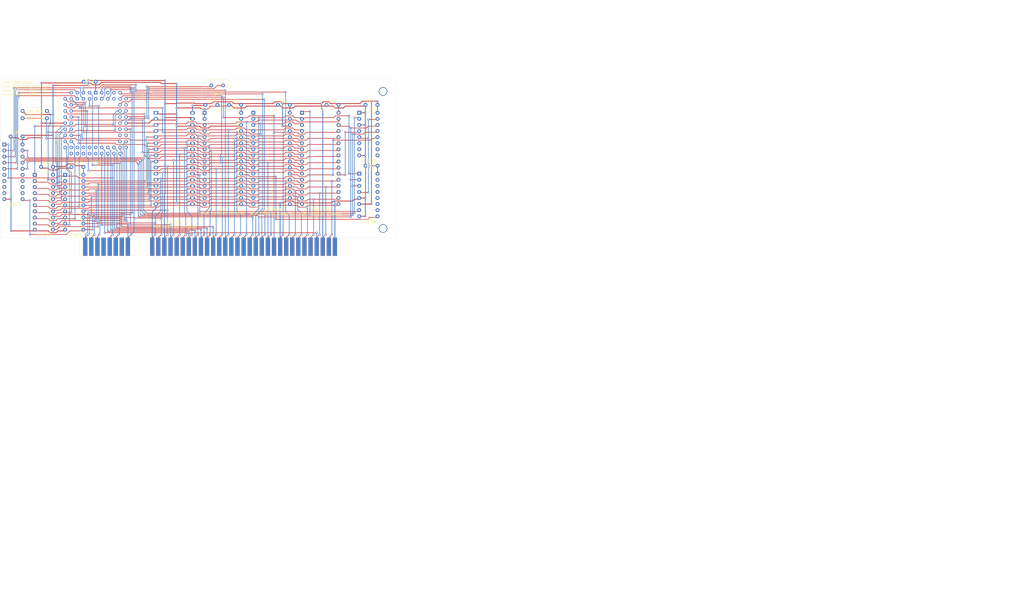
<source format=kicad_pcb>
(kicad_pcb (version 20171130) (host pcbnew "(5.1.8)-1")
  (layers (0 F.Cu signal) (31 B.Cu signal) (34 B.Paste user) (35 F.Paste user) (36 B.SilkS user) (37 F.SilkS user) (38 B.Mask user) (39 F.Mask user) (44 Edge.Cuts user))
  (net 0 "")
  (net 1 /GND)
  (net 2 /IRQ2)
  (net 3 /5-)
  (net 4 /DRQ2)
  (net 5 /12-)
  (net 6 /12+)
  (net 7 /DACK3)
  (net 8 /DRQ3)
  (net 9 /DACK1)
  (net 10 /DRQ1)
  (net 11 /IRQ7)
  (net 12 /IRQ6)
  (net 13 /IRQ5)
  (net 14 /IRQ4)
  (net 15 /IRQ3)
  (net 16 /DACK2)
  (net 17 /TC)
  (net 18 /ALE)
  (net 19 /CH_CK)
  (net 20 /D7)
  (net 21 /D6)
  (net 22 /D5)
  (net 23 /D4)
  (net 24 /D3)
  (net 25 /D2)
  (net 26 /D1)
  (net 27 /D0)
  (net 28 /RDY1)
  (net 29 /AEN)
  (net 30 /A19)
  (net 31 /A18)
  (net 32 /A17)
  (net 33 /A16)
  (net 34 /A15)
  (net 35 /A14)
  (net 36 /A13)
  (net 37 /A12)
  (net 38 /A11)
  (net 39 /A10)
  (net 40 /A9)
  (net 41 /A8)
  (net 42 /A7)
  (net 43 /A6)
  (net 44 /A5)
  (net 45 /A4)
  (net 46 /A3)
  (net 47 /A2)
  (net 48 /A1)
  (net 49 /A0)
  (net 50 /RESOUT)
  (net 51 /MWR)
  (net 52 /MRD)
  (net 53 /IOWR)
  (net 54 /IORD)
  (net 55 /REFRQ)
  (net 56 /NC)
  (net 57 /OSC88)
  (net 58 /CLK88)
  (net 59 "Net-(U5-Pad11)")
  (net 60 "Net-(U5-Pad10)")
  (net 61 /512K_CS)
  (net 62 /UPPER_512K)
  (net 63 /128K_CS)
  (net 64 "Net-(U3-Pad1)")
  (net 65 "Net-(U5-Pad7)")
  (net 66 "Net-(U5-Pad6)")
  (net 67 "Net-(U5-Pad9)")
  (net 68 "Net-(U6-Pad15)")
  (net 69 "Net-(U6-Pad14)")
  (net 70 "Net-(U6-Pad13)")
  (net 71 "Net-(U6-Pad12)")
  (net 72 "Net-(U6-Pad11)")
  (net 73 "Net-(U6-Pad10)")
  (net 74 VCC)
  (net 75 GND)
  (net 76 /64K_ROM_CS)
  (net 77 /E0000_CS)
  (net 78 /SPK_OUT)
  (net 79 /SPK_GO)
  (net 80 /HF_PCLK)
  (net 81 /DRQ0)
  (net 82 /HOLDA)
  (net 83 /HOLD)
  (net 84 /READY)
  (net 85 /RESET)
  (net 86 /NMI)
  (net 87 "Net-(J1-Pad7)")
  (net 88 "Net-(J1-Pad6)")
  (net 89 "Net-(J1-Pad5)")
  (net 90 "Net-(J1-Pad4)")
  (net 91 "Net-(J1-Pad3)")
  (net 92 "Net-(J1-Pad2)")
  (net 93 /IRQ1)
  (net 94 /POLL)
  (net 95 /DEN)
  (net 96 "Net-(U7-Pad58)")
  (net 97 /X1)
  (net 98 "Net-(U7-Pad48)")
  (net 99 /DTR)
  (net 100 "Net-(U7-Pad55)")
  (net 101 /X2)
  (net 102 "Net-(U7-Pad51)")
  (net 103 "Net-(U7-Pad49)")
  (net 104 "Net-(U7-Pad35)")
  (net 105 "Net-(U7-Pad33)")
  (net 106 "Net-(U7-Pad31)")
  (net 107 "Net-(U7-Pad29)")
  (net 108 "Net-(U7-Pad27)")
  (net 109 "Net-(U7-Pad36)")
  (net 110 "Net-(U7-Pad34)")
  (net 111 "Net-(U7-Pad32)")
  (net 112 "Net-(U7-Pad30)")
  (net 113 "Net-(U7-Pad28)")
  (net 114 /AD0)
  (net 115 /AD2)
  (net 116 /AD4)
  (net 117 /AD6)
  (net 118 /AD1)
  (net 119 /AD3)
  (net 120 /AD5)
  (net 121 /AD7)
  (net 122 "Net-(U7-Pad63)")
  (net 123 "Net-(U7-Pad65)")
  (net 124 /A16_)
  (net 125 /A18_)
  (net 126 "Net-(U7-Pad64)")
  (net 127 /A17_)
  (net 128 /A19_)
  (net 129 "Net-(U7-Pad2)")
  (net 130 "Net-(U8-Pad9)")
  (net 131 "Net-(U8-Pad8)")
  (net 132 "Net-(U8-Pad7)")
  (net 133 "Net-(U8-Pad6)")
  (net 134 "Net-(U8-Pad15)")
  (net 135 "Net-(U8-Pad14)")
  (net 136 "Net-(U8-Pad13)")
  (net 137 "Net-(U8-Pad12)")
  (module Socket:DIP_Socket-32_W11.9_W12.7_W15.24_W17.78_W18.5_3M_232-1285-00-0602J (layer F.Cu) (at 86.86038 73.8886)
    (fp_text reference U1 hide)
    (fp_text value "64K ROM" (at 7.62 45.94) (layer F.SilkS))
    (pad 17 thru_hole oval (at 15.24 38.1) (size 2 1.44) (drill 1) (layers *.Cu *.Mask) (net 24 /D3))
    (pad 16 thru_hole oval (at 0 38.1) (size 2 1.44) (drill 1) (layers *.Cu *.Mask) (net 75 GND))
    (pad 18 thru_hole oval (at 15.24 35.56) (size 2 1.44) (drill 1) (layers *.Cu *.Mask) (net 23 /D4))
    (pad 15 thru_hole oval (at 0 35.56) (size 2 1.44) (drill 1) (layers *.Cu *.Mask) (net 25 /D2))
    (pad 19 thru_hole oval (at 15.24 33.02) (size 2 1.44) (drill 1) (layers *.Cu *.Mask) (net 22 /D5))
    (pad 14 thru_hole oval (at 0 33.02) (size 2 1.44) (drill 1) (layers *.Cu *.Mask) (net 26 /D1))
    (pad 20 thru_hole oval (at 15.24 30.48) (size 2 1.44) (drill 1) (layers *.Cu *.Mask) (net 21 /D6))
    (pad 13 thru_hole oval (at 0 30.48) (size 2 1.44) (drill 1) (layers *.Cu *.Mask) (net 27 /D0))
    (pad 21 thru_hole oval (at 15.24 27.94) (size 2 1.44) (drill 1) (layers *.Cu *.Mask) (net 20 /D7))
    (pad 12 thru_hole oval (at 0 27.94) (size 2 1.44) (drill 1) (layers *.Cu *.Mask) (net 49 /A0))
    (pad 22 thru_hole oval (at 15.24 25.4) (size 2 1.44) (drill 1) (layers *.Cu *.Mask) (net 76 /64K_ROM_CS))
    (pad 11 thru_hole oval (at 0 25.4) (size 2 1.44) (drill 1) (layers *.Cu *.Mask) (net 48 /A1))
    (pad 23 thru_hole oval (at 15.24 22.86) (size 2 1.44) (drill 1) (layers *.Cu *.Mask) (net 39 /A10))
    (pad 10 thru_hole oval (at 0 22.86) (size 2 1.44) (drill 1) (layers *.Cu *.Mask) (net 47 /A2))
    (pad 24 thru_hole oval (at 15.24 20.32) (size 2 1.44) (drill 1) (layers *.Cu *.Mask) (net 52 /MRD))
    (pad 9 thru_hole oval (at 0 20.32) (size 2 1.44) (drill 1) (layers *.Cu *.Mask) (net 46 /A3))
    (pad 25 thru_hole oval (at 15.24 17.78) (size 2 1.44) (drill 1) (layers *.Cu *.Mask) (net 38 /A11))
    (pad 8 thru_hole oval (at 0 17.78) (size 2 1.44) (drill 1) (layers *.Cu *.Mask) (net 45 /A4))
    (pad 26 thru_hole oval (at 15.24 15.24) (size 2 1.44) (drill 1) (layers *.Cu *.Mask) (net 40 /A9))
    (pad 7 thru_hole oval (at 0 15.24) (size 2 1.44) (drill 1) (layers *.Cu *.Mask) (net 44 /A5))
    (pad 27 thru_hole oval (at 15.24 12.7) (size 2 1.44) (drill 1) (layers *.Cu *.Mask) (net 41 /A8))
    (pad 6 thru_hole oval (at 0 12.7) (size 2 1.44) (drill 1) (layers *.Cu *.Mask) (net 43 /A6))
    (pad 28 thru_hole oval (at 15.24 10.16) (size 2 1.44) (drill 1) (layers *.Cu *.Mask) (net 36 /A13))
    (pad 5 thru_hole oval (at 0 10.16) (size 2 1.44) (drill 1) (layers *.Cu *.Mask) (net 42 /A7))
    (pad 29 thru_hole oval (at 15.24 7.62) (size 2 1.44) (drill 1) (layers *.Cu *.Mask) (net 35 /A14))
    (pad 4 thru_hole oval (at 0 7.62) (size 2 1.44) (drill 1) (layers *.Cu *.Mask) (net 37 /A12))
    (pad 30 thru_hole oval (at 15.24 5.08) (size 2 1.44) (drill 1) (layers *.Cu *.Mask) (net 75 GND))
    (pad 3 thru_hole oval (at 0 5.08) (size 2 1.44) (drill 1) (layers *.Cu *.Mask) (net 34 /A15))
    (pad 31 thru_hole oval (at 15.24 2.54) (size 2 1.44) (drill 1) (layers *.Cu *.Mask) (net 74 VCC))
    (pad 2 thru_hole oval (at 0 2.54) (size 2 1.44) (drill 1) (layers *.Cu *.Mask) (net 75 GND))
    (pad 32 thru_hole oval (at 15.24 0) (size 2 1.44) (drill 1) (layers *.Cu *.Mask) (net 74 VCC))
    (pad 1 thru_hole rect (at 0 0) (size 2 1.44) (drill 1) (layers *.Cu *.Mask) (net 75 GND))
  )
  (module Resistor_THT:R_Axial_DIN0207_L6.3mm_D2.5mm_P10.16mm_Horizontal (layer F.Cu) (at 31.23438 73.1266)
    (fp_text reference R2 hide)
    (fp_text value "10K ohm" (at 5.08 0.014) (layer F.SilkS))
    (pad 2 thru_hole oval (at 10.16 0) (size 1.6 1.6) (drill 0.8) (layers *.Cu *.Mask) (net 95 /DEN))
    (pad 1 thru_hole circle (at 0 0) (size 1.6 1.6) (drill 0.8) (layers *.Cu *.Mask) (net 74 VCC))
  )
  (module Resistor_THT:R_Axial_DIN0207_L6.3mm_D2.5mm_P10.16mm_Horizontal (layer F.Cu) (at 41.39438 76.1746 180)
    (fp_text reference R1 hide)
    (fp_text value "10K ohm" (at 5.08 0) (layer F.SilkS))
    (pad 2 thru_hole oval (at 10.16 0 180) (size 1.6 1.6) (drill 0.8) (layers *.Cu *.Mask) (net 75 GND))
    (pad 1 thru_hole circle (at 0 0 180) (size 1.6 1.6) (drill 0.8) (layers *.Cu *.Mask) (net 94 /POLL))
  )
  (module Crystal:Crystal_HC18-U_Vertical (layer F.Cu) (at 109.97438 62.4586)
    (fp_text reference Y1 hide)
    (fp_text value Crystal (at 2.45 3.525) (layer F.SilkS))
    (pad 2 thru_hole circle (at 4.9 0) (size 1.5 1.5) (drill 0.8) (layers *.Cu *.Mask) (net 101 /X2))
    (pad 1 thru_hole circle (at 0 0) (size 1.5 1.5) (drill 0.8) (layers *.Cu *.Mask) (net 97 /X1))
  )
  (module Package_DIP:DIP-20_W7.62mm (layer F.Cu) (at 49.01438 99.7966)
    (fp_text reference U10 hide)
    (fp_text value 74LS573 (at 3.81 25.19) (layer F.SilkS))
    (pad 20 thru_hole oval (at 7.62 0) (size 1.6 1.6) (drill 0.8) (layers *.Cu *.Mask) (net 74 VCC))
    (pad 10 thru_hole oval (at 0 22.86) (size 1.6 1.6) (drill 0.8) (layers *.Cu *.Mask) (net 75 GND))
    (pad 19 thru_hole oval (at 7.62 2.54) (size 1.6 1.6) (drill 0.8) (layers *.Cu *.Mask) (net 42 /A7))
    (pad 9 thru_hole oval (at 0 20.32) (size 1.6 1.6) (drill 0.8) (layers *.Cu *.Mask) (net 114 /AD0))
    (pad 18 thru_hole oval (at 7.62 5.08) (size 1.6 1.6) (drill 0.8) (layers *.Cu *.Mask) (net 43 /A6))
    (pad 8 thru_hole oval (at 0 17.78) (size 1.6 1.6) (drill 0.8) (layers *.Cu *.Mask) (net 118 /AD1))
    (pad 17 thru_hole oval (at 7.62 7.62) (size 1.6 1.6) (drill 0.8) (layers *.Cu *.Mask) (net 44 /A5))
    (pad 7 thru_hole oval (at 0 15.24) (size 1.6 1.6) (drill 0.8) (layers *.Cu *.Mask) (net 115 /AD2))
    (pad 16 thru_hole oval (at 7.62 10.16) (size 1.6 1.6) (drill 0.8) (layers *.Cu *.Mask) (net 45 /A4))
    (pad 6 thru_hole oval (at 0 12.7) (size 1.6 1.6) (drill 0.8) (layers *.Cu *.Mask) (net 119 /AD3))
    (pad 15 thru_hole oval (at 7.62 12.7) (size 1.6 1.6) (drill 0.8) (layers *.Cu *.Mask) (net 46 /A3))
    (pad 5 thru_hole oval (at 0 10.16) (size 1.6 1.6) (drill 0.8) (layers *.Cu *.Mask) (net 116 /AD4))
    (pad 14 thru_hole oval (at 7.62 15.24) (size 1.6 1.6) (drill 0.8) (layers *.Cu *.Mask) (net 47 /A2))
    (pad 4 thru_hole oval (at 0 7.62) (size 1.6 1.6) (drill 0.8) (layers *.Cu *.Mask) (net 120 /AD5))
    (pad 13 thru_hole oval (at 7.62 17.78) (size 1.6 1.6) (drill 0.8) (layers *.Cu *.Mask) (net 48 /A1))
    (pad 3 thru_hole oval (at 0 5.08) (size 1.6 1.6) (drill 0.8) (layers *.Cu *.Mask) (net 117 /AD6))
    (pad 12 thru_hole oval (at 7.62 20.32) (size 1.6 1.6) (drill 0.8) (layers *.Cu *.Mask) (net 49 /A0))
    (pad 2 thru_hole oval (at 0 2.54) (size 1.6 1.6) (drill 0.8) (layers *.Cu *.Mask) (net 121 /AD7))
    (pad 11 thru_hole oval (at 7.62 22.86) (size 1.6 1.6) (drill 0.8) (layers *.Cu *.Mask) (net 18 /ALE))
    (pad 1 thru_hole rect (at 0 0) (size 1.6 1.6) (drill 0.8) (layers *.Cu *.Mask) (net 82 /HOLDA))
  )
  (module Package_DIP:DIP-20_W7.62mm (layer F.Cu) (at 36.31438 99.7966)
    (fp_text reference U9 hide)
    (fp_text value 74LS245 (at 3.81 25.19) (layer F.SilkS))
    (pad 20 thru_hole oval (at 7.62 0) (size 1.6 1.6) (drill 0.8) (layers *.Cu *.Mask) (net 74 VCC))
    (pad 10 thru_hole oval (at 0 22.86) (size 1.6 1.6) (drill 0.8) (layers *.Cu *.Mask) (net 75 GND))
    (pad 19 thru_hole oval (at 7.62 2.54) (size 1.6 1.6) (drill 0.8) (layers *.Cu *.Mask) (net 95 /DEN))
    (pad 9 thru_hole oval (at 0 20.32) (size 1.6 1.6) (drill 0.8) (layers *.Cu *.Mask) (net 114 /AD0))
    (pad 18 thru_hole oval (at 7.62 5.08) (size 1.6 1.6) (drill 0.8) (layers *.Cu *.Mask) (net 20 /D7))
    (pad 8 thru_hole oval (at 0 17.78) (size 1.6 1.6) (drill 0.8) (layers *.Cu *.Mask) (net 118 /AD1))
    (pad 17 thru_hole oval (at 7.62 7.62) (size 1.6 1.6) (drill 0.8) (layers *.Cu *.Mask) (net 21 /D6))
    (pad 7 thru_hole oval (at 0 15.24) (size 1.6 1.6) (drill 0.8) (layers *.Cu *.Mask) (net 115 /AD2))
    (pad 16 thru_hole oval (at 7.62 10.16) (size 1.6 1.6) (drill 0.8) (layers *.Cu *.Mask) (net 22 /D5))
    (pad 6 thru_hole oval (at 0 12.7) (size 1.6 1.6) (drill 0.8) (layers *.Cu *.Mask) (net 119 /AD3))
    (pad 15 thru_hole oval (at 7.62 12.7) (size 1.6 1.6) (drill 0.8) (layers *.Cu *.Mask) (net 23 /D4))
    (pad 5 thru_hole oval (at 0 10.16) (size 1.6 1.6) (drill 0.8) (layers *.Cu *.Mask) (net 116 /AD4))
    (pad 14 thru_hole oval (at 7.62 15.24) (size 1.6 1.6) (drill 0.8) (layers *.Cu *.Mask) (net 24 /D3))
    (pad 4 thru_hole oval (at 0 7.62) (size 1.6 1.6) (drill 0.8) (layers *.Cu *.Mask) (net 120 /AD5))
    (pad 13 thru_hole oval (at 7.62 17.78) (size 1.6 1.6) (drill 0.8) (layers *.Cu *.Mask) (net 25 /D2))
    (pad 3 thru_hole oval (at 0 5.08) (size 1.6 1.6) (drill 0.8) (layers *.Cu *.Mask) (net 117 /AD6))
    (pad 12 thru_hole oval (at 7.62 20.32) (size 1.6 1.6) (drill 0.8) (layers *.Cu *.Mask) (net 26 /D1))
    (pad 2 thru_hole oval (at 0 2.54) (size 1.6 1.6) (drill 0.8) (layers *.Cu *.Mask) (net 121 /AD7))
    (pad 11 thru_hole oval (at 7.62 22.86) (size 1.6 1.6) (drill 0.8) (layers *.Cu *.Mask) (net 27 /D0))
    (pad 1 thru_hole rect (at 0 0) (size 1.6 1.6) (drill 0.8) (layers *.Cu *.Mask) (net 99 /DTR))
  )
  (module Package_DIP:DIP-20_W7.62mm (layer F.Cu) (at 23.61438 87.0966)
    (fp_text reference U8 hide)
    (fp_text value 74LS573 (at 3.81 25.19) (layer F.SilkS))
    (pad 20 thru_hole oval (at 7.62 0) (size 1.6 1.6) (drill 0.8) (layers *.Cu *.Mask) (net 74 VCC))
    (pad 10 thru_hole oval (at 0 22.86) (size 1.6 1.6) (drill 0.8) (layers *.Cu *.Mask) (net 75 GND))
    (pad 19 thru_hole oval (at 7.62 2.54) (size 1.6 1.6) (drill 0.8) (layers *.Cu *.Mask) (net 30 /A19))
    (pad 9 thru_hole oval (at 0 20.32) (size 1.6 1.6) (drill 0.8) (layers *.Cu *.Mask) (net 130 "Net-(U8-Pad9)"))
    (pad 18 thru_hole oval (at 7.62 5.08) (size 1.6 1.6) (drill 0.8) (layers *.Cu *.Mask) (net 31 /A18))
    (pad 8 thru_hole oval (at 0 17.78) (size 1.6 1.6) (drill 0.8) (layers *.Cu *.Mask) (net 131 "Net-(U8-Pad8)"))
    (pad 17 thru_hole oval (at 7.62 7.62) (size 1.6 1.6) (drill 0.8) (layers *.Cu *.Mask) (net 32 /A17))
    (pad 7 thru_hole oval (at 0 15.24) (size 1.6 1.6) (drill 0.8) (layers *.Cu *.Mask) (net 132 "Net-(U8-Pad7)"))
    (pad 16 thru_hole oval (at 7.62 10.16) (size 1.6 1.6) (drill 0.8) (layers *.Cu *.Mask) (net 33 /A16))
    (pad 6 thru_hole oval (at 0 12.7) (size 1.6 1.6) (drill 0.8) (layers *.Cu *.Mask) (net 133 "Net-(U8-Pad6)"))
    (pad 15 thru_hole oval (at 7.62 12.7) (size 1.6 1.6) (drill 0.8) (layers *.Cu *.Mask) (net 134 "Net-(U8-Pad15)"))
    (pad 5 thru_hole oval (at 0 10.16) (size 1.6 1.6) (drill 0.8) (layers *.Cu *.Mask) (net 124 /A16_))
    (pad 14 thru_hole oval (at 7.62 15.24) (size 1.6 1.6) (drill 0.8) (layers *.Cu *.Mask) (net 135 "Net-(U8-Pad14)"))
    (pad 4 thru_hole oval (at 0 7.62) (size 1.6 1.6) (drill 0.8) (layers *.Cu *.Mask) (net 127 /A17_))
    (pad 13 thru_hole oval (at 7.62 17.78) (size 1.6 1.6) (drill 0.8) (layers *.Cu *.Mask) (net 136 "Net-(U8-Pad13)"))
    (pad 3 thru_hole oval (at 0 5.08) (size 1.6 1.6) (drill 0.8) (layers *.Cu *.Mask) (net 125 /A18_))
    (pad 12 thru_hole oval (at 7.62 20.32) (size 1.6 1.6) (drill 0.8) (layers *.Cu *.Mask) (net 137 "Net-(U8-Pad12)"))
    (pad 2 thru_hole oval (at 0 2.54) (size 1.6 1.6) (drill 0.8) (layers *.Cu *.Mask) (net 128 /A19_))
    (pad 11 thru_hole oval (at 7.62 22.86) (size 1.6 1.6) (drill 0.8) (layers *.Cu *.Mask) (net 18 /ALE))
    (pad 1 thru_hole rect (at 0 0) (size 1.6 1.6) (drill 0.8) (layers *.Cu *.Mask) (net 82 /HOLDA))
  )
  (module Package_LCC:PLCC-68_THT-Socket (layer F.Cu) (at 61.71438 65.5066)
    (fp_text reference U7 hide)
    (fp_text value 70208 (at 0 29.225) (layer F.SilkS))
    (pad 60 thru_hole circle (at 12.7 2.54) (size 1.4224 1.4224) (drill 0.8) (layers *.Cu *.Mask) (net 51 /MWR))
    (pad 58 thru_hole circle (at 12.7 5.08) (size 1.4224 1.4224) (drill 0.8) (layers *.Cu *.Mask) (net 96 "Net-(U7-Pad58)"))
    (pad 56 thru_hole circle (at 12.7 7.62) (size 1.4224 1.4224) (drill 0.8) (layers *.Cu *.Mask) (net 95 /DEN))
    (pad 54 thru_hole circle (at 12.7 10.16) (size 1.4224 1.4224) (drill 0.8) (layers *.Cu *.Mask) (net 97 /X1))
    (pad 52 thru_hole circle (at 12.7 12.7) (size 1.4224 1.4224) (drill 0.8) (layers *.Cu *.Mask) (net 75 GND))
    (pad 50 thru_hole circle (at 12.7 15.24) (size 1.4224 1.4224) (drill 0.8) (layers *.Cu *.Mask) (net 18 /ALE))
    (pad 48 thru_hole circle (at 12.7 17.78) (size 1.4224 1.4224) (drill 0.8) (layers *.Cu *.Mask) (net 98 "Net-(U7-Pad48)"))
    (pad 46 thru_hole circle (at 12.7 20.32) (size 1.4224 1.4224) (drill 0.8) (layers *.Cu *.Mask) (net 79 /SPK_GO))
    (pad 61 thru_hole circle (at 10.16 0) (size 1.4224 1.4224) (drill 0.8) (layers *.Cu *.Mask) (net 54 /IORD))
    (pad 59 thru_hole circle (at 10.16 5.08) (size 1.4224 1.4224) (drill 0.8) (layers *.Cu *.Mask) (net 53 /IOWR))
    (pad 57 thru_hole circle (at 10.16 7.62) (size 1.4224 1.4224) (drill 0.8) (layers *.Cu *.Mask) (net 99 /DTR))
    (pad 55 thru_hole circle (at 10.16 10.16) (size 1.4224 1.4224) (drill 0.8) (layers *.Cu *.Mask) (net 100 "Net-(U7-Pad55)"))
    (pad 53 thru_hole circle (at 10.16 12.7) (size 1.4224 1.4224) (drill 0.8) (layers *.Cu *.Mask) (net 101 /X2))
    (pad 51 thru_hole circle (at 10.16 15.24) (size 1.4224 1.4224) (drill 0.8) (layers *.Cu *.Mask) (net 102 "Net-(U7-Pad51)"))
    (pad 49 thru_hole circle (at 10.16 17.78) (size 1.4224 1.4224) (drill 0.8) (layers *.Cu *.Mask) (net 103 "Net-(U7-Pad49)"))
    (pad 47 thru_hole circle (at 10.16 20.32) (size 1.4224 1.4224) (drill 0.8) (layers *.Cu *.Mask) (net 94 /POLL))
    (pad 45 thru_hole circle (at 10.16 22.86) (size 1.4224 1.4224) (drill 0.8) (layers *.Cu *.Mask) (net 78 /SPK_OUT))
    (pad 43 thru_hole circle (at 10.16 25.4) (size 1.4224 1.4224) (drill 0.8) (layers *.Cu *.Mask) (net 11 /IRQ7))
    (pad 41 thru_hole circle (at 7.62 25.4) (size 1.4224 1.4224) (drill 0.8) (layers *.Cu *.Mask) (net 13 /IRQ5))
    (pad 39 thru_hole circle (at 5.08 25.4) (size 1.4224 1.4224) (drill 0.8) (layers *.Cu *.Mask) (net 15 /IRQ3))
    (pad 37 thru_hole circle (at 2.54 25.4) (size 1.4224 1.4224) (drill 0.8) (layers *.Cu *.Mask) (net 93 /IRQ1))
    (pad 35 thru_hole circle (at 0 25.4) (size 1.4224 1.4224) (drill 0.8) (layers *.Cu *.Mask) (net 104 "Net-(U7-Pad35)"))
    (pad 33 thru_hole circle (at -2.54 25.4) (size 1.4224 1.4224) (drill 0.8) (layers *.Cu *.Mask) (net 105 "Net-(U7-Pad33)"))
    (pad 31 thru_hole circle (at -5.08 25.4) (size 1.4224 1.4224) (drill 0.8) (layers *.Cu *.Mask) (net 106 "Net-(U7-Pad31)"))
    (pad 29 thru_hole circle (at -7.62 25.4) (size 1.4224 1.4224) (drill 0.8) (layers *.Cu *.Mask) (net 107 "Net-(U7-Pad29)"))
    (pad 27 thru_hole circle (at -10.16 25.4) (size 1.4224 1.4224) (drill 0.8) (layers *.Cu *.Mask) (net 108 "Net-(U7-Pad27)"))
    (pad 44 thru_hole circle (at 12.7 22.86) (size 1.4224 1.4224) (drill 0.8) (layers *.Cu *.Mask) (net 80 /HF_PCLK))
    (pad 42 thru_hole circle (at 7.62 22.86) (size 1.4224 1.4224) (drill 0.8) (layers *.Cu *.Mask) (net 12 /IRQ6))
    (pad 40 thru_hole circle (at 5.08 22.86) (size 1.4224 1.4224) (drill 0.8) (layers *.Cu *.Mask) (net 14 /IRQ4))
    (pad 38 thru_hole circle (at 2.54 22.86) (size 1.4224 1.4224) (drill 0.8) (layers *.Cu *.Mask) (net 2 /IRQ2))
    (pad 36 thru_hole circle (at 0 22.86) (size 1.4224 1.4224) (drill 0.8) (layers *.Cu *.Mask) (net 109 "Net-(U7-Pad36)"))
    (pad 34 thru_hole circle (at -2.54 22.86) (size 1.4224 1.4224) (drill 0.8) (layers *.Cu *.Mask) (net 110 "Net-(U7-Pad34)"))
    (pad 32 thru_hole circle (at -5.08 22.86) (size 1.4224 1.4224) (drill 0.8) (layers *.Cu *.Mask) (net 111 "Net-(U7-Pad32)"))
    (pad 30 thru_hole circle (at -7.62 22.86) (size 1.4224 1.4224) (drill 0.8) (layers *.Cu *.Mask) (net 112 "Net-(U7-Pad30)"))
    (pad 28 thru_hole circle (at -10.16 22.86) (size 1.4224 1.4224) (drill 0.8) (layers *.Cu *.Mask) (net 113 "Net-(U7-Pad28)"))
    (pad 26 thru_hole circle (at -12.7 22.86) (size 1.4224 1.4224) (drill 0.8) (layers *.Cu *.Mask) (net 114 /AD0))
    (pad 24 thru_hole circle (at -12.7 20.32) (size 1.4224 1.4224) (drill 0.8) (layers *.Cu *.Mask) (net 115 /AD2))
    (pad 22 thru_hole circle (at -12.7 17.78) (size 1.4224 1.4224) (drill 0.8) (layers *.Cu *.Mask) (net 116 /AD4))
    (pad 20 thru_hole circle (at -12.7 15.24) (size 1.4224 1.4224) (drill 0.8) (layers *.Cu *.Mask) (net 117 /AD6))
    (pad 18 thru_hole circle (at -12.7 12.7) (size 1.4224 1.4224) (drill 0.8) (layers *.Cu *.Mask) (net 75 GND))
    (pad 16 thru_hole circle (at -12.7 10.16) (size 1.4224 1.4224) (drill 0.8) (layers *.Cu *.Mask) (net 40 /A9))
    (pad 14 thru_hole circle (at -12.7 7.62) (size 1.4224 1.4224) (drill 0.8) (layers *.Cu *.Mask) (net 38 /A11))
    (pad 12 thru_hole circle (at -12.7 5.08) (size 1.4224 1.4224) (drill 0.8) (layers *.Cu *.Mask) (net 36 /A13))
    (pad 10 thru_hole circle (at -12.7 2.54) (size 1.4224 1.4224) (drill 0.8) (layers *.Cu *.Mask) (net 34 /A15))
    (pad 25 thru_hole circle (at -10.16 20.32) (size 1.4224 1.4224) (drill 0.8) (layers *.Cu *.Mask) (net 118 /AD1))
    (pad 23 thru_hole circle (at -10.16 17.78) (size 1.4224 1.4224) (drill 0.8) (layers *.Cu *.Mask) (net 119 /AD3))
    (pad 21 thru_hole circle (at -10.16 15.24) (size 1.4224 1.4224) (drill 0.8) (layers *.Cu *.Mask) (net 120 /AD5))
    (pad 19 thru_hole circle (at -10.16 12.7) (size 1.4224 1.4224) (drill 0.8) (layers *.Cu *.Mask) (net 121 /AD7))
    (pad 17 thru_hole circle (at -10.16 10.16) (size 1.4224 1.4224) (drill 0.8) (layers *.Cu *.Mask) (net 41 /A8))
    (pad 15 thru_hole circle (at -10.16 7.62) (size 1.4224 1.4224) (drill 0.8) (layers *.Cu *.Mask) (net 39 /A10))
    (pad 13 thru_hole circle (at -10.16 5.08) (size 1.4224 1.4224) (drill 0.8) (layers *.Cu *.Mask) (net 37 /A12))
    (pad 11 thru_hole circle (at -10.16 2.54) (size 1.4224 1.4224) (drill 0.8) (layers *.Cu *.Mask) (net 35 /A14))
    (pad 63 thru_hole circle (at 7.62 0) (size 1.4224 1.4224) (drill 0.8) (layers *.Cu *.Mask) (net 122 "Net-(U7-Pad63)"))
    (pad 65 thru_hole circle (at 5.08 0) (size 1.4224 1.4224) (drill 0.8) (layers *.Cu *.Mask) (net 123 "Net-(U7-Pad65)"))
    (pad 67 thru_hole circle (at 2.54 0) (size 1.4224 1.4224) (drill 0.8) (layers *.Cu *.Mask) (net 28 /RDY1))
    (pad 9 thru_hole circle (at -10.16 0) (size 1.4224 1.4224) (drill 0.8) (layers *.Cu *.Mask) (net 124 /A16_))
    (pad 7 thru_hole circle (at -7.62 0) (size 1.4224 1.4224) (drill 0.8) (layers *.Cu *.Mask) (net 125 /A18_))
    (pad 5 thru_hole circle (at -5.08 0) (size 1.4224 1.4224) (drill 0.8) (layers *.Cu *.Mask) (net 55 /REFRQ))
    (pad 3 thru_hole circle (at -2.54 0) (size 1.4224 1.4224) (drill 0.8) (layers *.Cu *.Mask) (net 82 /HOLDA))
    (pad 1 thru_hole rect (at 0 0) (size 1.4224 1.4224) (drill 0.8) (layers *.Cu *.Mask) (net 74 VCC))
    (pad 62 thru_hole circle (at 10.16 2.54) (size 1.4224 1.4224) (drill 0.8) (layers *.Cu *.Mask) (net 52 /MRD))
    (pad 64 thru_hole circle (at 7.62 2.54) (size 1.4224 1.4224) (drill 0.8) (layers *.Cu *.Mask) (net 126 "Net-(U7-Pad64)"))
    (pad 66 thru_hole circle (at 5.08 2.54) (size 1.4224 1.4224) (drill 0.8) (layers *.Cu *.Mask) (net 86 /NMI))
    (pad 68 thru_hole circle (at 2.54 2.54) (size 1.4224 1.4224) (drill 0.8) (layers *.Cu *.Mask) (net 85 /RESET))
    (pad 8 thru_hole circle (at -7.62 2.54) (size 1.4224 1.4224) (drill 0.8) (layers *.Cu *.Mask) (net 127 /A17_))
    (pad 6 thru_hole circle (at -5.08 2.54) (size 1.4224 1.4224) (drill 0.8) (layers *.Cu *.Mask) (net 128 /A19_))
    (pad 4 thru_hole circle (at -2.54 2.54) (size 1.4224 1.4224) (drill 0.8) (layers *.Cu *.Mask) (net 83 /HOLD))
    (pad 2 thru_hole circle (at 0 2.54) (size 1.4224 1.4224) (drill 0.8) (layers *.Cu *.Mask) (net 129 "Net-(U7-Pad2)"))
  )
  (module My:16_EDGE_CARD_BUS (layer F.Cu) (at 75.17638 125.9586 270)
    (fp_text reference J1 hide)
    (fp_text value Conn_02x08_Counter_Clockwise hide)
    (pad 9 connect rect (at 3.81 17.78) (size 1.78 7.62) (layers F.Cu F.Mask) (net 78 /SPK_OUT))
    (pad 10 connect rect (at 3.81 15.24) (size 1.78 7.62) (layers F.Cu F.Mask) (net 79 /SPK_GO))
    (pad 11 connect rect (at 3.81 12.7) (size 1.78 7.62) (layers F.Cu F.Mask) (net 80 /HF_PCLK))
    (pad 12 connect rect (at 3.81 10.16) (size 1.78 7.62) (layers F.Cu F.Mask) (net 81 /DRQ0))
    (pad 13 connect rect (at 3.81 7.62) (size 1.78 7.62) (layers F.Cu F.Mask) (net 82 /HOLDA))
    (pad 14 connect rect (at 3.81 5.08) (size 1.78 7.62) (layers F.Cu F.Mask) (net 83 /HOLD))
    (pad 15 connect rect (at 3.81 2.54) (size 1.78 7.62) (layers F.Cu F.Mask) (net 84 /READY))
    (pad 16 connect rect (at 3.81 0) (size 1.78 7.62) (layers F.Cu F.Mask) (net 85 /RESET))
    (pad 8 connect rect (at 3.81 17.78) (size 1.78 7.62) (layers B.Cu B.Mask) (net 86 /NMI))
    (pad 7 connect rect (at 3.81 15.24) (size 1.78 7.62) (layers B.Cu B.Mask) (net 87 "Net-(J1-Pad7)"))
    (pad 6 connect rect (at 3.81 12.7) (size 1.78 7.62) (layers B.Cu B.Mask) (net 88 "Net-(J1-Pad6)"))
    (pad 5 connect rect (at 3.81 10.16) (size 1.78 7.62) (layers B.Cu B.Mask) (net 89 "Net-(J1-Pad5)"))
    (pad 4 connect rect (at 3.81 7.62) (size 1.78 7.62) (layers B.Cu B.Mask) (net 90 "Net-(J1-Pad4)"))
    (pad 3 connect rect (at 3.81 5.08) (size 1.78 7.62) (layers B.Cu B.Mask) (net 91 "Net-(J1-Pad3)"))
    (pad 2 connect rect (at 3.81 2.54) (size 1.78 7.62) (layers B.Cu B.Mask) (net 92 "Net-(J1-Pad2)"))
    (pad 1 connect rect (at 3.81 0) (size 1.78 7.62) (layers B.Cu B.Mask) (net 93 /IRQ1))
  )
  (module Capacitor_THT:C_Disc_D4.3mm_W1.9mm_P5.00mm (layer F.Cu) (at 51.63438 96.4946)
    (fp_text reference C10 hide)
    (fp_text value 0.1uF (at 2.5 -2.032) (layer F.SilkS))
    (pad 2 thru_hole circle (at 5 0) (size 1.6 1.6) (drill 0.8) (layers *.Cu *.Mask) (net 74 VCC))
    (pad 1 thru_hole circle (at 0 0) (size 1.6 1.6) (drill 0.8) (layers *.Cu *.Mask) (net 75 GND))
  )
  (module Capacitor_THT:C_Disc_D4.3mm_W1.9mm_P5.00mm (layer F.Cu) (at 38.93438 96.4946)
    (fp_text reference C9 hide)
    (fp_text value 0.1uF (at 2.5 -2.032) (layer F.SilkS))
    (pad 2 thru_hole circle (at 5 0) (size 1.6 1.6) (drill 0.8) (layers *.Cu *.Mask) (net 74 VCC))
    (pad 1 thru_hole circle (at 0 0) (size 1.6 1.6) (drill 0.8) (layers *.Cu *.Mask) (net 75 GND))
  )
  (module Capacitor_THT:C_Disc_D4.3mm_W1.9mm_P5.00mm (layer F.Cu) (at 26.23438 83.7946)
    (fp_text reference C8 hide)
    (fp_text value 0.1uF (at 2.46 -2.032) (layer F.SilkS))
    (pad 2 thru_hole circle (at 5 0) (size 1.6 1.6) (drill 0.8) (layers *.Cu *.Mask) (net 74 VCC))
    (pad 1 thru_hole circle (at 0 0) (size 1.6 1.6) (drill 0.8) (layers *.Cu *.Mask) (net 75 GND))
  )
  (module Capacitor_THT:C_Disc_D4.3mm_W1.9mm_P5.00mm (layer F.Cu) (at 56.71438 60.9346)
    (fp_text reference C7 hide)
    (fp_text value 0.1uF (at 2.46 0) (layer F.SilkS))
    (pad 2 thru_hole circle (at 5 0) (size 1.6 1.6) (drill 0.8) (layers *.Cu *.Mask) (net 74 VCC))
    (pad 1 thru_hole circle (at 0 0) (size 1.6 1.6) (drill 0.8) (layers *.Cu *.Mask) (net 75 GND))
  )
  (module Capacitor_THT:C_Disc_D4.3mm_W1.9mm_P5.00mm (layer F.Cu) (at 117.42038 70.5866)
    (fp_text reference C2 hide)
    (fp_text value 0.1uF (at 2.46 -2.032) (layer F.SilkS))
    (pad 2 thru_hole circle (at 5 0) (size 1.6 1.6) (drill 0.8) (layers *.Cu *.Mask) (net 74 VCC))
    (pad 1 thru_hole circle (at 0 0) (size 1.6 1.6) (drill 0.8) (layers *.Cu *.Mask) (net 75 GND))
  )
  (module Package_DIP:DIP-32_W15.24mm (layer F.Cu) (at 107.18038 73.8886)
    (fp_text reference U2 hide)
    (fp_text value 64K (at 7.62 40.43) (layer F.SilkS))
    (pad 32 thru_hole oval (at 15.24 0) (size 1.6 1.6) (drill 0.8) (layers *.Cu *.Mask) (net 74 VCC))
    (pad 16 thru_hole oval (at 0 38.1) (size 1.6 1.6) (drill 0.8) (layers *.Cu *.Mask) (net 75 GND))
    (pad 31 thru_hole oval (at 15.24 2.54) (size 1.6 1.6) (drill 0.8) (layers *.Cu *.Mask) (net 51 /MWR))
    (pad 15 thru_hole oval (at 0 35.56) (size 1.6 1.6) (drill 0.8) (layers *.Cu *.Mask) (net 25 /D2))
    (pad 30 thru_hole oval (at 15.24 5.08) (size 1.6 1.6) (drill 0.8) (layers *.Cu *.Mask) (net 75 GND))
    (pad 14 thru_hole oval (at 0 33.02) (size 1.6 1.6) (drill 0.8) (layers *.Cu *.Mask) (net 26 /D1))
    (pad 29 thru_hole oval (at 15.24 7.62) (size 1.6 1.6) (drill 0.8) (layers *.Cu *.Mask) (net 35 /A14))
    (pad 13 thru_hole oval (at 0 30.48) (size 1.6 1.6) (drill 0.8) (layers *.Cu *.Mask) (net 27 /D0))
    (pad 28 thru_hole oval (at 15.24 10.16) (size 1.6 1.6) (drill 0.8) (layers *.Cu *.Mask) (net 36 /A13))
    (pad 12 thru_hole oval (at 0 27.94) (size 1.6 1.6) (drill 0.8) (layers *.Cu *.Mask) (net 49 /A0))
    (pad 27 thru_hole oval (at 15.24 12.7) (size 1.6 1.6) (drill 0.8) (layers *.Cu *.Mask) (net 41 /A8))
    (pad 11 thru_hole oval (at 0 25.4) (size 1.6 1.6) (drill 0.8) (layers *.Cu *.Mask) (net 48 /A1))
    (pad 26 thru_hole oval (at 15.24 15.24) (size 1.6 1.6) (drill 0.8) (layers *.Cu *.Mask) (net 40 /A9))
    (pad 10 thru_hole oval (at 0 22.86) (size 1.6 1.6) (drill 0.8) (layers *.Cu *.Mask) (net 47 /A2))
    (pad 25 thru_hole oval (at 15.24 17.78) (size 1.6 1.6) (drill 0.8) (layers *.Cu *.Mask) (net 38 /A11))
    (pad 9 thru_hole oval (at 0 20.32) (size 1.6 1.6) (drill 0.8) (layers *.Cu *.Mask) (net 46 /A3))
    (pad 24 thru_hole oval (at 15.24 20.32) (size 1.6 1.6) (drill 0.8) (layers *.Cu *.Mask) (net 52 /MRD))
    (pad 8 thru_hole oval (at 0 17.78) (size 1.6 1.6) (drill 0.8) (layers *.Cu *.Mask) (net 45 /A4))
    (pad 23 thru_hole oval (at 15.24 22.86) (size 1.6 1.6) (drill 0.8) (layers *.Cu *.Mask) (net 39 /A10))
    (pad 7 thru_hole oval (at 0 15.24) (size 1.6 1.6) (drill 0.8) (layers *.Cu *.Mask) (net 44 /A5))
    (pad 22 thru_hole oval (at 15.24 25.4) (size 1.6 1.6) (drill 0.8) (layers *.Cu *.Mask) (net 77 /E0000_CS))
    (pad 6 thru_hole oval (at 0 12.7) (size 1.6 1.6) (drill 0.8) (layers *.Cu *.Mask) (net 43 /A6))
    (pad 21 thru_hole oval (at 15.24 27.94) (size 1.6 1.6) (drill 0.8) (layers *.Cu *.Mask) (net 20 /D7))
    (pad 5 thru_hole oval (at 0 10.16) (size 1.6 1.6) (drill 0.8) (layers *.Cu *.Mask) (net 42 /A7))
    (pad 20 thru_hole oval (at 15.24 30.48) (size 1.6 1.6) (drill 0.8) (layers *.Cu *.Mask) (net 21 /D6))
    (pad 4 thru_hole oval (at 0 7.62) (size 1.6 1.6) (drill 0.8) (layers *.Cu *.Mask) (net 37 /A12))
    (pad 19 thru_hole oval (at 15.24 33.02) (size 1.6 1.6) (drill 0.8) (layers *.Cu *.Mask) (net 22 /D5))
    (pad 3 thru_hole oval (at 0 5.08) (size 1.6 1.6) (drill 0.8) (layers *.Cu *.Mask) (net 34 /A15))
    (pad 18 thru_hole oval (at 15.24 35.56) (size 1.6 1.6) (drill 0.8) (layers *.Cu *.Mask) (net 23 /D4))
    (pad 2 thru_hole oval (at 0 2.54) (size 1.6 1.6) (drill 0.8) (layers *.Cu *.Mask) (net 75 GND))
    (pad 17 thru_hole oval (at 15.24 38.1) (size 1.6 1.6) (drill 0.8) (layers *.Cu *.Mask) (net 24 /D3))
    (pad 1 thru_hole rect (at 0 0) (size 1.6 1.6) (drill 0.8) (layers *.Cu *.Mask) (net 75 GND))
  )
  (module Capacitor_THT:C_Disc_D4.3mm_W1.9mm_P5.00mm (layer F.Cu) (at 112.51438 70.5866 180)
    (fp_text reference C1 hide)
    (fp_text value 0.1uF (at 2.5 2.032) (layer F.SilkS))
    (pad 2 thru_hole circle (at 5 0 180) (size 1.6 1.6) (drill 0.8) (layers *.Cu *.Mask) (net 74 VCC))
    (pad 1 thru_hole circle (at 0 0 180) (size 1.6 1.6) (drill 0.8) (layers *.Cu *.Mask) (net 75 GND))
  )
  (module Package_DIP:DIP-32_W15.24mm (layer F.Cu) (at 127.50038 73.8886)
    (fp_text reference U3 hide)
    (fp_text value AS6C1008 (at 7.62 40.43) (layer F.SilkS))
    (pad 32 thru_hole oval (at 15.24 0) (size 1.6 1.6) (drill 0.8) (layers *.Cu *.Mask) (net 74 VCC))
    (pad 16 thru_hole oval (at 0 38.1) (size 1.6 1.6) (drill 0.8) (layers *.Cu *.Mask) (net 75 GND))
    (pad 31 thru_hole oval (at 15.24 2.54) (size 1.6 1.6) (drill 0.8) (layers *.Cu *.Mask) (net 34 /A15))
    (pad 15 thru_hole oval (at 0 35.56) (size 1.6 1.6) (drill 0.8) (layers *.Cu *.Mask) (net 25 /D2))
    (pad 30 thru_hole oval (at 15.24 5.08) (size 1.6 1.6) (drill 0.8) (layers *.Cu *.Mask) (net 74 VCC))
    (pad 14 thru_hole oval (at 0 33.02) (size 1.6 1.6) (drill 0.8) (layers *.Cu *.Mask) (net 26 /D1))
    (pad 29 thru_hole oval (at 15.24 7.62) (size 1.6 1.6) (drill 0.8) (layers *.Cu *.Mask) (net 51 /MWR))
    (pad 13 thru_hole oval (at 0 30.48) (size 1.6 1.6) (drill 0.8) (layers *.Cu *.Mask) (net 27 /D0))
    (pad 28 thru_hole oval (at 15.24 10.16) (size 1.6 1.6) (drill 0.8) (layers *.Cu *.Mask) (net 36 /A13))
    (pad 12 thru_hole oval (at 0 27.94) (size 1.6 1.6) (drill 0.8) (layers *.Cu *.Mask) (net 49 /A0))
    (pad 27 thru_hole oval (at 15.24 12.7) (size 1.6 1.6) (drill 0.8) (layers *.Cu *.Mask) (net 41 /A8))
    (pad 11 thru_hole oval (at 0 25.4) (size 1.6 1.6) (drill 0.8) (layers *.Cu *.Mask) (net 48 /A1))
    (pad 26 thru_hole oval (at 15.24 15.24) (size 1.6 1.6) (drill 0.8) (layers *.Cu *.Mask) (net 40 /A9))
    (pad 10 thru_hole oval (at 0 22.86) (size 1.6 1.6) (drill 0.8) (layers *.Cu *.Mask) (net 47 /A2))
    (pad 25 thru_hole oval (at 15.24 17.78) (size 1.6 1.6) (drill 0.8) (layers *.Cu *.Mask) (net 38 /A11))
    (pad 9 thru_hole oval (at 0 20.32) (size 1.6 1.6) (drill 0.8) (layers *.Cu *.Mask) (net 46 /A3))
    (pad 24 thru_hole oval (at 15.24 20.32) (size 1.6 1.6) (drill 0.8) (layers *.Cu *.Mask) (net 52 /MRD))
    (pad 8 thru_hole oval (at 0 17.78) (size 1.6 1.6) (drill 0.8) (layers *.Cu *.Mask) (net 45 /A4))
    (pad 23 thru_hole oval (at 15.24 22.86) (size 1.6 1.6) (drill 0.8) (layers *.Cu *.Mask) (net 39 /A10))
    (pad 7 thru_hole oval (at 0 15.24) (size 1.6 1.6) (drill 0.8) (layers *.Cu *.Mask) (net 44 /A5))
    (pad 22 thru_hole oval (at 15.24 25.4) (size 1.6 1.6) (drill 0.8) (layers *.Cu *.Mask) (net 63 /128K_CS))
    (pad 6 thru_hole oval (at 0 12.7) (size 1.6 1.6) (drill 0.8) (layers *.Cu *.Mask) (net 43 /A6))
    (pad 21 thru_hole oval (at 15.24 27.94) (size 1.6 1.6) (drill 0.8) (layers *.Cu *.Mask) (net 20 /D7))
    (pad 5 thru_hole oval (at 0 10.16) (size 1.6 1.6) (drill 0.8) (layers *.Cu *.Mask) (net 42 /A7))
    (pad 20 thru_hole oval (at 15.24 30.48) (size 1.6 1.6) (drill 0.8) (layers *.Cu *.Mask) (net 21 /D6))
    (pad 4 thru_hole oval (at 0 7.62) (size 1.6 1.6) (drill 0.8) (layers *.Cu *.Mask) (net 37 /A12))
    (pad 19 thru_hole oval (at 15.24 33.02) (size 1.6 1.6) (drill 0.8) (layers *.Cu *.Mask) (net 22 /D5))
    (pad 3 thru_hole oval (at 0 5.08) (size 1.6 1.6) (drill 0.8) (layers *.Cu *.Mask) (net 35 /A14))
    (pad 18 thru_hole oval (at 15.24 35.56) (size 1.6 1.6) (drill 0.8) (layers *.Cu *.Mask) (net 23 /D4))
    (pad 2 thru_hole oval (at 0 2.54) (size 1.6 1.6) (drill 0.8) (layers *.Cu *.Mask) (net 33 /A16))
    (pad 17 thru_hole oval (at 15.24 38.1) (size 1.6 1.6) (drill 0.8) (layers *.Cu *.Mask) (net 24 /D3))
    (pad 1 thru_hole rect (at 0 0) (size 1.6 1.6) (drill 0.8) (layers *.Cu *.Mask) (net 64 "Net-(U3-Pad1)"))
  )
  (module Package_DIP:DIP-32_W15.24mm (layer F.Cu) (at 147.82038 73.8886)
    (fp_text reference U4 hide)
    (fp_text value AS6C4008 (at 7.62 40.43) (layer F.SilkS))
    (pad 32 thru_hole oval (at 15.24 0) (size 1.6 1.6) (drill 0.8) (layers *.Cu *.Mask) (net 74 VCC))
    (pad 16 thru_hole oval (at 0 38.1) (size 1.6 1.6) (drill 0.8) (layers *.Cu *.Mask) (net 75 GND))
    (pad 31 thru_hole oval (at 15.24 2.54) (size 1.6 1.6) (drill 0.8) (layers *.Cu *.Mask) (net 34 /A15))
    (pad 15 thru_hole oval (at 0 35.56) (size 1.6 1.6) (drill 0.8) (layers *.Cu *.Mask) (net 25 /D2))
    (pad 30 thru_hole oval (at 15.24 5.08) (size 1.6 1.6) (drill 0.8) (layers *.Cu *.Mask) (net 32 /A17))
    (pad 14 thru_hole oval (at 0 33.02) (size 1.6 1.6) (drill 0.8) (layers *.Cu *.Mask) (net 26 /D1))
    (pad 29 thru_hole oval (at 15.24 7.62) (size 1.6 1.6) (drill 0.8) (layers *.Cu *.Mask) (net 51 /MWR))
    (pad 13 thru_hole oval (at 0 30.48) (size 1.6 1.6) (drill 0.8) (layers *.Cu *.Mask) (net 27 /D0))
    (pad 28 thru_hole oval (at 15.24 10.16) (size 1.6 1.6) (drill 0.8) (layers *.Cu *.Mask) (net 36 /A13))
    (pad 12 thru_hole oval (at 0 27.94) (size 1.6 1.6) (drill 0.8) (layers *.Cu *.Mask) (net 49 /A0))
    (pad 27 thru_hole oval (at 15.24 12.7) (size 1.6 1.6) (drill 0.8) (layers *.Cu *.Mask) (net 41 /A8))
    (pad 11 thru_hole oval (at 0 25.4) (size 1.6 1.6) (drill 0.8) (layers *.Cu *.Mask) (net 48 /A1))
    (pad 26 thru_hole oval (at 15.24 15.24) (size 1.6 1.6) (drill 0.8) (layers *.Cu *.Mask) (net 40 /A9))
    (pad 10 thru_hole oval (at 0 22.86) (size 1.6 1.6) (drill 0.8) (layers *.Cu *.Mask) (net 47 /A2))
    (pad 25 thru_hole oval (at 15.24 17.78) (size 1.6 1.6) (drill 0.8) (layers *.Cu *.Mask) (net 38 /A11))
    (pad 9 thru_hole oval (at 0 20.32) (size 1.6 1.6) (drill 0.8) (layers *.Cu *.Mask) (net 46 /A3))
    (pad 24 thru_hole oval (at 15.24 20.32) (size 1.6 1.6) (drill 0.8) (layers *.Cu *.Mask) (net 52 /MRD))
    (pad 8 thru_hole oval (at 0 17.78) (size 1.6 1.6) (drill 0.8) (layers *.Cu *.Mask) (net 45 /A4))
    (pad 23 thru_hole oval (at 15.24 22.86) (size 1.6 1.6) (drill 0.8) (layers *.Cu *.Mask) (net 39 /A10))
    (pad 7 thru_hole oval (at 0 15.24) (size 1.6 1.6) (drill 0.8) (layers *.Cu *.Mask) (net 44 /A5))
    (pad 22 thru_hole oval (at 15.24 25.4) (size 1.6 1.6) (drill 0.8) (layers *.Cu *.Mask) (net 61 /512K_CS))
    (pad 6 thru_hole oval (at 0 12.7) (size 1.6 1.6) (drill 0.8) (layers *.Cu *.Mask) (net 43 /A6))
    (pad 21 thru_hole oval (at 15.24 27.94) (size 1.6 1.6) (drill 0.8) (layers *.Cu *.Mask) (net 20 /D7))
    (pad 5 thru_hole oval (at 0 10.16) (size 1.6 1.6) (drill 0.8) (layers *.Cu *.Mask) (net 42 /A7))
    (pad 20 thru_hole oval (at 15.24 30.48) (size 1.6 1.6) (drill 0.8) (layers *.Cu *.Mask) (net 21 /D6))
    (pad 4 thru_hole oval (at 0 7.62) (size 1.6 1.6) (drill 0.8) (layers *.Cu *.Mask) (net 37 /A12))
    (pad 19 thru_hole oval (at 15.24 33.02) (size 1.6 1.6) (drill 0.8) (layers *.Cu *.Mask) (net 22 /D5))
    (pad 3 thru_hole oval (at 0 5.08) (size 1.6 1.6) (drill 0.8) (layers *.Cu *.Mask) (net 35 /A14))
    (pad 18 thru_hole oval (at 15.24 35.56) (size 1.6 1.6) (drill 0.8) (layers *.Cu *.Mask) (net 23 /D4))
    (pad 2 thru_hole oval (at 0 2.54) (size 1.6 1.6) (drill 0.8) (layers *.Cu *.Mask) (net 33 /A16))
    (pad 17 thru_hole oval (at 15.24 38.1) (size 1.6 1.6) (drill 0.8) (layers *.Cu *.Mask) (net 24 /D3))
    (pad 1 thru_hole rect (at 0 0) (size 1.6 1.6) (drill 0.8) (layers *.Cu *.Mask) (net 31 /A18))
  )
  (module Capacitor_THT:C_Disc_D4.3mm_W1.9mm_P5.00mm (layer F.Cu) (at 174.31638 95.9866)
    (fp_text reference C6 hide)
    (fp_text value 0.1uF (at 2.5 0) (layer F.SilkS))
    (pad 2 thru_hole circle (at 5 0) (size 1.6 1.6) (drill 0.8) (layers *.Cu *.Mask) (net 74 VCC))
    (pad 1 thru_hole circle (at 0 0) (size 1.6 1.6) (drill 0.8) (layers *.Cu *.Mask) (net 75 GND))
  )
  (module Capacitor_THT:C_Disc_D4.3mm_W1.9mm_P5.00mm (layer F.Cu) (at 137.74038 70.5866)
    (fp_text reference C3 hide)
    (fp_text value 0.1uF (at 2.46 -2.032) (layer F.SilkS))
    (pad 2 thru_hole circle (at 5 0) (size 1.6 1.6) (drill 0.8) (layers *.Cu *.Mask) (net 74 VCC))
    (pad 1 thru_hole circle (at 0 0) (size 1.6 1.6) (drill 0.8) (layers *.Cu *.Mask) (net 75 GND))
  )
  (module My:BUS_8_BIT (layer F.Cu) (at 161.53638 125.9586 270)
    (fp_text reference J9 hide)
    (fp_text value Bus_ISA_8bit hide)
    (pad 62 connect rect (at 3.81 76.2) (size 1.78 7.62) (layers F.Cu F.Mask) (net 49 /A0))
    (pad 61 connect rect (at 3.81 73.66) (size 1.78 7.62) (layers F.Cu F.Mask) (net 48 /A1))
    (pad 60 connect rect (at 3.81 71.12) (size 1.78 7.62) (layers F.Cu F.Mask) (net 47 /A2))
    (pad 59 connect rect (at 3.81 68.58) (size 1.78 7.62) (layers F.Cu F.Mask) (net 46 /A3))
    (pad 58 connect rect (at 3.81 66.04) (size 1.78 7.62) (layers F.Cu F.Mask) (net 45 /A4))
    (pad 57 connect rect (at 3.81 63.5) (size 1.78 7.62) (layers F.Cu F.Mask) (net 44 /A5))
    (pad 56 connect rect (at 3.81 60.96) (size 1.78 7.62) (layers F.Cu F.Mask) (net 43 /A6))
    (pad 55 connect rect (at 3.81 58.42) (size 1.78 7.62) (layers F.Cu F.Mask) (net 42 /A7))
    (pad 54 connect rect (at 3.81 55.88) (size 1.78 7.62) (layers F.Cu F.Mask) (net 41 /A8))
    (pad 53 connect rect (at 3.81 53.34) (size 1.78 7.62) (layers F.Cu F.Mask) (net 40 /A9))
    (pad 52 connect rect (at 3.81 50.8) (size 1.78 7.62) (layers F.Cu F.Mask) (net 39 /A10))
    (pad 51 connect rect (at 3.81 48.26) (size 1.78 7.62) (layers F.Cu F.Mask) (net 38 /A11))
    (pad 50 connect rect (at 3.81 45.72) (size 1.78 7.62) (layers F.Cu F.Mask) (net 37 /A12))
    (pad 49 connect rect (at 3.81 43.18) (size 1.78 7.62) (layers F.Cu F.Mask) (net 36 /A13))
    (pad 48 connect rect (at 3.81 40.64) (size 1.78 7.62) (layers F.Cu F.Mask) (net 35 /A14))
    (pad 47 connect rect (at 3.81 38.1) (size 1.78 7.62) (layers F.Cu F.Mask) (net 34 /A15))
    (pad 46 connect rect (at 3.81 35.56) (size 1.78 7.62) (layers F.Cu F.Mask) (net 33 /A16))
    (pad 45 connect rect (at 3.81 33.02) (size 1.78 7.62) (layers F.Cu F.Mask) (net 32 /A17))
    (pad 44 connect rect (at 3.81 30.48) (size 1.78 7.62) (layers F.Cu F.Mask) (net 31 /A18))
    (pad 43 connect rect (at 3.81 27.94) (size 1.78 7.62) (layers F.Cu F.Mask) (net 30 /A19))
    (pad 42 connect rect (at 3.81 25.4) (size 1.78 7.62) (layers F.Cu F.Mask) (net 29 /AEN))
    (pad 41 connect rect (at 3.81 22.86) (size 1.78 7.62) (layers F.Cu F.Mask) (net 28 /RDY1))
    (pad 40 connect rect (at 3.81 20.32) (size 1.78 7.62) (layers F.Cu F.Mask) (net 27 /D0))
    (pad 39 connect rect (at 3.81 17.78) (size 1.78 7.62) (layers F.Cu F.Mask) (net 26 /D1))
    (pad 38 connect rect (at 3.81 15.24) (size 1.78 7.62) (layers F.Cu F.Mask) (net 25 /D2))
    (pad 37 connect rect (at 3.81 12.7) (size 1.78 7.62) (layers F.Cu F.Mask) (net 24 /D3))
    (pad 36 connect rect (at 3.81 10.16) (size 1.78 7.62) (layers F.Cu F.Mask) (net 23 /D4))
    (pad 35 connect rect (at 3.81 7.62) (size 1.78 7.62) (layers F.Cu F.Mask) (net 22 /D5))
    (pad 34 connect rect (at 3.81 5.08) (size 1.78 7.62) (layers F.Cu F.Mask) (net 21 /D6))
    (pad 33 connect rect (at 3.81 2.54) (size 1.78 7.62) (layers F.Cu F.Mask) (net 20 /D7))
    (pad 32 connect rect (at 3.81 0) (size 1.78 7.62) (layers F.Cu F.Mask) (net 19 /CH_CK))
    (pad 31 connect rect (at 3.81 76.2) (size 1.78 7.62) (layers B.Cu B.Mask) (net 75 GND))
    (pad 30 connect rect (at 3.81 73.66) (size 1.78 7.62) (layers B.Cu B.Mask) (net 57 /OSC88))
    (pad 29 connect rect (at 3.81 71.12) (size 1.78 7.62) (layers B.Cu B.Mask) (net 74 VCC))
    (pad 28 connect rect (at 3.81 68.58) (size 1.78 7.62) (layers B.Cu B.Mask) (net 18 /ALE))
    (pad 27 connect rect (at 3.81 66.04) (size 1.78 7.62) (layers B.Cu B.Mask) (net 17 /TC))
    (pad 26 connect rect (at 3.81 63.5) (size 1.78 7.62) (layers B.Cu B.Mask) (net 16 /DACK2))
    (pad 25 connect rect (at 3.81 60.96) (size 1.78 7.62) (layers B.Cu B.Mask) (net 15 /IRQ3))
    (pad 24 connect rect (at 3.81 58.42) (size 1.78 7.62) (layers B.Cu B.Mask) (net 14 /IRQ4))
    (pad 23 connect rect (at 3.81 55.88) (size 1.78 7.62) (layers B.Cu B.Mask) (net 13 /IRQ5))
    (pad 22 connect rect (at 3.81 53.34) (size 1.78 7.62) (layers B.Cu B.Mask) (net 12 /IRQ6))
    (pad 21 connect rect (at 3.81 50.8) (size 1.78 7.62) (layers B.Cu B.Mask) (net 11 /IRQ7))
    (pad 20 connect rect (at 3.81 48.26) (size 1.78 7.62) (layers B.Cu B.Mask) (net 58 /CLK88))
    (pad 19 connect rect (at 3.81 45.72) (size 1.78 7.62) (layers B.Cu B.Mask) (net 55 /REFRQ))
    (pad 18 connect rect (at 3.81 43.18) (size 1.78 7.62) (layers B.Cu B.Mask) (net 10 /DRQ1))
    (pad 17 connect rect (at 3.81 40.64) (size 1.78 7.62) (layers B.Cu B.Mask) (net 9 /DACK1))
    (pad 16 connect rect (at 3.81 38.1) (size 1.78 7.62) (layers B.Cu B.Mask) (net 8 /DRQ3))
    (pad 15 connect rect (at 3.81 35.56) (size 1.78 7.62) (layers B.Cu B.Mask) (net 7 /DACK3))
    (pad 14 connect rect (at 3.81 33.02) (size 1.78 7.62) (layers B.Cu B.Mask) (net 54 /IORD))
    (pad 13 connect rect (at 3.81 30.48) (size 1.78 7.62) (layers B.Cu B.Mask) (net 53 /IOWR))
    (pad 12 connect rect (at 3.81 27.94) (size 1.78 7.62) (layers B.Cu B.Mask) (net 52 /MRD))
    (pad 11 connect rect (at 3.81 25.4) (size 1.78 7.62) (layers B.Cu B.Mask) (net 51 /MWR))
    (pad 10 connect rect (at 3.81 22.86) (size 1.78 7.62) (layers B.Cu B.Mask) (net 75 GND))
    (pad 9 connect rect (at 3.81 20.32) (size 1.78 7.62) (layers B.Cu B.Mask) (net 6 /12+))
    (pad 8 connect rect (at 3.81 17.78) (size 1.78 7.62) (layers B.Cu B.Mask) (net 56 /NC))
    (pad 7 connect rect (at 3.81 15.24) (size 1.78 7.62) (layers B.Cu B.Mask) (net 5 /12-))
    (pad 6 connect rect (at 3.81 12.7) (size 1.78 7.62) (layers B.Cu B.Mask) (net 4 /DRQ2))
    (pad 5 connect rect (at 3.81 10.16) (size 1.78 7.62) (layers B.Cu B.Mask) (net 3 /5-))
    (pad 4 connect rect (at 3.81 7.62) (size 1.78 7.62) (layers B.Cu B.Mask) (net 2 /IRQ2))
    (pad 3 connect rect (at 3.81 5.08) (size 1.78 7.62) (layers B.Cu B.Mask) (net 74 VCC))
    (pad 2 connect rect (at 3.81 2.54) (size 1.78 7.62) (layers B.Cu B.Mask) (net 50 /RESOUT))
    (pad 1 connect rect (at 3.81 0) (size 1.78 7.62) (layers B.Cu B.Mask) (net 75 GND))
  )
  (module Motherboard:Large_Via (layer F.Cu) (at 181.60238 122.1486)
    (fp_text reference R hide)
    (fp_text value L hide)
    (pad 1 thru_hole circle (at 0 0) (size 3.556 3.556) (drill 3.048) (layers *.Cu *.Mask) (net 1 /GND))
  )
  (module Motherboard:Large_Via (layer F.Cu) (at 181.60238 64.9986)
    (fp_text reference R hide)
    (fp_text value L hide)
    (pad 1 thru_hole circle (at 0 0) (size 3.556 3.556) (drill 3.048) (layers *.Cu *.Mask))
  )
  (module Package_DIP:DIP-16_W7.62mm (layer F.Cu) (at 171.69638 99.2886)
    (fp_text reference U6 hide)
    (fp_text value 74LS138 (at 3.81 20.11) (layer F.SilkS))
    (pad 16 thru_hole oval (at 7.62 0) (size 1.6 1.6) (drill 0.8) (layers *.Cu *.Mask) (net 74 VCC))
    (pad 8 thru_hole oval (at 0 17.78) (size 1.6 1.6) (drill 0.8) (layers *.Cu *.Mask) (net 75 GND))
    (pad 15 thru_hole oval (at 7.62 2.54) (size 1.6 1.6) (drill 0.8) (layers *.Cu *.Mask) (net 68 "Net-(U6-Pad15)"))
    (pad 7 thru_hole oval (at 0 15.24) (size 1.6 1.6) (drill 0.8) (layers *.Cu *.Mask) (net 76 /64K_ROM_CS))
    (pad 14 thru_hole oval (at 7.62 5.08) (size 1.6 1.6) (drill 0.8) (layers *.Cu *.Mask) (net 69 "Net-(U6-Pad14)"))
    (pad 6 thru_hole oval (at 0 12.7) (size 1.6 1.6) (drill 0.8) (layers *.Cu *.Mask) (net 74 VCC))
    (pad 13 thru_hole oval (at 7.62 7.62) (size 1.6 1.6) (drill 0.8) (layers *.Cu *.Mask) (net 70 "Net-(U6-Pad13)"))
    (pad 5 thru_hole oval (at 0 10.16) (size 1.6 1.6) (drill 0.8) (layers *.Cu *.Mask) (net 75 GND))
    (pad 12 thru_hole oval (at 7.62 10.16) (size 1.6 1.6) (drill 0.8) (layers *.Cu *.Mask) (net 71 "Net-(U6-Pad12)"))
    (pad 4 thru_hole oval (at 0 7.62) (size 1.6 1.6) (drill 0.8) (layers *.Cu *.Mask) (net 62 /UPPER_512K))
    (pad 11 thru_hole oval (at 7.62 12.7) (size 1.6 1.6) (drill 0.8) (layers *.Cu *.Mask) (net 72 "Net-(U6-Pad11)"))
    (pad 3 thru_hole oval (at 0 5.08) (size 1.6 1.6) (drill 0.8) (layers *.Cu *.Mask) (net 31 /A18))
    (pad 10 thru_hole oval (at 7.62 15.24) (size 1.6 1.6) (drill 0.8) (layers *.Cu *.Mask) (net 73 "Net-(U6-Pad10)"))
    (pad 2 thru_hole oval (at 0 2.54) (size 1.6 1.6) (drill 0.8) (layers *.Cu *.Mask) (net 32 /A17))
    (pad 9 thru_hole oval (at 7.62 17.78) (size 1.6 1.6) (drill 0.8) (layers *.Cu *.Mask) (net 77 /E0000_CS))
    (pad 1 thru_hole rect (at 0 0) (size 1.6 1.6) (drill 0.8) (layers *.Cu *.Mask) (net 33 /A16))
  )
  (module Package_DIP:DIP-16_W7.62mm (layer F.Cu) (at 171.69638 73.8886)
    (fp_text reference U5 hide)
    (fp_text value 74LS139 (at 3.81 20.11) (layer F.SilkS))
    (pad 16 thru_hole oval (at 7.62 0) (size 1.6 1.6) (drill 0.8) (layers *.Cu *.Mask) (net 74 VCC))
    (pad 8 thru_hole oval (at 0 17.78) (size 1.6 1.6) (drill 0.8) (layers *.Cu *.Mask) (net 75 GND))
    (pad 15 thru_hole oval (at 7.62 2.54) (size 1.6 1.6) (drill 0.8) (layers *.Cu *.Mask) (net 62 /UPPER_512K))
    (pad 7 thru_hole oval (at 0 15.24) (size 1.6 1.6) (drill 0.8) (layers *.Cu *.Mask) (net 65 "Net-(U5-Pad7)"))
    (pad 14 thru_hole oval (at 7.62 5.08) (size 1.6 1.6) (drill 0.8) (layers *.Cu *.Mask) (net 32 /A17))
    (pad 6 thru_hole oval (at 0 12.7) (size 1.6 1.6) (drill 0.8) (layers *.Cu *.Mask) (net 66 "Net-(U5-Pad6)"))
    (pad 13 thru_hole oval (at 7.62 7.62) (size 1.6 1.6) (drill 0.8) (layers *.Cu *.Mask) (net 31 /A18))
    (pad 5 thru_hole oval (at 0 10.16) (size 1.6 1.6) (drill 0.8) (layers *.Cu *.Mask) (net 62 /UPPER_512K))
    (pad 12 thru_hole oval (at 7.62 10.16) (size 1.6 1.6) (drill 0.8) (layers *.Cu *.Mask) (net 63 /128K_CS))
    (pad 4 thru_hole oval (at 0 7.62) (size 1.6 1.6) (drill 0.8) (layers *.Cu *.Mask) (net 61 /512K_CS))
    (pad 11 thru_hole oval (at 7.62 12.7) (size 1.6 1.6) (drill 0.8) (layers *.Cu *.Mask) (net 59 "Net-(U5-Pad11)"))
    (pad 3 thru_hole oval (at 0 5.08) (size 1.6 1.6) (drill 0.8) (layers *.Cu *.Mask) (net 75 GND))
    (pad 10 thru_hole oval (at 7.62 15.24) (size 1.6 1.6) (drill 0.8) (layers *.Cu *.Mask) (net 60 "Net-(U5-Pad10)"))
    (pad 2 thru_hole oval (at 0 2.54) (size 1.6 1.6) (drill 0.8) (layers *.Cu *.Mask) (net 30 /A19))
    (pad 9 thru_hole oval (at 7.62 17.78) (size 1.6 1.6) (drill 0.8) (layers *.Cu *.Mask) (net 67 "Net-(U5-Pad9)"))
    (pad 1 thru_hole rect (at 0 0) (size 1.6 1.6) (drill 0.8) (layers *.Cu *.Mask) (net 75 GND))
  )
  (module Capacitor_THT:C_Disc_D4.3mm_W1.9mm_P5.00mm (layer F.Cu) (at 174.31638 70.5866)
    (fp_text reference C5 hide)
    (fp_text value 0.1uF (at 2.5 -2.032) (layer F.SilkS))
    (pad 2 thru_hole circle (at 5 0) (size 1.6 1.6) (drill 0.8) (layers *.Cu *.Mask) (net 74 VCC))
    (pad 1 thru_hole circle (at 0 0) (size 1.6 1.6) (drill 0.8) (layers *.Cu *.Mask) (net 75 GND))
  )
  (module Capacitor_THT:C_Disc_D4.3mm_W1.9mm_P5.00mm (layer F.Cu) (at 158.06038 70.5866)
    (fp_text reference C4 hide)
    (fp_text value 0.1uF (at 2.5 -2.032) (layer F.SilkS))
    (pad 2 thru_hole circle (at 5 0) (size 1.6 1.6) (drill 0.8) (layers *.Cu *.Mask) (net 74 VCC))
    (pad 1 thru_hole circle (at 0 0) (size 1.6 1.6) (drill 0.8) (layers *.Cu *.Mask) (net 75 GND))
  )
  (module "" (layer F.Cu) (at 224.79 68.326)
    (fp_text reference "" (at 224.028 64.008) (layer F.SilkS) (effects (font (size 1.27 1.27))))
    (fp_text value "" (at 224.028 64.008) (layer F.SilkS) (effects (font (size 1.27 1.27))))
  )
  (module "" (layer F.Cu) (at 221.996 148.082)
    (fp_text reference "" (at 63.5 124.714) (layer F.SilkS) (effects (font (size 1.27 1.27))))
    (fp_text value "" (at 63.5 124.714) (layer F.SilkS) (effects (font (size 1.27 1.27))))
  )
  (gr_line (start 82.92338 59.6646) (end 21.83638 59.6646) (layer Edge.Cuts) (width 0.05))
  (gr_line (start 54.98338 125.9586) (end 21.83638 125.9586) (layer Edge.Cuts) (width 0.05))
  (gr_line (start 77.58938 133.5786) (end 77.58938 125.9586) (layer Edge.Cuts) (width 0.05))
  (gr_line (start 54.98338 125.9586) (end 54.98338 133.5786) (layer Edge.Cuts) (width 0.05))
  (gr_line (start 54.98338 133.5786) (end 77.58938 133.5786) (layer Edge.Cuts) (width 0.05))
  (gr_line (start 77.58938 125.9586) (end 82.92338 125.9586) (layer Edge.Cuts) (width 0.05))
  (gr_text "MEM ADDRESS 0XE0000" (at 114.80038 115.7986) (layer F.SilkS) (effects (font (size 1 1))))
  (gr_text "MEM ADDRESS 0X80000" (at 135.12038 116.0526) (layer F.SilkS) (effects (font (size 1 1))))
  (gr_text "MEM ADDRESS 0X00000" (at 155.44038 116.0526) (layer F.SilkS) (effects (font (size 1 1))))
  (gr_text "MEM ADDRESS 0XF0000" (at 94.73438 121.3866) (layer F.SilkS) (effects (font (size 1 1))))
  (gr_text "EMM COMPUTERS\nV40, 640K RAM, 64K ROM\nCopyright (C) 2022 EMM\nwww.homebrew8088.com" (at 22.59838 63.7286) (layer F.SilkS) (effects (font (size 1 1)) (justify left)))
  (gr_line (start 82.92338 59.6646) (end 186.93638 59.6646) (layer Edge.Cuts) (width 0.05))
  (gr_line (start 21.83638 125.9586) (end 21.83638 59.6646) (layer Edge.Cuts) (width 0.05))
  (gr_line (start 82.92338 133.5786) (end 82.92338 125.9586) (layer Edge.Cuts) (width 0.05))
  (gr_line (start 163.94938 133.5786) (end 82.92338 133.5786) (layer Edge.Cuts) (width 0.05))
  (gr_line (start 163.94938 125.9586) (end 163.94938 133.5786) (layer Edge.Cuts) (width 0.05))
  (gr_line (start 186.93638 125.9586) (end 186.93638 59.6646) (layer Edge.Cuts) (width 0.05))
  (gr_line (start 163.94938 125.9586) (end 186.93638 125.9586) (layer Edge.Cuts) (width 0.05))
  (segment (start 153.91638 129.7686) (end 153.91638 123.9266) (width 0.25) (layer B.Cu) (net 2))
  (via (at 153.91638 123.9266) (size 0.8) (drill 0.4) (layers F.Cu B.Cu) (net 2))
  (segment (start 65.52438 89.6366) (end 65.52438 123.9266) (width 0.25) (layer B.Cu) (net 2))
  (segment (start 64.25438 88.3666) (end 65.52438 89.6366) (width 0.25) (layer B.Cu) (net 2))
  (via (at 65.52438 123.9266) (size 0.8) (drill 0.4) (layers F.Cu B.Cu) (net 2))
  (segment (start 101.395382 123.9266) (end 153.91638 123.9266) (width 0.25) (layer F.Cu) (net 2))
  (segment (start 100.887382 124.4346) (end 101.395382 123.9266) (width 0.25) (layer F.Cu) (net 2))
  (segment (start 100.265378 124.4346) (end 100.887382 124.4346) (width 0.25) (layer F.Cu) (net 2))
  (segment (start 99.757378 123.9266) (end 100.265378 124.4346) (width 0.25) (layer F.Cu) (net 2))
  (segment (start 65.52438 123.9266) (end 99.757378 123.9266) (width 0.25) (layer F.Cu) (net 2))
  (segment (start 110.73638 129.7686) (end 110.73638 121.6406) (width 0.25) (layer B.Cu) (net 11))
  (via (at 110.73638 121.6406) (size 0.8) (drill 0.4) (layers F.Cu B.Cu) (net 11))
  (via (at 72.38238 121.1326) (size 0.8) (drill 0.4) (layers F.Cu B.Cu) (net 11))
  (segment (start 71.87438 91.6686) (end 72.38238 92.1766) (width 0.25) (layer B.Cu) (net 11))
  (segment (start 72.38238 92.1766) (end 72.38238 121.1326) (width 0.25) (layer B.Cu) (net 11))
  (segment (start 71.87438 90.9066) (end 71.87438 91.6686) (width 0.25) (layer B.Cu) (net 11))
  (segment (start 110.48238 121.3866) (end 72.63638 121.3866) (width 0.25) (layer F.Cu) (net 11))
  (segment (start 110.73638 121.6406) (end 110.48238 121.3866) (width 0.25) (layer F.Cu) (net 11))
  (segment (start 72.63638 121.3866) (end 72.38238 121.1326) (width 0.25) (layer F.Cu) (net 11))
  (segment (start 108.19638 129.7686) (end 108.19638 122.1486) (width 0.25) (layer B.Cu) (net 12))
  (via (at 108.19638 122.1486) (size 0.8) (drill 0.4) (layers F.Cu B.Cu) (net 12))
  (via (at 70.60438 121.6406) (size 0.8) (drill 0.4) (layers F.Cu B.Cu) (net 12))
  (segment (start 69.33438 88.3666) (end 70.60438 89.6366) (width 0.25) (layer B.Cu) (net 12))
  (segment (start 70.60438 89.6366) (end 70.60438 121.6406) (width 0.25) (layer B.Cu) (net 12))
  (segment (start 70.85838 121.8946) (end 70.60438 121.6406) (width 0.25) (layer F.Cu) (net 12))
  (segment (start 107.94238 121.8946) (end 87.87638 121.8946) (width 0.25) (layer F.Cu) (net 12))
  (segment (start 108.19638 122.1486) (end 107.94238 121.8946) (width 0.25) (layer F.Cu) (net 12))
  (segment (start 87.87638 121.8946) (end 70.85838 121.8946) (width 0.25) (layer F.Cu) (net 12))
  (segment (start 87.87638 121.8946) (end 74.41438 121.8946) (width 0.25) (layer F.Cu) (net 12))
  (via (at 105.65638 122.6566) (size 0.8) (drill 0.4) (layers F.Cu B.Cu) (net 13))
  (segment (start 105.65638 129.7686) (end 105.65638 122.6566) (width 0.25) (layer B.Cu) (net 13))
  (segment (start 105.40238 122.4026) (end 69.84238 122.4026) (width 0.25) (layer F.Cu) (net 13))
  (segment (start 105.65638 122.6566) (end 105.40238 122.4026) (width 0.25) (layer F.Cu) (net 13))
  (segment (start 69.84238 122.4026) (end 69.58838 122.1486) (width 0.25) (layer F.Cu) (net 13))
  (via (at 69.58838 122.1486) (size 0.8) (drill 0.4) (layers F.Cu B.Cu) (net 13))
  (segment (start 69.33438 90.9066) (end 69.58838 91.1606) (width 0.25) (layer B.Cu) (net 13))
  (segment (start 69.58838 91.1606) (end 69.58838 122.1486) (width 0.25) (layer B.Cu) (net 13))
  (segment (start 68.06438 89.6366) (end 68.06438 122.6566) (width 0.25) (layer B.Cu) (net 14))
  (segment (start 66.79438 88.3666) (end 68.06438 89.6366) (width 0.25) (layer B.Cu) (net 14))
  (via (at 103.11638 123.1646) (size 0.8) (drill 0.4) (layers F.Cu B.Cu) (net 14))
  (segment (start 103.11638 129.7686) (end 103.11638 123.1646) (width 0.25) (layer B.Cu) (net 14))
  (via (at 68.06438 122.6566) (size 0.8) (drill 0.4) (layers F.Cu B.Cu) (net 14))
  (segment (start 68.06438 122.6566) (end 68.31838 122.9106) (width 0.25) (layer F.Cu) (net 14))
  (segment (start 68.31838 122.9106) (end 102.86238 122.9106) (width 0.25) (layer F.Cu) (net 14))
  (segment (start 102.86238 122.9106) (end 103.11638 123.1646) (width 0.25) (layer F.Cu) (net 14))
  (segment (start 66.79438 90.9066) (end 66.79438 123.1646) (width 0.25) (layer B.Cu) (net 15))
  (via (at 100.57638 123.6726) (size 0.8) (drill 0.4) (layers F.Cu B.Cu) (net 15))
  (segment (start 100.57638 129.7686) (end 100.57638 123.6726) (width 0.25) (layer B.Cu) (net 15))
  (via (at 66.79438 123.1646) (size 0.8) (drill 0.4) (layers F.Cu B.Cu) (net 15))
  (segment (start 67.04838 123.4186) (end 100.32238 123.4186) (width 0.25) (layer F.Cu) (net 15))
  (segment (start 66.79438 123.1646) (end 67.04838 123.4186) (width 0.25) (layer F.Cu) (net 15))
  (segment (start 100.32238 123.4186) (end 100.57638 123.6726) (width 0.25) (layer F.Cu) (net 15))
  (via (at 76.19238 80.7466) (size 0.8) (drill 0.4) (layers F.Cu B.Cu) (net 18))
  (segment (start 74.41438 80.7466) (end 76.19238 80.7466) (width 0.25) (layer F.Cu) (net 18))
  (segment (start 76.19238 80.7466) (end 76.19238 116.3066) (width 0.25) (layer B.Cu) (net 18))
  (via (at 76.19238 116.3066) (size 0.8) (drill 0.4) (layers F.Cu B.Cu) (net 18))
  (via (at 60.95238 116.3066) (size 0.8) (drill 0.4) (layers F.Cu B.Cu) (net 18))
  (segment (start 60.95238 116.3066) (end 60.95238 116.8146) (width 0.25) (layer B.Cu) (net 18))
  (segment (start 60.95238 116.8146) (end 60.44438 117.3226) (width 0.25) (layer B.Cu) (net 18))
  (segment (start 60.44438 117.3226) (end 60.44438 122.6566) (width 0.25) (layer B.Cu) (net 18))
  (via (at 60.44438 122.6566) (size 0.8) (drill 0.4) (layers F.Cu B.Cu) (net 18))
  (segment (start 60.44438 122.6566) (end 56.63438 122.6566) (width 0.25) (layer F.Cu) (net 18))
  (via (at 92.95638 120.6246) (size 0.8) (drill 0.4) (layers F.Cu B.Cu) (net 18))
  (segment (start 92.95638 120.6246) (end 92.95638 129.7686) (width 0.25) (layer B.Cu) (net 18))
  (via (at 76.19238 120.6246) (size 0.8) (drill 0.4) (layers F.Cu B.Cu) (net 18))
  (segment (start 76.19238 116.3066) (end 76.19238 120.6246) (width 0.25) (layer B.Cu) (net 18))
  (segment (start 76.19238 120.6246) (end 92.95638 120.6246) (width 0.25) (layer F.Cu) (net 18))
  (segment (start 72.38238 116.0526) (end 72.12838 116.3066) (width 0.25) (layer F.Cu) (net 18))
  (segment (start 72.12838 116.3066) (end 60.95238 116.3066) (width 0.25) (layer F.Cu) (net 18))
  (segment (start 76.19238 116.3066) (end 73.90638 116.3066) (width 0.25) (layer F.Cu) (net 18))
  (segment (start 73.90638 116.3066) (end 73.65238 116.0526) (width 0.25) (layer F.Cu) (net 18))
  (segment (start 73.65238 116.0526) (end 72.38238 116.0526) (width 0.25) (layer F.Cu) (net 18))
  (segment (start 56.63438 122.6566) (end 56.12638 123.1646) (width 0.25) (layer F.Cu) (net 18))
  (segment (start 56.12638 123.1646) (end 51.04638 123.1646) (width 0.25) (layer F.Cu) (net 18))
  (segment (start 51.04638 123.1646) (end 49.52238 124.6886) (width 0.25) (layer F.Cu) (net 18))
  (segment (start 49.52238 124.6886) (end 34.28238 124.6886) (width 0.25) (layer F.Cu) (net 18))
  (via (at 34.28238 124.6886) (size 0.8) (drill 0.4) (layers F.Cu B.Cu) (net 18))
  (segment (start 34.28238 124.6886) (end 34.28238 110.4646) (width 0.25) (layer B.Cu) (net 18))
  (via (at 34.28238 110.4646) (size 0.8) (drill 0.4) (layers F.Cu B.Cu) (net 18))
  (segment (start 31.74238 110.4646) (end 31.23438 109.9566) (width 0.25) (layer F.Cu) (net 18))
  (segment (start 34.28238 110.4646) (end 31.74238 110.4646) (width 0.25) (layer F.Cu) (net 18))
  (segment (start 146.55038 103.0986) (end 145.78838 102.3366) (width 0.25) (layer F.Cu) (net 20))
  (segment (start 163.06038 101.8286) (end 162.55238 102.3366) (width 0.25) (layer F.Cu) (net 20))
  (segment (start 149.59838 103.0986) (end 146.55038 103.0986) (width 0.25) (layer F.Cu) (net 20))
  (segment (start 143.24838 102.3366) (end 142.74038 101.8286) (width 0.25) (layer F.Cu) (net 20))
  (segment (start 145.78838 102.3366) (end 143.24838 102.3366) (width 0.25) (layer F.Cu) (net 20))
  (segment (start 162.55238 102.3366) (end 150.36038 102.3366) (width 0.25) (layer F.Cu) (net 20))
  (segment (start 150.36038 102.3366) (end 149.59838 103.0986) (width 0.25) (layer F.Cu) (net 20))
  (segment (start 158.99638 129.7686) (end 158.99638 125.9586) (width 0.25) (layer F.Cu) (net 20))
  (segment (start 158.99638 125.9586) (end 160.26638 124.6886) (width 0.25) (layer F.Cu) (net 20))
  (via (at 160.26638 124.6886) (size 0.8) (drill 0.4) (layers F.Cu B.Cu) (net 20))
  (segment (start 160.26638 124.6886) (end 160.26638 102.3366) (width 0.25) (layer B.Cu) (net 20))
  (via (at 160.26638 102.3366) (size 0.8) (drill 0.4) (layers F.Cu B.Cu) (net 20))
  (segment (start 102.60838 102.3366) (end 102.10038 101.8286) (width 0.25) (layer F.Cu) (net 20))
  (segment (start 129.27838 103.0986) (end 126.23038 103.0986) (width 0.25) (layer F.Cu) (net 20))
  (segment (start 126.23038 103.0986) (end 125.46838 102.3366) (width 0.25) (layer F.Cu) (net 20))
  (segment (start 130.04038 102.3366) (end 129.27838 103.0986) (width 0.25) (layer F.Cu) (net 20))
  (segment (start 142.23238 102.3366) (end 130.04038 102.3366) (width 0.25) (layer F.Cu) (net 20))
  (segment (start 142.74038 101.8286) (end 142.23238 102.3366) (width 0.25) (layer F.Cu) (net 20))
  (segment (start 108.95838 103.0986) (end 105.91038 103.0986) (width 0.25) (layer F.Cu) (net 20))
  (segment (start 105.91038 103.0986) (end 105.14838 102.3366) (width 0.25) (layer F.Cu) (net 20))
  (segment (start 121.91238 102.3366) (end 109.72038 102.3366) (width 0.25) (layer F.Cu) (net 20))
  (segment (start 109.72038 102.3366) (end 108.95838 103.0986) (width 0.25) (layer F.Cu) (net 20))
  (segment (start 105.14838 102.3366) (end 102.60838 102.3366) (width 0.25) (layer F.Cu) (net 20))
  (segment (start 122.42038 101.8286) (end 121.91238 102.3366) (width 0.25) (layer F.Cu) (net 20))
  (segment (start 122.92838 102.3366) (end 122.42038 101.8286) (width 0.25) (layer F.Cu) (net 20))
  (segment (start 125.46838 102.3366) (end 122.92838 102.3366) (width 0.25) (layer F.Cu) (net 20))
  (segment (start 47.74438 103.6066) (end 46.98238 104.3686) (width 0.25) (layer F.Cu) (net 20))
  (segment (start 59.17438 103.0986) (end 58.66638 103.6066) (width 0.25) (layer F.Cu) (net 20))
  (segment (start 58.66638 103.6066) (end 47.74438 103.6066) (width 0.25) (layer F.Cu) (net 20))
  (segment (start 88.38438 103.0986) (end 59.17438 103.0986) (width 0.25) (layer F.Cu) (net 20))
  (segment (start 89.14638 102.3366) (end 88.38438 103.0986) (width 0.25) (layer F.Cu) (net 20))
  (segment (start 101.59238 102.3366) (end 89.14638 102.3366) (width 0.25) (layer F.Cu) (net 20))
  (segment (start 44.44238 104.3686) (end 43.93438 104.8766) (width 0.25) (layer F.Cu) (net 20))
  (segment (start 46.98238 104.3686) (end 44.44238 104.3686) (width 0.25) (layer F.Cu) (net 20))
  (segment (start 102.10038 101.8286) (end 101.59238 102.3366) (width 0.25) (layer F.Cu) (net 20))
  (segment (start 156.45638 129.7686) (end 156.45638 125.9586) (width 0.25) (layer F.Cu) (net 21))
  (segment (start 146.55038 105.6386) (end 145.78838 104.8766) (width 0.25) (layer F.Cu) (net 21))
  (segment (start 163.06038 104.3686) (end 162.55238 104.8766) (width 0.25) (layer F.Cu) (net 21))
  (segment (start 150.36038 104.8766) (end 149.59838 105.6386) (width 0.25) (layer F.Cu) (net 21))
  (segment (start 162.55238 104.8766) (end 150.36038 104.8766) (width 0.25) (layer F.Cu) (net 21))
  (segment (start 149.59838 105.6386) (end 146.55038 105.6386) (width 0.25) (layer F.Cu) (net 21))
  (segment (start 145.78838 104.8766) (end 143.24838 104.8766) (width 0.25) (layer F.Cu) (net 21))
  (segment (start 143.24838 104.8766) (end 142.74038 104.3686) (width 0.25) (layer F.Cu) (net 21))
  (segment (start 156.45638 125.9586) (end 157.72638 124.6886) (width 0.25) (layer F.Cu) (net 21))
  (via (at 157.72638 124.6886) (size 0.8) (drill 0.4) (layers F.Cu B.Cu) (net 21))
  (segment (start 157.72638 124.6886) (end 157.72638 104.8766) (width 0.25) (layer B.Cu) (net 21))
  (via (at 157.72638 104.8766) (size 0.8) (drill 0.4) (layers F.Cu B.Cu) (net 21))
  (segment (start 102.60838 104.8766) (end 102.10038 104.3686) (width 0.25) (layer F.Cu) (net 21))
  (segment (start 126.23038 105.6386) (end 125.46838 104.8766) (width 0.25) (layer F.Cu) (net 21))
  (segment (start 129.27838 105.6386) (end 126.23038 105.6386) (width 0.25) (layer F.Cu) (net 21))
  (segment (start 130.04038 104.8766) (end 129.27838 105.6386) (width 0.25) (layer F.Cu) (net 21))
  (segment (start 142.23238 104.8766) (end 130.04038 104.8766) (width 0.25) (layer F.Cu) (net 21))
  (segment (start 142.74038 104.3686) (end 142.23238 104.8766) (width 0.25) (layer F.Cu) (net 21))
  (segment (start 108.95838 105.6386) (end 105.91038 105.6386) (width 0.25) (layer F.Cu) (net 21))
  (segment (start 105.91038 105.6386) (end 105.14838 104.8766) (width 0.25) (layer F.Cu) (net 21))
  (segment (start 109.72038 104.8766) (end 108.95838 105.6386) (width 0.25) (layer F.Cu) (net 21))
  (segment (start 121.91238 104.8766) (end 109.72038 104.8766) (width 0.25) (layer F.Cu) (net 21))
  (segment (start 105.14838 104.8766) (end 102.60838 104.8766) (width 0.25) (layer F.Cu) (net 21))
  (segment (start 122.42038 104.3686) (end 121.91238 104.8766) (width 0.25) (layer F.Cu) (net 21))
  (segment (start 122.92838 104.8766) (end 122.42038 104.3686) (width 0.25) (layer F.Cu) (net 21))
  (segment (start 125.46838 104.8766) (end 122.92838 104.8766) (width 0.25) (layer F.Cu) (net 21))
  (segment (start 47.74438 106.1466) (end 46.98238 106.9086) (width 0.25) (layer F.Cu) (net 21))
  (segment (start 59.17438 105.6386) (end 58.66638 106.1466) (width 0.25) (layer F.Cu) (net 21))
  (segment (start 88.63838 104.8766) (end 87.87638 105.6386) (width 0.25) (layer F.Cu) (net 21))
  (segment (start 44.44238 106.9086) (end 43.93438 107.4166) (width 0.25) (layer F.Cu) (net 21))
  (segment (start 101.59238 104.8766) (end 88.63838 104.8766) (width 0.25) (layer F.Cu) (net 21))
  (segment (start 87.87638 105.6386) (end 59.17438 105.6386) (width 0.25) (layer F.Cu) (net 21))
  (segment (start 102.10038 104.3686) (end 101.59238 104.8766) (width 0.25) (layer F.Cu) (net 21))
  (segment (start 58.66638 106.1466) (end 47.74438 106.1466) (width 0.25) (layer F.Cu) (net 21))
  (segment (start 46.98238 106.9086) (end 44.44238 106.9086) (width 0.25) (layer F.Cu) (net 21))
  (segment (start 153.91638 129.7686) (end 153.91638 125.9586) (width 0.25) (layer F.Cu) (net 22))
  (segment (start 143.24838 107.4166) (end 142.74038 106.9086) (width 0.25) (layer F.Cu) (net 22))
  (segment (start 162.55238 107.4166) (end 150.36038 107.4166) (width 0.25) (layer F.Cu) (net 22))
  (segment (start 146.55038 108.1786) (end 145.78838 107.4166) (width 0.25) (layer F.Cu) (net 22))
  (segment (start 163.06038 106.9086) (end 162.55238 107.4166) (width 0.25) (layer F.Cu) (net 22))
  (segment (start 150.36038 107.4166) (end 149.59838 108.1786) (width 0.25) (layer F.Cu) (net 22))
  (segment (start 149.59838 108.1786) (end 146.55038 108.1786) (width 0.25) (layer F.Cu) (net 22))
  (segment (start 145.78838 107.4166) (end 143.24838 107.4166) (width 0.25) (layer F.Cu) (net 22))
  (segment (start 153.91638 125.9586) (end 155.18638 124.6886) (width 0.25) (layer F.Cu) (net 22))
  (via (at 155.18638 124.6886) (size 0.8) (drill 0.4) (layers F.Cu B.Cu) (net 22))
  (segment (start 155.18638 124.6886) (end 155.18638 107.4166) (width 0.25) (layer B.Cu) (net 22))
  (via (at 155.18638 107.4166) (size 0.8) (drill 0.4) (layers F.Cu B.Cu) (net 22))
  (segment (start 126.23038 108.1786) (end 125.46838 107.4166) (width 0.25) (layer F.Cu) (net 22))
  (segment (start 129.27838 108.1786) (end 126.23038 108.1786) (width 0.25) (layer F.Cu) (net 22))
  (segment (start 130.04038 107.4166) (end 129.27838 108.1786) (width 0.25) (layer F.Cu) (net 22))
  (segment (start 102.60838 107.4166) (end 102.10038 106.9086) (width 0.25) (layer F.Cu) (net 22))
  (segment (start 142.23238 107.4166) (end 130.04038 107.4166) (width 0.25) (layer F.Cu) (net 22))
  (segment (start 142.74038 106.9086) (end 142.23238 107.4166) (width 0.25) (layer F.Cu) (net 22))
  (segment (start 105.91038 108.1786) (end 105.14838 107.4166) (width 0.25) (layer F.Cu) (net 22))
  (segment (start 108.95838 108.1786) (end 105.91038 108.1786) (width 0.25) (layer F.Cu) (net 22))
  (segment (start 105.14838 107.4166) (end 102.60838 107.4166) (width 0.25) (layer F.Cu) (net 22))
  (segment (start 121.91238 107.4166) (end 109.72038 107.4166) (width 0.25) (layer F.Cu) (net 22))
  (segment (start 109.72038 107.4166) (end 108.95838 108.1786) (width 0.25) (layer F.Cu) (net 22))
  (segment (start 122.42038 106.9086) (end 121.91238 107.4166) (width 0.25) (layer F.Cu) (net 22))
  (segment (start 122.92838 107.4166) (end 122.42038 106.9086) (width 0.25) (layer F.Cu) (net 22))
  (segment (start 125.46838 107.4166) (end 122.92838 107.4166) (width 0.25) (layer F.Cu) (net 22))
  (segment (start 88.63838 107.4166) (end 87.87638 108.1786) (width 0.25) (layer F.Cu) (net 22))
  (segment (start 59.17438 108.1786) (end 58.66638 108.6866) (width 0.25) (layer F.Cu) (net 22))
  (segment (start 101.59238 107.4166) (end 88.63838 107.4166) (width 0.25) (layer F.Cu) (net 22))
  (segment (start 87.87638 108.1786) (end 59.17438 108.1786) (width 0.25) (layer F.Cu) (net 22))
  (segment (start 58.66638 108.6866) (end 47.74438 108.6866) (width 0.25) (layer F.Cu) (net 22))
  (segment (start 44.44238 109.4486) (end 43.93438 109.9566) (width 0.25) (layer F.Cu) (net 22))
  (segment (start 46.98238 109.4486) (end 44.44238 109.4486) (width 0.25) (layer F.Cu) (net 22))
  (segment (start 102.10038 106.9086) (end 101.59238 107.4166) (width 0.25) (layer F.Cu) (net 22))
  (segment (start 47.74438 108.6866) (end 46.98238 109.4486) (width 0.25) (layer F.Cu) (net 22))
  (segment (start 122.42038 109.4486) (end 121.91238 109.9566) (width 0.25) (layer F.Cu) (net 23))
  (segment (start 121.91238 109.9566) (end 109.72038 109.9566) (width 0.25) (layer F.Cu) (net 23))
  (segment (start 109.72038 109.9566) (end 108.95838 110.7186) (width 0.25) (layer F.Cu) (net 23))
  (segment (start 108.95838 110.7186) (end 105.91038 110.7186) (width 0.25) (layer F.Cu) (net 23))
  (segment (start 105.91038 110.7186) (end 105.14838 109.9566) (width 0.25) (layer F.Cu) (net 23))
  (segment (start 102.60838 109.9566) (end 102.10038 109.4486) (width 0.25) (layer F.Cu) (net 23))
  (segment (start 105.14838 109.9566) (end 102.60838 109.9566) (width 0.25) (layer F.Cu) (net 23))
  (segment (start 151.37638 129.7686) (end 151.37638 125.9586) (width 0.25) (layer F.Cu) (net 23))
  (segment (start 143.24838 109.9566) (end 142.74038 109.4486) (width 0.25) (layer F.Cu) (net 23))
  (segment (start 162.55238 109.9566) (end 150.36038 109.9566) (width 0.25) (layer F.Cu) (net 23))
  (segment (start 146.55038 110.7186) (end 145.78838 109.9566) (width 0.25) (layer F.Cu) (net 23))
  (segment (start 163.06038 109.4486) (end 162.55238 109.9566) (width 0.25) (layer F.Cu) (net 23))
  (segment (start 145.78838 109.9566) (end 143.24838 109.9566) (width 0.25) (layer F.Cu) (net 23))
  (segment (start 150.36038 109.9566) (end 149.59838 110.7186) (width 0.25) (layer F.Cu) (net 23))
  (segment (start 149.59838 110.7186) (end 146.55038 110.7186) (width 0.25) (layer F.Cu) (net 23))
  (segment (start 151.37638 125.9586) (end 152.64638 124.6886) (width 0.25) (layer F.Cu) (net 23))
  (via (at 152.64638 124.6886) (size 0.8) (drill 0.4) (layers F.Cu B.Cu) (net 23))
  (segment (start 152.64638 124.6886) (end 152.64638 109.9566) (width 0.25) (layer B.Cu) (net 23))
  (via (at 152.64638 109.9566) (size 0.8) (drill 0.4) (layers F.Cu B.Cu) (net 23))
  (segment (start 126.23038 110.7186) (end 125.46838 109.9566) (width 0.25) (layer F.Cu) (net 23))
  (segment (start 129.27838 110.7186) (end 126.23038 110.7186) (width 0.25) (layer F.Cu) (net 23))
  (segment (start 130.04038 109.9566) (end 129.27838 110.7186) (width 0.25) (layer F.Cu) (net 23))
  (segment (start 142.23238 109.9566) (end 130.04038 109.9566) (width 0.25) (layer F.Cu) (net 23))
  (segment (start 142.74038 109.4486) (end 142.23238 109.9566) (width 0.25) (layer F.Cu) (net 23))
  (segment (start 122.92838 109.9566) (end 122.42038 109.4486) (width 0.25) (layer F.Cu) (net 23))
  (segment (start 125.46838 109.9566) (end 122.92838 109.9566) (width 0.25) (layer F.Cu) (net 23))
  (segment (start 47.74438 111.2266) (end 46.98238 111.9886) (width 0.25) (layer F.Cu) (net 23))
  (segment (start 102.10038 109.4486) (end 101.59238 109.9566) (width 0.25) (layer F.Cu) (net 23))
  (segment (start 58.66638 111.2266) (end 47.74438 111.2266) (width 0.25) (layer F.Cu) (net 23))
  (segment (start 87.87638 110.7186) (end 59.17438 110.7186) (width 0.25) (layer F.Cu) (net 23))
  (segment (start 88.63838 109.9566) (end 87.87638 110.7186) (width 0.25) (layer F.Cu) (net 23))
  (segment (start 59.17438 110.7186) (end 58.66638 111.2266) (width 0.25) (layer F.Cu) (net 23))
  (segment (start 44.44238 111.9886) (end 43.93438 112.4966) (width 0.25) (layer F.Cu) (net 23))
  (segment (start 101.59238 109.9566) (end 88.63838 109.9566) (width 0.25) (layer F.Cu) (net 23))
  (segment (start 46.98238 111.9886) (end 44.44238 111.9886) (width 0.25) (layer F.Cu) (net 23))
  (segment (start 108.95838 113.2586) (end 105.91038 113.2586) (width 0.25) (layer F.Cu) (net 24))
  (segment (start 105.91038 113.2586) (end 105.14838 112.4966) (width 0.25) (layer F.Cu) (net 24))
  (segment (start 102.60838 112.4966) (end 102.10038 111.9886) (width 0.25) (layer F.Cu) (net 24))
  (segment (start 105.14838 112.4966) (end 102.60838 112.4966) (width 0.25) (layer F.Cu) (net 24))
  (segment (start 122.42038 111.9886) (end 121.91238 112.4966) (width 0.25) (layer F.Cu) (net 24))
  (segment (start 121.91238 112.4966) (end 109.72038 112.4966) (width 0.25) (layer F.Cu) (net 24))
  (segment (start 109.72038 112.4966) (end 108.95838 113.2586) (width 0.25) (layer F.Cu) (net 24))
  (segment (start 148.83638 129.7686) (end 148.83638 125.9586) (width 0.25) (layer F.Cu) (net 24))
  (segment (start 148.83638 125.9586) (end 150.10638 124.6886) (width 0.25) (layer F.Cu) (net 24))
  (via (at 150.10638 124.6886) (size 0.8) (drill 0.4) (layers F.Cu B.Cu) (net 24))
  (segment (start 162.55238 112.4966) (end 150.36038 112.4966) (width 0.25) (layer F.Cu) (net 24))
  (segment (start 146.55038 113.2586) (end 145.78838 112.4966) (width 0.25) (layer F.Cu) (net 24))
  (segment (start 143.24838 112.4966) (end 142.74038 111.9886) (width 0.25) (layer F.Cu) (net 24))
  (segment (start 145.78838 112.4966) (end 143.24838 112.4966) (width 0.25) (layer F.Cu) (net 24))
  (segment (start 163.06038 111.9886) (end 162.55238 112.4966) (width 0.25) (layer F.Cu) (net 24))
  (segment (start 150.36038 112.4966) (end 149.59838 113.2586) (width 0.25) (layer F.Cu) (net 24))
  (segment (start 149.59838 113.2586) (end 146.55038 113.2586) (width 0.25) (layer F.Cu) (net 24))
  (segment (start 150.10638 124.6886) (end 150.10638 113.7666) (width 0.25) (layer B.Cu) (net 24))
  (segment (start 150.10638 113.7666) (end 149.59838 113.2586) (width 0.25) (layer B.Cu) (net 24))
  (via (at 149.59838 113.2586) (size 0.8) (drill 0.4) (layers F.Cu B.Cu) (net 24))
  (segment (start 129.27838 113.2586) (end 126.23038 113.2586) (width 0.25) (layer F.Cu) (net 24))
  (segment (start 130.04038 112.4966) (end 129.27838 113.2586) (width 0.25) (layer F.Cu) (net 24))
  (segment (start 126.23038 113.2586) (end 125.46838 112.4966) (width 0.25) (layer F.Cu) (net 24))
  (segment (start 142.23238 112.4966) (end 130.04038 112.4966) (width 0.25) (layer F.Cu) (net 24))
  (segment (start 142.74038 111.9886) (end 142.23238 112.4966) (width 0.25) (layer F.Cu) (net 24))
  (segment (start 122.92838 112.4966) (end 122.42038 111.9886) (width 0.25) (layer F.Cu) (net 24))
  (segment (start 125.46838 112.4966) (end 122.92838 112.4966) (width 0.25) (layer F.Cu) (net 24))
  (segment (start 59.17438 113.2586) (end 58.66638 113.7666) (width 0.25) (layer F.Cu) (net 24))
  (segment (start 101.59238 112.4966) (end 88.63838 112.4966) (width 0.25) (layer F.Cu) (net 24))
  (segment (start 58.66638 113.7666) (end 47.74438 113.7666) (width 0.25) (layer F.Cu) (net 24))
  (segment (start 47.74438 113.7666) (end 46.98238 114.5286) (width 0.25) (layer F.Cu) (net 24))
  (segment (start 46.98238 114.5286) (end 44.44238 114.5286) (width 0.25) (layer F.Cu) (net 24))
  (segment (start 102.10038 111.9886) (end 101.59238 112.4966) (width 0.25) (layer F.Cu) (net 24))
  (segment (start 88.63838 112.4966) (end 87.87638 113.2586) (width 0.25) (layer F.Cu) (net 24))
  (segment (start 87.87638 113.2586) (end 59.17438 113.2586) (width 0.25) (layer F.Cu) (net 24))
  (segment (start 44.44238 114.5286) (end 43.93438 115.0366) (width 0.25) (layer F.Cu) (net 24))
  (segment (start 107.18038 109.4486) (end 107.68838 108.9406) (width 0.25) (layer F.Cu) (net 25))
  (segment (start 107.68838 108.9406) (end 119.88038 108.9406) (width 0.25) (layer F.Cu) (net 25))
  (segment (start 119.88038 108.9406) (end 120.64238 108.1786) (width 0.25) (layer F.Cu) (net 25))
  (segment (start 120.64238 108.1786) (end 123.69038 108.1786) (width 0.25) (layer F.Cu) (net 25))
  (segment (start 123.69038 108.1786) (end 124.45238 108.9406) (width 0.25) (layer F.Cu) (net 25))
  (segment (start 126.99238 108.9406) (end 127.50038 109.4486) (width 0.25) (layer F.Cu) (net 25))
  (segment (start 124.45238 108.9406) (end 126.99238 108.9406) (width 0.25) (layer F.Cu) (net 25))
  (segment (start 146.29638 129.7686) (end 146.29638 125.9586) (width 0.25) (layer F.Cu) (net 25))
  (segment (start 140.96238 108.1786) (end 144.01038 108.1786) (width 0.25) (layer F.Cu) (net 25))
  (segment (start 147.31238 108.9406) (end 147.82038 109.4486) (width 0.25) (layer F.Cu) (net 25))
  (segment (start 144.77238 108.9406) (end 147.31238 108.9406) (width 0.25) (layer F.Cu) (net 25))
  (segment (start 144.01038 108.1786) (end 144.77238 108.9406) (width 0.25) (layer F.Cu) (net 25))
  (segment (start 140.20038 108.9406) (end 140.96238 108.1786) (width 0.25) (layer F.Cu) (net 25))
  (segment (start 128.00838 108.9406) (end 140.20038 108.9406) (width 0.25) (layer F.Cu) (net 25))
  (segment (start 127.50038 109.4486) (end 128.00838 108.9406) (width 0.25) (layer F.Cu) (net 25))
  (segment (start 146.29638 125.9586) (end 147.56638 124.6886) (width 0.25) (layer F.Cu) (net 25))
  (via (at 147.56638 124.6886) (size 0.8) (drill 0.4) (layers F.Cu B.Cu) (net 25))
  (segment (start 147.56638 124.6886) (end 147.56638 115.7986) (width 0.25) (layer B.Cu) (net 25))
  (segment (start 147.56638 115.7986) (end 146.04238 114.2746) (width 0.25) (layer B.Cu) (net 25))
  (segment (start 146.04238 114.2746) (end 146.04238 108.9406) (width 0.25) (layer B.Cu) (net 25))
  (via (at 146.04238 108.9406) (size 0.8) (drill 0.4) (layers F.Cu B.Cu) (net 25))
  (segment (start 103.37038 108.1786) (end 104.13238 108.9406) (width 0.25) (layer F.Cu) (net 25))
  (segment (start 100.32238 108.1786) (end 103.37038 108.1786) (width 0.25) (layer F.Cu) (net 25))
  (segment (start 99.56038 108.9406) (end 100.32238 108.1786) (width 0.25) (layer F.Cu) (net 25))
  (segment (start 87.36838 108.9406) (end 99.56038 108.9406) (width 0.25) (layer F.Cu) (net 25))
  (segment (start 86.86038 109.4486) (end 87.36838 108.9406) (width 0.25) (layer F.Cu) (net 25))
  (segment (start 106.67238 108.9406) (end 107.18038 109.4486) (width 0.25) (layer F.Cu) (net 25))
  (segment (start 104.13238 108.9406) (end 106.67238 108.9406) (width 0.25) (layer F.Cu) (net 25))
  (segment (start 46.98238 117.0686) (end 44.44238 117.0686) (width 0.25) (layer F.Cu) (net 25))
  (segment (start 47.74438 116.3066) (end 46.98238 117.0686) (width 0.25) (layer F.Cu) (net 25))
  (segment (start 44.44238 117.0686) (end 43.93438 117.5766) (width 0.25) (layer F.Cu) (net 25))
  (segment (start 53.58638 116.3066) (end 47.74438 116.3066) (width 0.25) (layer F.Cu) (net 25))
  (segment (start 58.66638 116.3066) (end 53.58638 116.3066) (width 0.25) (layer F.Cu) (net 25))
  (via (at 59.93638 116.3066) (size 0.8) (drill 0.4) (layers F.Cu B.Cu) (net 25))
  (segment (start 53.58638 116.3066) (end 59.93638 116.3066) (width 0.25) (layer F.Cu) (net 25))
  (via (at 59.93638 108.9406) (size 0.8) (drill 0.4) (layers F.Cu B.Cu) (net 25))
  (segment (start 59.93638 116.3066) (end 59.93638 108.9406) (width 0.25) (layer B.Cu) (net 25))
  (segment (start 86.86038 109.4486) (end 86.35238 108.9406) (width 0.25) (layer F.Cu) (net 25))
  (segment (start 86.35238 108.9406) (end 59.93638 108.9406) (width 0.25) (layer F.Cu) (net 25))
  (segment (start 147.31238 106.4006) (end 147.82038 106.9086) (width 0.25) (layer F.Cu) (net 26))
  (segment (start 144.77238 106.4006) (end 147.31238 106.4006) (width 0.25) (layer F.Cu) (net 26))
  (segment (start 127.50038 106.9086) (end 128.00838 106.4006) (width 0.25) (layer F.Cu) (net 26))
  (segment (start 140.96238 105.6386) (end 144.01038 105.6386) (width 0.25) (layer F.Cu) (net 26))
  (segment (start 140.20038 106.4006) (end 140.96238 105.6386) (width 0.25) (layer F.Cu) (net 26))
  (segment (start 144.01038 105.6386) (end 144.77238 106.4006) (width 0.25) (layer F.Cu) (net 26))
  (segment (start 128.00838 106.4006) (end 140.20038 106.4006) (width 0.25) (layer F.Cu) (net 26))
  (segment (start 143.75638 129.7686) (end 143.75638 125.9586) (width 0.25) (layer F.Cu) (net 26))
  (segment (start 143.75638 125.9586) (end 145.02638 124.6886) (width 0.25) (layer F.Cu) (net 26))
  (via (at 145.02638 124.6886) (size 0.8) (drill 0.4) (layers F.Cu B.Cu) (net 26))
  (segment (start 145.02638 124.6886) (end 145.02638 106.6546) (width 0.25) (layer B.Cu) (net 26))
  (segment (start 145.02638 106.6546) (end 144.77238 106.4006) (width 0.25) (layer B.Cu) (net 26))
  (via (at 144.77238 106.4006) (size 0.8) (drill 0.4) (layers F.Cu B.Cu) (net 26))
  (segment (start 126.99238 106.4006) (end 127.50038 106.9086) (width 0.25) (layer F.Cu) (net 26))
  (segment (start 103.37038 105.6386) (end 104.13238 106.4006) (width 0.25) (layer F.Cu) (net 26))
  (segment (start 100.32238 105.6386) (end 103.37038 105.6386) (width 0.25) (layer F.Cu) (net 26))
  (segment (start 99.56038 106.4006) (end 100.32238 105.6386) (width 0.25) (layer F.Cu) (net 26))
  (segment (start 87.36838 106.4006) (end 99.56038 106.4006) (width 0.25) (layer F.Cu) (net 26))
  (segment (start 86.86038 106.9086) (end 87.36838 106.4006) (width 0.25) (layer F.Cu) (net 26))
  (segment (start 107.18038 106.9086) (end 107.68838 106.4006) (width 0.25) (layer F.Cu) (net 26))
  (segment (start 123.69038 105.6386) (end 124.45238 106.4006) (width 0.25) (layer F.Cu) (net 26))
  (segment (start 107.68838 106.4006) (end 119.88038 106.4006) (width 0.25) (layer F.Cu) (net 26))
  (segment (start 124.45238 106.4006) (end 126.99238 106.4006) (width 0.25) (layer F.Cu) (net 26))
  (segment (start 120.64238 105.6386) (end 123.69038 105.6386) (width 0.25) (layer F.Cu) (net 26))
  (segment (start 119.88038 106.4006) (end 120.64238 105.6386) (width 0.25) (layer F.Cu) (net 26))
  (segment (start 106.67238 106.4006) (end 107.18038 106.9086) (width 0.25) (layer F.Cu) (net 26))
  (segment (start 104.13238 106.4006) (end 106.67238 106.4006) (width 0.25) (layer F.Cu) (net 26))
  (via (at 61.96838 106.4006) (size 0.8) (drill 0.4) (layers F.Cu B.Cu) (net 26))
  (segment (start 63.49238 106.4006) (end 61.96838 106.4006) (width 0.25) (layer F.Cu) (net 26))
  (segment (start 86.86038 106.9086) (end 86.35238 106.4006) (width 0.25) (layer F.Cu) (net 26))
  (segment (start 86.35238 106.4006) (end 61.96838 106.4006) (width 0.25) (layer F.Cu) (net 26))
  (segment (start 61.96838 106.4006) (end 61.96838 119.077246) (width 0.25) (layer B.Cu) (net 26))
  (segment (start 61.96838 119.077246) (end 62.03844 119.147306) (width 0.25) (layer B.Cu) (net 26))
  (via (at 62.03844 119.147306) (size 0.8) (drill 0.4) (layers F.Cu B.Cu) (net 26))
  (segment (start 61.991734 119.1006) (end 62.03844 119.147306) (width 0.25) (layer F.Cu) (net 26))
  (segment (start 60.641378 119.1006) (end 61.991734 119.1006) (width 0.25) (layer F.Cu) (net 26))
  (segment (start 60.387378 118.8466) (end 60.641378 119.1006) (width 0.25) (layer F.Cu) (net 26))
  (segment (start 47.74438 118.8466) (end 60.387378 118.8466) (width 0.25) (layer F.Cu) (net 26))
  (segment (start 46.47438 120.1166) (end 47.74438 118.8466) (width 0.25) (layer F.Cu) (net 26))
  (segment (start 43.93438 120.1166) (end 46.47438 120.1166) (width 0.25) (layer F.Cu) (net 26))
  (segment (start 144.77238 103.8606) (end 147.31238 103.8606) (width 0.25) (layer F.Cu) (net 27))
  (segment (start 127.50038 104.3686) (end 128.00838 103.8606) (width 0.25) (layer F.Cu) (net 27))
  (segment (start 140.20038 103.8606) (end 140.96238 103.0986) (width 0.25) (layer F.Cu) (net 27))
  (segment (start 144.01038 103.0986) (end 144.77238 103.8606) (width 0.25) (layer F.Cu) (net 27))
  (segment (start 140.96238 103.0986) (end 144.01038 103.0986) (width 0.25) (layer F.Cu) (net 27))
  (segment (start 128.00838 103.8606) (end 140.20038 103.8606) (width 0.25) (layer F.Cu) (net 27))
  (segment (start 147.31238 103.8606) (end 147.82038 104.3686) (width 0.25) (layer F.Cu) (net 27))
  (segment (start 141.21638 129.7686) (end 141.21638 125.9586) (width 0.25) (layer F.Cu) (net 27))
  (segment (start 141.21638 125.9586) (end 142.48638 124.6886) (width 0.25) (layer F.Cu) (net 27))
  (via (at 142.48638 124.6886) (size 0.8) (drill 0.4) (layers F.Cu B.Cu) (net 27))
  (segment (start 142.48638 124.6886) (end 142.48638 116.5606) (width 0.25) (layer B.Cu) (net 27))
  (segment (start 142.48638 116.5606) (end 140.96238 115.0366) (width 0.25) (layer B.Cu) (net 27))
  (segment (start 140.96238 115.0366) (end 140.96238 103.0986) (width 0.25) (layer B.Cu) (net 27))
  (via (at 140.96238 103.0986) (size 0.8) (drill 0.4) (layers F.Cu B.Cu) (net 27))
  (segment (start 126.99238 103.8606) (end 127.50038 104.3686) (width 0.25) (layer F.Cu) (net 27))
  (segment (start 100.32238 103.0986) (end 103.37038 103.0986) (width 0.25) (layer F.Cu) (net 27))
  (segment (start 99.56038 103.8606) (end 100.32238 103.0986) (width 0.25) (layer F.Cu) (net 27))
  (segment (start 87.36838 103.8606) (end 99.56038 103.8606) (width 0.25) (layer F.Cu) (net 27))
  (segment (start 103.37038 103.0986) (end 104.13238 103.8606) (width 0.25) (layer F.Cu) (net 27))
  (segment (start 86.86038 104.3686) (end 87.36838 103.8606) (width 0.25) (layer F.Cu) (net 27))
  (segment (start 107.68838 103.8606) (end 119.88038 103.8606) (width 0.25) (layer F.Cu) (net 27))
  (segment (start 119.88038 103.8606) (end 120.64238 103.0986) (width 0.25) (layer F.Cu) (net 27))
  (segment (start 107.18038 104.3686) (end 107.68838 103.8606) (width 0.25) (layer F.Cu) (net 27))
  (segment (start 123.69038 103.0986) (end 124.45238 103.8606) (width 0.25) (layer F.Cu) (net 27))
  (segment (start 124.45238 103.8606) (end 126.99238 103.8606) (width 0.25) (layer F.Cu) (net 27))
  (segment (start 120.64238 103.0986) (end 123.69038 103.0986) (width 0.25) (layer F.Cu) (net 27))
  (segment (start 106.67238 103.8606) (end 107.18038 104.3686) (width 0.25) (layer F.Cu) (net 27))
  (segment (start 104.13238 103.8606) (end 106.67238 103.8606) (width 0.25) (layer F.Cu) (net 27))
  (via (at 62.73038 121.3866) (size 0.8) (drill 0.4) (layers F.Cu B.Cu) (net 27))
  (via (at 62.73038 103.8606) (size 0.8) (drill 0.4) (layers F.Cu B.Cu) (net 27))
  (segment (start 86.86038 104.3686) (end 86.35238 103.8606) (width 0.25) (layer F.Cu) (net 27))
  (segment (start 86.35238 103.8606) (end 62.73038 103.8606) (width 0.25) (layer F.Cu) (net 27))
  (segment (start 62.763442 103.893662) (end 62.73038 103.8606) (width 0.25) (layer B.Cu) (net 27))
  (segment (start 62.763442 121.353538) (end 62.763442 103.893662) (width 0.25) (layer B.Cu) (net 27))
  (segment (start 62.73038 121.3866) (end 62.763442 121.353538) (width 0.25) (layer B.Cu) (net 27))
  (segment (start 46.72838 121.3866) (end 62.73038 121.3866) (width 0.25) (layer F.Cu) (net 27))
  (segment (start 45.45838 122.6566) (end 46.72838 121.3866) (width 0.25) (layer F.Cu) (net 27))
  (segment (start 43.93438 122.6566) (end 45.45838 122.6566) (width 0.25) (layer F.Cu) (net 27))
  (via (at 139.94638 124.6886) (size 0.8) (drill 0.4) (layers F.Cu B.Cu) (net 28))
  (segment (start 138.67638 129.7686) (end 138.67638 125.9586) (width 0.25) (layer F.Cu) (net 28))
  (segment (start 138.67638 125.9586) (end 139.94638 124.6886) (width 0.25) (layer F.Cu) (net 28))
  (via (at 76.19238 65.2526) (size 0.8) (drill 0.4) (layers F.Cu B.Cu) (net 28))
  (segment (start 76.19238 65.2526) (end 140.96238 65.2526) (width 0.25) (layer F.Cu) (net 28))
  (segment (start 140.96238 81.2546) (end 140.96238 65.2526) (width 0.25) (layer B.Cu) (net 28))
  (segment (start 139.94638 82.2706) (end 140.96238 81.2546) (width 0.25) (layer B.Cu) (net 28))
  (segment (start 139.94638 124.6886) (end 139.94638 82.2706) (width 0.25) (layer B.Cu) (net 28))
  (via (at 140.96238 65.2526) (size 0.8) (drill 0.4) (layers F.Cu B.Cu) (net 28))
  (via (at 64.25438 63.7286) (size 0.8) (drill 0.4) (layers F.Cu B.Cu) (net 28))
  (segment (start 64.25438 65.5066) (end 64.25438 63.7286) (width 0.25) (layer B.Cu) (net 28))
  (via (at 76.19238 62.92961) (size 0.8) (drill 0.4) (layers F.Cu B.Cu) (net 28))
  (segment (start 76.19238 65.2526) (end 76.19238 62.92961) (width 0.25) (layer B.Cu) (net 28))
  (segment (start 65.05337 62.92961) (end 76.19238 62.92961) (width 0.25) (layer F.Cu) (net 28))
  (segment (start 64.25438 63.7286) (end 65.05337 62.92961) (width 0.25) (layer F.Cu) (net 28))
  (segment (start 133.59638 129.7686) (end 133.59638 125.9586) (width 0.25) (layer F.Cu) (net 30))
  (segment (start 133.59638 125.9586) (end 134.86638 124.6886) (width 0.25) (layer F.Cu) (net 30))
  (via (at 134.86638 124.6886) (size 0.8) (drill 0.4) (layers F.Cu B.Cu) (net 30))
  (via (at 169.66438 75.9206) (size 0.8) (drill 0.4) (layers F.Cu B.Cu) (net 30))
  (segment (start 171.18838 75.9206) (end 169.66438 75.9206) (width 0.25) (layer F.Cu) (net 30))
  (segment (start 171.69638 76.4286) (end 171.18838 75.9206) (width 0.25) (layer F.Cu) (net 30))
  (segment (start 169.66438 115.7986) (end 169.66438 75.9206) (width 0.25) (layer B.Cu) (net 30))
  (via (at 169.66438 115.7986) (size 0.8) (drill 0.4) (layers F.Cu B.Cu) (net 30))
  (segment (start 169.66438 115.7986) (end 134.86638 115.7986) (width 0.25) (layer F.Cu) (net 30))
  (via (at 134.86638 115.7986) (size 0.8) (drill 0.4) (layers F.Cu B.Cu) (net 30))
  (segment (start 134.86638 115.7986) (end 134.86638 124.6886) (width 0.25) (layer B.Cu) (net 30))
  (segment (start 31.23438 89.6366) (end 33.26638 89.6366) (width 0.25) (layer F.Cu) (net 30))
  (via (at 33.26638 92.4306) (size 0.8) (drill 0.4) (layers F.Cu B.Cu) (net 30))
  (via (at 33.26638 89.6366) (size 0.8) (drill 0.4) (layers F.Cu B.Cu) (net 30))
  (segment (start 33.26638 89.6366) (end 33.26638 92.4306) (width 0.25) (layer B.Cu) (net 30))
  (via (at 82.79638 115.5446) (size 0.8) (drill 0.4) (layers F.Cu B.Cu) (net 30))
  (segment (start 134.86638 115.7986) (end 83.05038 115.7986) (width 0.25) (layer F.Cu) (net 30))
  (segment (start 83.05038 115.7986) (end 82.79638 115.5446) (width 0.25) (layer F.Cu) (net 30))
  (segment (start 33.52038 92.6846) (end 33.26638 92.4306) (width 0.25) (layer F.Cu) (net 30))
  (via (at 81.78038 92.9386) (size 0.8) (drill 0.4) (layers F.Cu B.Cu) (net 30))
  (segment (start 81.52638 92.6846) (end 33.52038 92.6846) (width 0.25) (layer F.Cu) (net 30))
  (segment (start 81.78038 92.9386) (end 81.52638 92.6846) (width 0.25) (layer F.Cu) (net 30))
  (segment (start 81.78038 92.9386) (end 81.78038 114.5286) (width 0.25) (layer B.Cu) (net 30))
  (segment (start 81.78038 114.5286) (end 82.79638 115.5446) (width 0.25) (layer B.Cu) (net 30))
  (segment (start 131.05638 129.7686) (end 131.05638 125.9586) (width 0.25) (layer F.Cu) (net 31))
  (segment (start 131.05638 125.9586) (end 132.32638 124.6886) (width 0.25) (layer F.Cu) (net 31))
  (via (at 132.32638 124.6886) (size 0.8) (drill 0.4) (layers F.Cu B.Cu) (net 31))
  (segment (start 173.47438 82.7786) (end 168.90238 82.7786) (width 0.25) (layer F.Cu) (net 31))
  (segment (start 178.80838 82.0166) (end 174.23638 82.0166) (width 0.25) (layer F.Cu) (net 31))
  (segment (start 174.23638 82.0166) (end 173.47438 82.7786) (width 0.25) (layer F.Cu) (net 31))
  (segment (start 179.31638 81.5086) (end 178.80838 82.0166) (width 0.25) (layer F.Cu) (net 31))
  (via (at 168.90238 82.7786) (size 0.8) (drill 0.4) (layers F.Cu B.Cu) (net 31))
  (segment (start 168.90238 82.7786) (end 168.90238 104.3686) (width 0.25) (layer B.Cu) (net 31))
  (via (at 168.90238 116.5606) (size 0.8) (drill 0.4) (layers F.Cu B.Cu) (net 31))
  (segment (start 168.90238 116.5606) (end 151.12238 116.5606) (width 0.25) (layer F.Cu) (net 31))
  (via (at 132.32638 116.5606) (size 0.8) (drill 0.4) (layers F.Cu B.Cu) (net 31))
  (segment (start 151.12238 116.5606) (end 132.32638 116.5606) (width 0.25) (layer F.Cu) (net 31))
  (via (at 151.12238 116.5606) (size 0.8) (drill 0.4) (layers F.Cu B.Cu) (net 31))
  (segment (start 151.12238 116.5606) (end 151.12238 73.3806) (width 0.25) (layer B.Cu) (net 31))
  (via (at 151.12238 73.3806) (size 0.8) (drill 0.4) (layers F.Cu B.Cu) (net 31))
  (segment (start 148.32838 73.3806) (end 147.82038 73.8886) (width 0.25) (layer F.Cu) (net 31))
  (segment (start 151.12238 73.3806) (end 148.32838 73.3806) (width 0.25) (layer F.Cu) (net 31))
  (segment (start 132.32638 116.5606) (end 132.32638 124.6886) (width 0.25) (layer B.Cu) (net 31))
  (segment (start 168.90238 104.3686) (end 168.90238 116.5606) (width 0.25) (layer B.Cu) (net 31))
  (via (at 168.90238 104.3686) (size 0.8) (drill 0.4) (layers F.Cu B.Cu) (net 31))
  (segment (start 168.90238 104.3686) (end 171.69638 104.3686) (width 0.25) (layer F.Cu) (net 31))
  (segment (start 80.51038 93.1926) (end 81.01838 93.7006) (width 0.25) (layer F.Cu) (net 31))
  (via (at 81.01838 93.7006) (size 0.8) (drill 0.4) (layers F.Cu B.Cu) (net 31))
  (segment (start 32.25038 93.1926) (end 80.51038 93.1926) (width 0.25) (layer F.Cu) (net 31))
  (segment (start 31.23438 92.1766) (end 32.25038 93.1926) (width 0.25) (layer F.Cu) (net 31))
  (segment (start 132.091379 116.325599) (end 82.126814 116.325599) (width 0.25) (layer F.Cu) (net 31))
  (segment (start 132.32638 116.5606) (end 132.091379 116.325599) (width 0.25) (layer F.Cu) (net 31))
  (segment (start 82.126814 116.325599) (end 81.825272 116.024057) (width 0.25) (layer F.Cu) (net 31))
  (via (at 81.825272 116.024057) (size 0.8) (drill 0.4) (layers F.Cu B.Cu) (net 31))
  (segment (start 81.01838 115.217165) (end 81.825272 116.024057) (width 0.25) (layer B.Cu) (net 31))
  (segment (start 81.01838 93.7006) (end 81.01838 115.217165) (width 0.25) (layer B.Cu) (net 31))
  (segment (start 128.51638 129.7686) (end 128.51638 125.9586) (width 0.25) (layer F.Cu) (net 32))
  (segment (start 128.51638 125.9586) (end 129.78638 124.6886) (width 0.25) (layer F.Cu) (net 32))
  (via (at 129.78638 124.6886) (size 0.8) (drill 0.4) (layers F.Cu B.Cu) (net 32))
  (segment (start 174.74438 80.2386) (end 175.50638 79.4766) (width 0.25) (layer F.Cu) (net 32))
  (segment (start 178.80838 79.4766) (end 179.31638 78.9686) (width 0.25) (layer F.Cu) (net 32))
  (segment (start 175.50638 79.4766) (end 178.80838 79.4766) (width 0.25) (layer F.Cu) (net 32))
  (segment (start 168.14038 80.2386) (end 174.74438 80.2386) (width 0.25) (layer F.Cu) (net 32))
  (via (at 168.14038 80.2386) (size 0.8) (drill 0.4) (layers F.Cu B.Cu) (net 32))
  (segment (start 167.37838 79.4766) (end 168.14038 80.2386) (width 0.25) (layer F.Cu) (net 32))
  (segment (start 163.56838 79.4766) (end 167.37838 79.4766) (width 0.25) (layer F.Cu) (net 32))
  (segment (start 163.06038 78.9686) (end 163.56838 79.4766) (width 0.25) (layer F.Cu) (net 32))
  (via (at 168.14038 117.3226) (size 0.8) (drill 0.4) (layers F.Cu B.Cu) (net 32))
  (segment (start 168.14038 117.3226) (end 129.78638 117.3226) (width 0.25) (layer F.Cu) (net 32))
  (segment (start 129.78638 124.6886) (end 129.78638 117.3226) (width 0.25) (layer B.Cu) (net 32))
  (via (at 129.78638 117.3226) (size 0.8) (drill 0.4) (layers F.Cu B.Cu) (net 32))
  (via (at 168.14038 101.8286) (size 0.8) (drill 0.4) (layers F.Cu B.Cu) (net 32))
  (segment (start 168.14038 80.2386) (end 168.14038 101.8286) (width 0.25) (layer B.Cu) (net 32))
  (segment (start 168.14038 117.3226) (end 168.14038 101.8286) (width 0.25) (layer B.Cu) (net 32))
  (segment (start 168.14038 101.8286) (end 171.69638 101.8286) (width 0.25) (layer F.Cu) (net 32))
  (segment (start 32.25038 93.7006) (end 79.49438 93.7006) (width 0.25) (layer F.Cu) (net 32))
  (segment (start 31.23438 94.7166) (end 32.25038 93.7006) (width 0.25) (layer F.Cu) (net 32))
  (segment (start 79.49438 93.7006) (end 80.25638 94.4626) (width 0.25) (layer F.Cu) (net 32))
  (via (at 80.25638 94.4626) (size 0.8) (drill 0.4) (layers F.Cu B.Cu) (net 32))
  (via (at 80.76438 116.560608) (size 0.8) (drill 0.4) (layers F.Cu B.Cu) (net 32))
  (segment (start 129.78638 117.3226) (end 129.27838 116.8146) (width 0.25) (layer F.Cu) (net 32))
  (segment (start 129.27838 116.8146) (end 81.018372 116.8146) (width 0.25) (layer F.Cu) (net 32))
  (segment (start 81.018372 116.8146) (end 80.76438 116.560608) (width 0.25) (layer F.Cu) (net 32))
  (segment (start 80.25638 94.4626) (end 80.25638 116.052608) (width 0.25) (layer B.Cu) (net 32))
  (segment (start 80.25638 116.052608) (end 80.76438 116.560608) (width 0.25) (layer B.Cu) (net 32))
  (segment (start 125.97638 129.7686) (end 125.97638 125.9586) (width 0.25) (layer F.Cu) (net 33))
  (segment (start 140.96238 75.1586) (end 144.01038 75.1586) (width 0.25) (layer F.Cu) (net 33))
  (segment (start 144.01038 75.1586) (end 144.77238 75.9206) (width 0.25) (layer F.Cu) (net 33))
  (segment (start 128.00838 75.9206) (end 140.20038 75.9206) (width 0.25) (layer F.Cu) (net 33))
  (segment (start 140.20038 75.9206) (end 140.96238 75.1586) (width 0.25) (layer F.Cu) (net 33))
  (segment (start 144.77238 75.9206) (end 147.31238 75.9206) (width 0.25) (layer F.Cu) (net 33))
  (segment (start 147.31238 75.9206) (end 147.82038 76.4286) (width 0.25) (layer F.Cu) (net 33))
  (segment (start 127.50038 76.4286) (end 128.00838 75.9206) (width 0.25) (layer F.Cu) (net 33))
  (segment (start 125.97638 125.9586) (end 127.24638 124.6886) (width 0.25) (layer F.Cu) (net 33))
  (via (at 127.24638 124.6886) (size 0.8) (drill 0.4) (layers F.Cu B.Cu) (net 33))
  (segment (start 127.24638 124.6886) (end 127.24638 117.5766) (width 0.25) (layer B.Cu) (net 33))
  (segment (start 127.24638 116.5606) (end 129.78638 114.0206) (width 0.25) (layer B.Cu) (net 33))
  (segment (start 129.78638 114.0206) (end 129.78638 75.9206) (width 0.25) (layer B.Cu) (net 33))
  (via (at 129.78638 75.9206) (size 0.8) (drill 0.4) (layers F.Cu B.Cu) (net 33))
  (segment (start 147.82038 76.4586) (end 147.82038 76.4286) (width 0.25) (layer F.Cu) (net 33))
  (segment (start 147.82038 76.4286) (end 148.32838 75.9206) (width 0.25) (layer F.Cu) (net 33))
  (segment (start 147.82038 76.4286) (end 148.58238 76.4286) (width 0.25) (layer F.Cu) (net 33))
  (segment (start 148.58238 76.4286) (end 149.09038 75.9206) (width 0.25) (layer F.Cu) (net 33))
  (segment (start 149.09038 75.9206) (end 161.02838 75.9206) (width 0.25) (layer F.Cu) (net 33))
  (segment (start 161.02838 75.9206) (end 161.79038 75.1586) (width 0.25) (layer F.Cu) (net 33))
  (segment (start 161.79038 75.1586) (end 167.37838 75.1586) (width 0.25) (layer F.Cu) (net 33))
  (via (at 167.37838 75.1586) (size 0.8) (drill 0.4) (layers F.Cu B.Cu) (net 33))
  (segment (start 167.37838 75.1586) (end 167.37838 99.2886) (width 0.25) (layer B.Cu) (net 33))
  (via (at 167.37838 99.2886) (size 0.8) (drill 0.4) (layers F.Cu B.Cu) (net 33))
  (segment (start 167.37838 99.2886) (end 171.69638 99.2886) (width 0.25) (layer F.Cu) (net 33))
  (segment (start 127.24638 117.5766) (end 127.24638 116.5606) (width 0.25) (layer B.Cu) (net 33))
  (via (at 127.24638 117.5766) (size 0.8) (drill 0.4) (layers F.Cu B.Cu) (net 33))
  (segment (start 31.23438 97.2566) (end 33.26638 97.2566) (width 0.25) (layer F.Cu) (net 33))
  (via (at 33.26638 94.4626) (size 0.8) (drill 0.4) (layers F.Cu B.Cu) (net 33))
  (via (at 33.26638 97.2566) (size 0.8) (drill 0.4) (layers F.Cu B.Cu) (net 33))
  (segment (start 33.26638 94.4626) (end 33.26638 97.2566) (width 0.25) (layer B.Cu) (net 33))
  (via (at 79.74838 117.0686) (size 0.8) (drill 0.4) (layers F.Cu B.Cu) (net 33))
  (segment (start 126.99238 117.3226) (end 127.24638 117.5766) (width 0.25) (layer F.Cu) (net 33))
  (segment (start 80.00238 117.3226) (end 126.99238 117.3226) (width 0.25) (layer F.Cu) (net 33))
  (segment (start 79.74838 117.0686) (end 80.00238 117.3226) (width 0.25) (layer F.Cu) (net 33))
  (segment (start 78.47838 94.2086) (end 79.49438 95.2246) (width 0.25) (layer F.Cu) (net 33))
  (segment (start 33.52038 94.2086) (end 78.47838 94.2086) (width 0.25) (layer F.Cu) (net 33))
  (segment (start 33.26638 94.4626) (end 33.52038 94.2086) (width 0.25) (layer F.Cu) (net 33))
  (via (at 79.49438 95.2246) (size 0.8) (drill 0.4) (layers F.Cu B.Cu) (net 33))
  (segment (start 79.49438 116.8146) (end 79.49438 95.2246) (width 0.25) (layer B.Cu) (net 33))
  (segment (start 79.74838 117.0686) (end 79.49438 116.8146) (width 0.25) (layer B.Cu) (net 33))
  (segment (start 123.43638 129.7686) (end 123.43638 125.9586) (width 0.25) (layer F.Cu) (net 34))
  (segment (start 123.43638 125.9586) (end 124.70638 124.6886) (width 0.25) (layer F.Cu) (net 34))
  (via (at 124.70638 124.6886) (size 0.8) (drill 0.4) (layers F.Cu B.Cu) (net 34))
  (via (at 124.70638 77.6986) (size 0.8) (drill 0.4) (layers F.Cu B.Cu) (net 34))
  (segment (start 146.04238 77.6986) (end 145.28038 76.9366) (width 0.25) (layer F.Cu) (net 34))
  (segment (start 163.56838 76.9366) (end 162.80638 77.6986) (width 0.25) (layer F.Cu) (net 34))
  (segment (start 129.53238 76.9366) (end 128.77038 77.6986) (width 0.25) (layer F.Cu) (net 34))
  (segment (start 162.80638 77.6986) (end 146.04238 77.6986) (width 0.25) (layer F.Cu) (net 34))
  (segment (start 128.77038 77.6986) (end 124.70638 77.6986) (width 0.25) (layer F.Cu) (net 34))
  (segment (start 143.24838 76.9366) (end 142.74038 76.4286) (width 0.25) (layer F.Cu) (net 34))
  (segment (start 145.28038 76.9366) (end 143.24838 76.9366) (width 0.25) (layer F.Cu) (net 34))
  (segment (start 142.74038 76.4286) (end 142.23238 76.9366) (width 0.25) (layer F.Cu) (net 34))
  (segment (start 142.23238 76.9366) (end 129.53238 76.9366) (width 0.25) (layer F.Cu) (net 34))
  (segment (start 106.67238 78.4606) (end 107.18038 78.9686) (width 0.25) (layer F.Cu) (net 34))
  (segment (start 103.37038 77.6986) (end 104.13238 78.4606) (width 0.25) (layer F.Cu) (net 34))
  (segment (start 100.32238 77.6986) (end 103.37038 77.6986) (width 0.25) (layer F.Cu) (net 34))
  (segment (start 99.56038 78.4606) (end 100.32238 77.6986) (width 0.25) (layer F.Cu) (net 34))
  (segment (start 104.13238 78.4606) (end 106.67238 78.4606) (width 0.25) (layer F.Cu) (net 34))
  (segment (start 87.36838 78.4606) (end 99.56038 78.4606) (width 0.25) (layer F.Cu) (net 34))
  (segment (start 86.86038 78.9686) (end 87.36838 78.4606) (width 0.25) (layer F.Cu) (net 34))
  (segment (start 119.88038 78.4606) (end 120.64238 77.6986) (width 0.25) (layer F.Cu) (net 34))
  (segment (start 107.68838 78.4606) (end 119.88038 78.4606) (width 0.25) (layer F.Cu) (net 34))
  (segment (start 120.64238 77.6986) (end 124.70638 77.6986) (width 0.25) (layer F.Cu) (net 34))
  (segment (start 107.18038 78.9686) (end 107.68838 78.4606) (width 0.25) (layer F.Cu) (net 34))
  (segment (start 124.70638 124.6886) (end 124.70638 77.6986) (width 0.25) (layer B.Cu) (net 34))
  (segment (start 86.86038 78.9686) (end 86.35238 79.4766) (width 0.25) (layer F.Cu) (net 34))
  (segment (start 86.35238 79.4766) (end 57.39638 79.4766) (width 0.25) (layer F.Cu) (net 34))
  (segment (start 53.33238 69.5706) (end 57.39638 69.5706) (width 0.25) (layer F.Cu) (net 34))
  (segment (start 53.07838 69.3166) (end 53.33238 69.5706) (width 0.25) (layer F.Cu) (net 34))
  (segment (start 50.28438 69.3166) (end 53.07838 69.3166) (width 0.25) (layer F.Cu) (net 34))
  (segment (start 49.01438 68.0466) (end 50.28438 69.3166) (width 0.25) (layer F.Cu) (net 34))
  (via (at 57.39638 69.5706) (size 0.8) (drill 0.4) (layers F.Cu B.Cu) (net 34))
  (segment (start 57.39638 69.5706) (end 57.39638 79.4766) (width 0.25) (layer B.Cu) (net 34))
  (via (at 57.39638 79.4766) (size 0.8) (drill 0.4) (layers F.Cu B.Cu) (net 34))
  (segment (start 120.89638 129.7686) (end 120.89638 125.9586) (width 0.25) (layer F.Cu) (net 35))
  (segment (start 140.96238 77.6986) (end 144.01038 77.6986) (width 0.25) (layer F.Cu) (net 35))
  (segment (start 144.01038 77.6986) (end 144.77238 78.4606) (width 0.25) (layer F.Cu) (net 35))
  (segment (start 128.00838 78.4606) (end 140.20038 78.4606) (width 0.25) (layer F.Cu) (net 35))
  (segment (start 144.77238 78.4606) (end 147.31238 78.4606) (width 0.25) (layer F.Cu) (net 35))
  (segment (start 140.20038 78.4606) (end 140.96238 77.6986) (width 0.25) (layer F.Cu) (net 35))
  (segment (start 147.31238 78.4606) (end 147.82038 78.9686) (width 0.25) (layer F.Cu) (net 35))
  (segment (start 127.50038 78.9686) (end 128.00838 78.4606) (width 0.25) (layer F.Cu) (net 35))
  (segment (start 120.89638 125.9586) (end 122.16638 124.6886) (width 0.25) (layer F.Cu) (net 35))
  (via (at 122.16638 124.6886) (size 0.8) (drill 0.4) (layers F.Cu B.Cu) (net 35))
  (segment (start 127.50038 78.9686) (end 126.99238 78.4606) (width 0.25) (layer F.Cu) (net 35))
  (segment (start 102.10038 81.5086) (end 102.60838 82.0166) (width 0.25) (layer F.Cu) (net 35))
  (segment (start 122.42038 81.5086) (end 121.91238 82.0166) (width 0.25) (layer F.Cu) (net 35))
  (segment (start 105.14838 82.0166) (end 102.60838 82.0166) (width 0.25) (layer F.Cu) (net 35))
  (segment (start 105.91038 82.7786) (end 105.14838 82.0166) (width 0.25) (layer F.Cu) (net 35))
  (segment (start 121.91238 82.0166) (end 109.72038 82.0166) (width 0.25) (layer F.Cu) (net 35))
  (segment (start 109.72038 82.0166) (end 108.95838 82.7786) (width 0.25) (layer F.Cu) (net 35))
  (segment (start 108.95838 82.7786) (end 105.91038 82.7786) (width 0.25) (layer F.Cu) (net 35))
  (segment (start 122.16638 124.6886) (end 122.16638 116.5606) (width 0.25) (layer B.Cu) (net 35))
  (segment (start 122.16638 116.5606) (end 120.64238 115.0366) (width 0.25) (layer B.Cu) (net 35))
  (segment (start 120.64238 115.0366) (end 120.64238 82.0166) (width 0.25) (layer B.Cu) (net 35))
  (via (at 120.64238 82.0166) (size 0.8) (drill 0.4) (layers F.Cu B.Cu) (net 35))
  (segment (start 126.48438 82.7786) (end 130.54838 82.7786) (width 0.25) (layer F.Cu) (net 35))
  (segment (start 123.18238 82.0166) (end 125.72238 82.0166) (width 0.25) (layer F.Cu) (net 35))
  (segment (start 125.72238 82.0166) (end 126.48438 82.7786) (width 0.25) (layer F.Cu) (net 35))
  (segment (start 122.67438 81.5086) (end 123.18238 82.0166) (width 0.25) (layer F.Cu) (net 35))
  (segment (start 122.42038 81.5086) (end 122.67438 81.5086) (width 0.25) (layer F.Cu) (net 35))
  (via (at 130.54838 82.7786) (size 0.8) (drill 0.4) (layers F.Cu B.Cu) (net 35))
  (segment (start 130.54838 82.7786) (end 130.54838 78.4606) (width 0.25) (layer B.Cu) (net 35))
  (via (at 130.54838 78.4606) (size 0.8) (drill 0.4) (layers F.Cu B.Cu) (net 35))
  (segment (start 102.10038 81.5086) (end 101.59238 82.0166) (width 0.25) (layer F.Cu) (net 35))
  (segment (start 101.59238 82.0166) (end 89.65438 82.0166) (width 0.25) (layer F.Cu) (net 35))
  (via (at 55.11038 71.8566) (size 0.8) (drill 0.4) (layers F.Cu B.Cu) (net 35))
  (segment (start 51.55438 68.0466) (end 55.11038 71.6026) (width 0.25) (layer B.Cu) (net 35))
  (segment (start 55.11038 71.6026) (end 55.11038 71.8566) (width 0.25) (layer B.Cu) (net 35))
  (via (at 89.65438 82.0166) (size 0.8) (drill 0.4) (layers F.Cu B.Cu) (net 35))
  (segment (start 89.65438 82.0166) (end 89.65438 71.8566) (width 0.25) (layer B.Cu) (net 35))
  (segment (start 55.11038 71.8566) (end 89.65438 71.8566) (width 0.25) (layer F.Cu) (net 35))
  (via (at 89.65438 71.8566) (size 0.8) (drill 0.4) (layers F.Cu B.Cu) (net 35))
  (segment (start 145.78838 84.5566) (end 143.24838 84.5566) (width 0.25) (layer F.Cu) (net 36))
  (segment (start 150.36038 84.5566) (end 149.59838 85.3186) (width 0.25) (layer F.Cu) (net 36))
  (segment (start 163.06038 84.0486) (end 162.55238 84.5566) (width 0.25) (layer F.Cu) (net 36))
  (segment (start 149.59838 85.3186) (end 146.55038 85.3186) (width 0.25) (layer F.Cu) (net 36))
  (segment (start 162.55238 84.5566) (end 150.36038 84.5566) (width 0.25) (layer F.Cu) (net 36))
  (segment (start 146.55038 85.3186) (end 145.78838 84.5566) (width 0.25) (layer F.Cu) (net 36))
  (segment (start 143.24838 84.5566) (end 142.74038 84.0486) (width 0.25) (layer F.Cu) (net 36))
  (segment (start 118.35638 129.7686) (end 118.35638 125.9586) (width 0.25) (layer F.Cu) (net 36))
  (segment (start 118.35638 125.9586) (end 119.62638 124.6886) (width 0.25) (layer F.Cu) (net 36))
  (via (at 119.62638 124.6886) (size 0.8) (drill 0.4) (layers F.Cu B.Cu) (net 36))
  (segment (start 119.62638 124.6886) (end 119.62638 84.5566) (width 0.25) (layer B.Cu) (net 36))
  (via (at 119.62638 84.5566) (size 0.8) (drill 0.4) (layers F.Cu B.Cu) (net 36))
  (segment (start 102.60838 84.5566) (end 102.10038 84.0486) (width 0.25) (layer F.Cu) (net 36))
  (segment (start 126.23038 85.3186) (end 125.46838 84.5566) (width 0.25) (layer F.Cu) (net 36))
  (segment (start 129.27838 85.3186) (end 126.23038 85.3186) (width 0.25) (layer F.Cu) (net 36))
  (segment (start 130.04038 84.5566) (end 129.27838 85.3186) (width 0.25) (layer F.Cu) (net 36))
  (segment (start 142.23238 84.5566) (end 130.04038 84.5566) (width 0.25) (layer F.Cu) (net 36))
  (segment (start 142.74038 84.0486) (end 142.23238 84.5566) (width 0.25) (layer F.Cu) (net 36))
  (segment (start 105.91038 85.3186) (end 105.14838 84.5566) (width 0.25) (layer F.Cu) (net 36))
  (segment (start 109.72038 84.5566) (end 108.95838 85.3186) (width 0.25) (layer F.Cu) (net 36))
  (segment (start 108.95838 85.3186) (end 105.91038 85.3186) (width 0.25) (layer F.Cu) (net 36))
  (segment (start 121.91238 84.5566) (end 109.72038 84.5566) (width 0.25) (layer F.Cu) (net 36))
  (segment (start 105.14838 84.5566) (end 102.60838 84.5566) (width 0.25) (layer F.Cu) (net 36))
  (segment (start 122.42038 84.0486) (end 121.91238 84.5566) (width 0.25) (layer F.Cu) (net 36))
  (segment (start 122.92838 84.5566) (end 122.42038 84.0486) (width 0.25) (layer F.Cu) (net 36))
  (segment (start 125.46838 84.5566) (end 122.92838 84.5566) (width 0.25) (layer F.Cu) (net 36))
  (segment (start 76.19238 85.3186) (end 75.43038 84.5566) (width 0.25) (layer F.Cu) (net 36))
  (segment (start 88.38438 85.3186) (end 76.19238 85.3186) (width 0.25) (layer F.Cu) (net 36))
  (segment (start 89.14638 84.5566) (end 88.38438 85.3186) (width 0.25) (layer F.Cu) (net 36))
  (segment (start 101.59238 84.5566) (end 89.14638 84.5566) (width 0.25) (layer F.Cu) (net 36))
  (segment (start 102.10038 84.0486) (end 101.59238 84.5566) (width 0.25) (layer F.Cu) (net 36))
  (segment (start 75.43038 84.5566) (end 56.12638 84.5566) (width 0.25) (layer F.Cu) (net 36))
  (segment (start 53.58638 71.0946) (end 55.87238 71.0946) (width 0.25) (layer F.Cu) (net 36))
  (segment (start 52.82438 71.8566) (end 53.58638 71.0946) (width 0.25) (layer F.Cu) (net 36))
  (segment (start 50.28438 71.8566) (end 52.82438 71.8566) (width 0.25) (layer F.Cu) (net 36))
  (segment (start 49.01438 70.5866) (end 50.28438 71.8566) (width 0.25) (layer F.Cu) (net 36))
  (via (at 55.87238 71.0946) (size 0.8) (drill 0.4) (layers F.Cu B.Cu) (net 36))
  (via (at 56.12638 84.5566) (size 0.8) (drill 0.4) (layers F.Cu B.Cu) (net 36))
  (segment (start 56.12638 82.7786) (end 56.12638 84.5566) (width 0.25) (layer B.Cu) (net 36))
  (segment (start 55.87238 82.5246) (end 56.12638 82.7786) (width 0.25) (layer B.Cu) (net 36))
  (segment (start 55.87238 71.0946) (end 55.87238 82.5246) (width 0.25) (layer B.Cu) (net 36))
  (segment (start 115.81638 129.7686) (end 115.81638 125.9586) (width 0.25) (layer F.Cu) (net 37))
  (segment (start 127.50038 81.5086) (end 128.00838 81.0006) (width 0.25) (layer F.Cu) (net 37))
  (segment (start 144.01038 80.2386) (end 144.77238 81.0006) (width 0.25) (layer F.Cu) (net 37))
  (segment (start 140.96238 80.2386) (end 144.01038 80.2386) (width 0.25) (layer F.Cu) (net 37))
  (segment (start 144.77238 81.0006) (end 147.31238 81.0006) (width 0.25) (layer F.Cu) (net 37))
  (segment (start 147.31238 81.0006) (end 147.82038 81.5086) (width 0.25) (layer F.Cu) (net 37))
  (segment (start 128.00838 81.0006) (end 140.20038 81.0006) (width 0.25) (layer F.Cu) (net 37))
  (segment (start 140.20038 81.0006) (end 140.96238 80.2386) (width 0.25) (layer F.Cu) (net 37))
  (segment (start 115.81638 125.9586) (end 117.08638 124.6886) (width 0.25) (layer F.Cu) (net 37))
  (via (at 117.08638 124.6886) (size 0.8) (drill 0.4) (layers F.Cu B.Cu) (net 37))
  (segment (start 117.08638 124.6886) (end 117.08638 81.0006) (width 0.25) (layer B.Cu) (net 37))
  (via (at 117.08638 81.0006) (size 0.8) (drill 0.4) (layers F.Cu B.Cu) (net 37))
  (segment (start 126.99238 81.0006) (end 127.50038 81.5086) (width 0.25) (layer F.Cu) (net 37))
  (segment (start 103.37038 80.2386) (end 104.13238 81.0006) (width 0.25) (layer F.Cu) (net 37))
  (segment (start 100.32238 80.2386) (end 103.37038 80.2386) (width 0.25) (layer F.Cu) (net 37))
  (segment (start 99.56038 81.0006) (end 100.32238 80.2386) (width 0.25) (layer F.Cu) (net 37))
  (segment (start 87.36838 81.0006) (end 99.56038 81.0006) (width 0.25) (layer F.Cu) (net 37))
  (segment (start 86.86038 81.5086) (end 87.36838 81.0006) (width 0.25) (layer F.Cu) (net 37))
  (segment (start 119.88038 81.0006) (end 120.64238 80.2386) (width 0.25) (layer F.Cu) (net 37))
  (segment (start 120.64238 80.2386) (end 123.69038 80.2386) (width 0.25) (layer F.Cu) (net 37))
  (segment (start 124.45238 81.0006) (end 126.99238 81.0006) (width 0.25) (layer F.Cu) (net 37))
  (segment (start 123.69038 80.2386) (end 124.45238 81.0006) (width 0.25) (layer F.Cu) (net 37))
  (segment (start 107.68838 81.0006) (end 119.88038 81.0006) (width 0.25) (layer F.Cu) (net 37))
  (segment (start 107.18038 81.5086) (end 107.68838 81.0006) (width 0.25) (layer F.Cu) (net 37))
  (segment (start 106.67238 81.0006) (end 107.18038 81.5086) (width 0.25) (layer F.Cu) (net 37))
  (segment (start 104.13238 81.0006) (end 106.67238 81.0006) (width 0.25) (layer F.Cu) (net 37))
  (segment (start 86.86038 81.5086) (end 86.35238 82.0166) (width 0.25) (layer F.Cu) (net 37))
  (segment (start 86.35238 82.0166) (end 56.63438 82.0166) (width 0.25) (layer F.Cu) (net 37))
  (segment (start 51.80838 70.3326) (end 56.63438 70.3326) (width 0.25) (layer F.Cu) (net 37))
  (segment (start 51.55438 70.5866) (end 51.80838 70.3326) (width 0.25) (layer F.Cu) (net 37))
  (via (at 56.63438 70.3326) (size 0.8) (drill 0.4) (layers F.Cu B.Cu) (net 37))
  (segment (start 56.63438 70.3326) (end 56.63438 82.0166) (width 0.25) (layer B.Cu) (net 37))
  (via (at 56.63438 82.0166) (size 0.8) (drill 0.4) (layers F.Cu B.Cu) (net 37))
  (segment (start 113.27638 129.7686) (end 113.27638 125.9586) (width 0.25) (layer F.Cu) (net 38))
  (segment (start 143.24838 92.1766) (end 142.74038 91.6686) (width 0.25) (layer F.Cu) (net 38))
  (segment (start 145.78838 92.1766) (end 143.24838 92.1766) (width 0.25) (layer F.Cu) (net 38))
  (segment (start 162.55238 92.1766) (end 150.36038 92.1766) (width 0.25) (layer F.Cu) (net 38))
  (segment (start 146.55038 92.9386) (end 145.78838 92.1766) (width 0.25) (layer F.Cu) (net 38))
  (segment (start 150.36038 92.1766) (end 149.59838 92.9386) (width 0.25) (layer F.Cu) (net 38))
  (segment (start 149.59838 92.9386) (end 146.55038 92.9386) (width 0.25) (layer F.Cu) (net 38))
  (segment (start 163.06038 91.6686) (end 162.55238 92.1766) (width 0.25) (layer F.Cu) (net 38))
  (segment (start 113.27638 125.9586) (end 114.54638 124.6886) (width 0.25) (layer F.Cu) (net 38))
  (via (at 114.54638 124.6886) (size 0.8) (drill 0.4) (layers F.Cu B.Cu) (net 38))
  (segment (start 114.54638 124.6886) (end 114.54638 92.1766) (width 0.25) (layer B.Cu) (net 38))
  (via (at 114.54638 92.1766) (size 0.8) (drill 0.4) (layers F.Cu B.Cu) (net 38))
  (segment (start 126.23038 92.9386) (end 125.46838 92.1766) (width 0.25) (layer F.Cu) (net 38))
  (segment (start 129.27838 92.9386) (end 126.23038 92.9386) (width 0.25) (layer F.Cu) (net 38))
  (segment (start 130.04038 92.1766) (end 129.27838 92.9386) (width 0.25) (layer F.Cu) (net 38))
  (segment (start 102.60838 92.1766) (end 102.10038 91.6686) (width 0.25) (layer F.Cu) (net 38))
  (segment (start 142.23238 92.1766) (end 130.04038 92.1766) (width 0.25) (layer F.Cu) (net 38))
  (segment (start 142.74038 91.6686) (end 142.23238 92.1766) (width 0.25) (layer F.Cu) (net 38))
  (segment (start 122.42038 91.6686) (end 121.91238 92.1766) (width 0.25) (layer F.Cu) (net 38))
  (segment (start 109.72038 92.1766) (end 108.95838 92.9386) (width 0.25) (layer F.Cu) (net 38))
  (segment (start 105.91038 92.9386) (end 105.14838 92.1766) (width 0.25) (layer F.Cu) (net 38))
  (segment (start 121.91238 92.1766) (end 109.72038 92.1766) (width 0.25) (layer F.Cu) (net 38))
  (segment (start 105.14838 92.1766) (end 102.60838 92.1766) (width 0.25) (layer F.Cu) (net 38))
  (segment (start 108.95838 92.9386) (end 105.91038 92.9386) (width 0.25) (layer F.Cu) (net 38))
  (segment (start 122.92838 92.1766) (end 122.42038 91.6686) (width 0.25) (layer F.Cu) (net 38))
  (segment (start 125.46838 92.1766) (end 122.92838 92.1766) (width 0.25) (layer F.Cu) (net 38))
  (segment (start 50.28438 74.3966) (end 82.03438 74.3966) (width 0.25) (layer F.Cu) (net 38))
  (segment (start 49.01438 73.1266) (end 50.28438 74.3966) (width 0.25) (layer F.Cu) (net 38))
  (via (at 82.03438 74.3966) (size 0.8) (drill 0.4) (layers F.Cu B.Cu) (net 38))
  (segment (start 88.38438 92.9386) (end 83.55838 92.9386) (width 0.25) (layer F.Cu) (net 38))
  (via (at 82.03438 91.9226) (size 0.8) (drill 0.4) (layers F.Cu B.Cu) (net 38))
  (segment (start 102.10038 91.6686) (end 101.59238 92.1766) (width 0.25) (layer F.Cu) (net 38))
  (segment (start 101.59238 92.1766) (end 89.14638 92.1766) (width 0.25) (layer F.Cu) (net 38))
  (segment (start 89.14638 92.1766) (end 88.38438 92.9386) (width 0.25) (layer F.Cu) (net 38))
  (segment (start 83.55838 92.9386) (end 82.54238 91.9226) (width 0.25) (layer F.Cu) (net 38))
  (segment (start 82.54238 91.9226) (end 82.03438 91.9226) (width 0.25) (layer F.Cu) (net 38))
  (segment (start 82.03438 74.3966) (end 82.03438 91.9226) (width 0.25) (layer B.Cu) (net 38))
  (segment (start 109.72038 97.2566) (end 108.95838 98.0186) (width 0.25) (layer F.Cu) (net 39))
  (segment (start 122.42038 96.7486) (end 121.91238 97.2566) (width 0.25) (layer F.Cu) (net 39))
  (segment (start 108.95838 98.0186) (end 105.91038 98.0186) (width 0.25) (layer F.Cu) (net 39))
  (segment (start 105.14838 97.2566) (end 102.60838 97.2566) (width 0.25) (layer F.Cu) (net 39))
  (segment (start 102.60838 97.2566) (end 102.10038 96.7486) (width 0.25) (layer F.Cu) (net 39))
  (segment (start 105.91038 98.0186) (end 105.14838 97.2566) (width 0.25) (layer F.Cu) (net 39))
  (segment (start 121.91238 97.2566) (end 109.72038 97.2566) (width 0.25) (layer F.Cu) (net 39))
  (segment (start 146.55038 98.0186) (end 145.78838 97.2566) (width 0.25) (layer F.Cu) (net 39))
  (segment (start 149.59838 98.0186) (end 146.55038 98.0186) (width 0.25) (layer F.Cu) (net 39))
  (segment (start 145.78838 97.2566) (end 143.24838 97.2566) (width 0.25) (layer F.Cu) (net 39))
  (segment (start 163.06038 96.7486) (end 162.55238 97.2566) (width 0.25) (layer F.Cu) (net 39))
  (segment (start 150.36038 97.2566) (end 149.59838 98.0186) (width 0.25) (layer F.Cu) (net 39))
  (segment (start 162.55238 97.2566) (end 150.36038 97.2566) (width 0.25) (layer F.Cu) (net 39))
  (segment (start 143.24838 97.2566) (end 142.74038 96.7486) (width 0.25) (layer F.Cu) (net 39))
  (segment (start 110.73638 129.7686) (end 110.73638 125.9586) (width 0.25) (layer F.Cu) (net 39))
  (segment (start 110.73638 125.9586) (end 112.00638 124.6886) (width 0.25) (layer F.Cu) (net 39))
  (via (at 112.00638 124.6886) (size 0.8) (drill 0.4) (layers F.Cu B.Cu) (net 39))
  (segment (start 112.00638 124.6886) (end 112.00638 97.2566) (width 0.25) (layer B.Cu) (net 39))
  (via (at 112.00638 97.2566) (size 0.8) (drill 0.4) (layers F.Cu B.Cu) (net 39))
  (segment (start 122.92838 97.2566) (end 122.42038 96.7486) (width 0.25) (layer F.Cu) (net 39))
  (segment (start 125.46838 97.2566) (end 122.92838 97.2566) (width 0.25) (layer F.Cu) (net 39))
  (segment (start 126.23038 98.0186) (end 125.46838 97.2566) (width 0.25) (layer F.Cu) (net 39))
  (segment (start 130.04038 97.2566) (end 129.27838 98.0186) (width 0.25) (layer F.Cu) (net 39))
  (segment (start 129.27838 98.0186) (end 126.23038 98.0186) (width 0.25) (layer F.Cu) (net 39))
  (segment (start 142.23238 97.2566) (end 130.04038 97.2566) (width 0.25) (layer F.Cu) (net 39))
  (segment (start 142.74038 96.7486) (end 142.23238 97.2566) (width 0.25) (layer F.Cu) (net 39))
  (segment (start 51.55438 73.1266) (end 58.15838 73.1266) (width 0.25) (layer F.Cu) (net 39))
  (via (at 58.15838 73.1266) (size 0.8) (drill 0.4) (layers F.Cu B.Cu) (net 39))
  (segment (start 58.15838 73.1266) (end 58.15838 81.0006) (width 0.25) (layer B.Cu) (net 39))
  (segment (start 58.15838 81.0006) (end 57.90438 81.2546) (width 0.25) (layer B.Cu) (net 39))
  (segment (start 57.90438 81.2546) (end 57.90438 92.4306) (width 0.25) (layer B.Cu) (net 39))
  (segment (start 57.90438 92.4306) (end 58.66638 93.1926) (width 0.25) (layer B.Cu) (net 39))
  (segment (start 58.66638 93.1926) (end 58.66638 98.0186) (width 0.25) (layer B.Cu) (net 39))
  (segment (start 89.14638 97.2566) (end 88.38438 98.0186) (width 0.25) (layer F.Cu) (net 39))
  (segment (start 101.59238 97.2566) (end 89.14638 97.2566) (width 0.25) (layer F.Cu) (net 39))
  (segment (start 88.38438 98.0186) (end 58.66638 98.0186) (width 0.25) (layer F.Cu) (net 39))
  (segment (start 102.10038 96.7486) (end 101.59238 97.2566) (width 0.25) (layer F.Cu) (net 39))
  (via (at 58.66638 98.0186) (size 0.8) (drill 0.4) (layers F.Cu B.Cu) (net 39))
  (segment (start 108.19638 129.7686) (end 108.19638 125.9586) (width 0.25) (layer F.Cu) (net 40))
  (segment (start 163.06038 89.1286) (end 162.55238 89.6366) (width 0.25) (layer F.Cu) (net 40))
  (segment (start 162.55238 89.6366) (end 150.36038 89.6366) (width 0.25) (layer F.Cu) (net 40))
  (segment (start 146.55038 90.3986) (end 145.78838 89.6366) (width 0.25) (layer F.Cu) (net 40))
  (segment (start 143.24838 89.6366) (end 142.74038 89.1286) (width 0.25) (layer F.Cu) (net 40))
  (segment (start 150.36038 89.6366) (end 149.59838 90.3986) (width 0.25) (layer F.Cu) (net 40))
  (segment (start 145.78838 89.6366) (end 143.24838 89.6366) (width 0.25) (layer F.Cu) (net 40))
  (segment (start 149.59838 90.3986) (end 146.55038 90.3986) (width 0.25) (layer F.Cu) (net 40))
  (segment (start 108.19638 125.9586) (end 109.46638 124.6886) (width 0.25) (layer F.Cu) (net 40))
  (via (at 109.46638 124.6886) (size 0.8) (drill 0.4) (layers F.Cu B.Cu) (net 40))
  (segment (start 102.60838 89.6366) (end 102.10038 89.1286) (width 0.25) (layer F.Cu) (net 40))
  (segment (start 126.23038 90.3986) (end 125.46838 89.6366) (width 0.25) (layer F.Cu) (net 40))
  (segment (start 129.27838 90.3986) (end 126.23038 90.3986) (width 0.25) (layer F.Cu) (net 40))
  (segment (start 130.04038 89.6366) (end 129.27838 90.3986) (width 0.25) (layer F.Cu) (net 40))
  (segment (start 142.23238 89.6366) (end 130.04038 89.6366) (width 0.25) (layer F.Cu) (net 40))
  (segment (start 142.74038 89.1286) (end 142.23238 89.6366) (width 0.25) (layer F.Cu) (net 40))
  (segment (start 121.91238 89.6366) (end 109.72038 89.6366) (width 0.25) (layer F.Cu) (net 40))
  (segment (start 105.14838 89.6366) (end 102.60838 89.6366) (width 0.25) (layer F.Cu) (net 40))
  (segment (start 108.95838 90.3986) (end 105.91038 90.3986) (width 0.25) (layer F.Cu) (net 40))
  (segment (start 122.42038 89.1286) (end 121.91238 89.6366) (width 0.25) (layer F.Cu) (net 40))
  (segment (start 109.72038 89.6366) (end 108.95838 90.3986) (width 0.25) (layer F.Cu) (net 40))
  (segment (start 105.91038 90.3986) (end 105.14838 89.6366) (width 0.25) (layer F.Cu) (net 40))
  (segment (start 109.46638 124.6886) (end 109.46638 114.7826) (width 0.25) (layer B.Cu) (net 40))
  (segment (start 109.46638 114.7826) (end 109.97438 114.2746) (width 0.25) (layer B.Cu) (net 40))
  (segment (start 109.97438 114.2746) (end 109.97438 89.6366) (width 0.25) (layer B.Cu) (net 40))
  (via (at 109.97438 89.6366) (size 0.8) (drill 0.4) (layers F.Cu B.Cu) (net 40))
  (segment (start 122.92838 89.6366) (end 122.42038 89.1286) (width 0.25) (layer F.Cu) (net 40))
  (segment (start 125.46838 89.6366) (end 122.92838 89.6366) (width 0.25) (layer F.Cu) (net 40))
  (segment (start 89.14638 89.6366) (end 88.38438 90.3986) (width 0.25) (layer F.Cu) (net 40))
  (segment (start 88.38438 90.3986) (end 81.27238 90.3986) (width 0.25) (layer F.Cu) (net 40))
  (segment (start 101.59238 89.6366) (end 89.14638 89.6366) (width 0.25) (layer F.Cu) (net 40))
  (segment (start 102.10038 89.1286) (end 101.59238 89.6366) (width 0.25) (layer F.Cu) (net 40))
  (via (at 81.27238 90.3986) (size 0.8) (drill 0.4) (layers F.Cu B.Cu) (net 40))
  (segment (start 81.27238 90.3986) (end 81.27238 76.9366) (width 0.25) (layer B.Cu) (net 40))
  (segment (start 50.28438 76.9366) (end 81.27238 76.9366) (width 0.25) (layer F.Cu) (net 40))
  (segment (start 49.01438 75.6666) (end 50.28438 76.9366) (width 0.25) (layer F.Cu) (net 40))
  (via (at 81.27238 76.9366) (size 0.8) (drill 0.4) (layers F.Cu B.Cu) (net 40))
  (segment (start 105.65638 129.7686) (end 105.65638 125.9586) (width 0.25) (layer F.Cu) (net 41))
  (segment (start 146.55038 87.8586) (end 145.78838 87.0966) (width 0.25) (layer F.Cu) (net 41))
  (segment (start 149.59838 87.8586) (end 146.55038 87.8586) (width 0.25) (layer F.Cu) (net 41))
  (segment (start 150.36038 87.0966) (end 149.59838 87.8586) (width 0.25) (layer F.Cu) (net 41))
  (segment (start 143.24838 87.0966) (end 142.74038 86.5886) (width 0.25) (layer F.Cu) (net 41))
  (segment (start 145.78838 87.0966) (end 143.24838 87.0966) (width 0.25) (layer F.Cu) (net 41))
  (segment (start 162.55238 87.0966) (end 150.36038 87.0966) (width 0.25) (layer F.Cu) (net 41))
  (segment (start 163.06038 86.5886) (end 162.55238 87.0966) (width 0.25) (layer F.Cu) (net 41))
  (segment (start 105.65638 125.9586) (end 106.92638 124.6886) (width 0.25) (layer F.Cu) (net 41))
  (via (at 106.92638 124.6886) (size 0.8) (drill 0.4) (layers F.Cu B.Cu) (net 41))
  (segment (start 102.10038 86.5886) (end 102.60838 87.0966) (width 0.25) (layer F.Cu) (net 41))
  (segment (start 126.23038 87.8586) (end 125.46838 87.0966) (width 0.25) (layer F.Cu) (net 41))
  (segment (start 129.27838 87.8586) (end 126.23038 87.8586) (width 0.25) (layer F.Cu) (net 41))
  (segment (start 130.04038 87.0966) (end 129.27838 87.8586) (width 0.25) (layer F.Cu) (net 41))
  (segment (start 142.23238 87.0966) (end 130.04038 87.0966) (width 0.25) (layer F.Cu) (net 41))
  (segment (start 142.74038 86.5886) (end 142.23238 87.0966) (width 0.25) (layer F.Cu) (net 41))
  (segment (start 121.91238 87.0966) (end 109.72038 87.0966) (width 0.25) (layer F.Cu) (net 41))
  (segment (start 105.14838 87.0966) (end 102.60838 87.0966) (width 0.25) (layer F.Cu) (net 41))
  (segment (start 122.42038 86.5886) (end 121.91238 87.0966) (width 0.25) (layer F.Cu) (net 41))
  (segment (start 108.95838 87.8586) (end 105.91038 87.8586) (width 0.25) (layer F.Cu) (net 41))
  (segment (start 109.72038 87.0966) (end 108.95838 87.8586) (width 0.25) (layer F.Cu) (net 41))
  (segment (start 105.91038 87.8586) (end 105.14838 87.0966) (width 0.25) (layer F.Cu) (net 41))
  (segment (start 106.92638 124.6886) (end 106.92638 115.7986) (width 0.25) (layer B.Cu) (net 41))
  (segment (start 106.92638 115.7986) (end 109.21238 113.5126) (width 0.25) (layer B.Cu) (net 41))
  (segment (start 109.21238 113.5126) (end 109.21238 88.1126) (width 0.25) (layer B.Cu) (net 41))
  (segment (start 109.21238 88.1126) (end 108.95838 87.8586) (width 0.25) (layer B.Cu) (net 41))
  (via (at 108.95838 87.8586) (size 0.8) (drill 0.4) (layers F.Cu B.Cu) (net 41))
  (segment (start 122.92838 87.0966) (end 122.42038 86.5886) (width 0.25) (layer F.Cu) (net 41))
  (segment (start 125.46838 87.0966) (end 122.92838 87.0966) (width 0.25) (layer F.Cu) (net 41))
  (segment (start 69.84238 86.5886) (end 54.60238 86.5886) (width 0.25) (layer F.Cu) (net 41))
  (segment (start 70.35038 87.0966) (end 69.84238 86.5886) (width 0.25) (layer F.Cu) (net 41))
  (segment (start 82.79638 87.8586) (end 82.03438 87.0966) (width 0.25) (layer F.Cu) (net 41))
  (segment (start 88.38438 87.8586) (end 82.79638 87.8586) (width 0.25) (layer F.Cu) (net 41))
  (segment (start 82.03438 87.0966) (end 70.35038 87.0966) (width 0.25) (layer F.Cu) (net 41))
  (segment (start 89.14638 87.0966) (end 88.38438 87.8586) (width 0.25) (layer F.Cu) (net 41))
  (segment (start 101.59238 87.0966) (end 89.14638 87.0966) (width 0.25) (layer F.Cu) (net 41))
  (segment (start 102.10038 86.5886) (end 101.59238 87.0966) (width 0.25) (layer F.Cu) (net 41))
  (via (at 54.60238 86.5886) (size 0.8) (drill 0.4) (layers F.Cu B.Cu) (net 41))
  (segment (start 54.60238 86.5886) (end 54.60238 75.6666) (width 0.25) (layer B.Cu) (net 41))
  (via (at 54.60238 75.6666) (size 0.8) (drill 0.4) (layers F.Cu B.Cu) (net 41))
  (segment (start 54.60238 75.6666) (end 51.55438 75.6666) (width 0.25) (layer F.Cu) (net 41))
  (segment (start 140.20038 83.5406) (end 140.96238 82.7786) (width 0.25) (layer F.Cu) (net 42))
  (segment (start 128.00838 83.5406) (end 140.20038 83.5406) (width 0.25) (layer F.Cu) (net 42))
  (segment (start 144.01038 82.7786) (end 144.77238 83.5406) (width 0.25) (layer F.Cu) (net 42))
  (segment (start 140.96238 82.7786) (end 144.01038 82.7786) (width 0.25) (layer F.Cu) (net 42))
  (segment (start 147.31238 83.5406) (end 147.82038 84.0486) (width 0.25) (layer F.Cu) (net 42))
  (segment (start 144.77238 83.5406) (end 147.31238 83.5406) (width 0.25) (layer F.Cu) (net 42))
  (segment (start 127.50038 84.0486) (end 128.00838 83.5406) (width 0.25) (layer F.Cu) (net 42))
  (segment (start 103.11638 129.7686) (end 103.11638 125.9586) (width 0.25) (layer F.Cu) (net 42))
  (segment (start 103.11638 125.9586) (end 104.38638 124.6886) (width 0.25) (layer F.Cu) (net 42))
  (via (at 104.38638 124.6886) (size 0.8) (drill 0.4) (layers F.Cu B.Cu) (net 42))
  (segment (start 104.38638 124.6886) (end 104.38638 83.5406) (width 0.25) (layer B.Cu) (net 42))
  (via (at 104.38638 83.5406) (size 0.8) (drill 0.4) (layers F.Cu B.Cu) (net 42))
  (segment (start 103.37038 82.7786) (end 104.13238 83.5406) (width 0.25) (layer F.Cu) (net 42))
  (segment (start 126.99238 83.5406) (end 127.50038 84.0486) (width 0.25) (layer F.Cu) (net 42))
  (segment (start 100.32238 82.7786) (end 103.37038 82.7786) (width 0.25) (layer F.Cu) (net 42))
  (segment (start 99.56038 83.5406) (end 100.32238 82.7786) (width 0.25) (layer F.Cu) (net 42))
  (segment (start 87.36838 83.5406) (end 99.56038 83.5406) (width 0.25) (layer F.Cu) (net 42))
  (segment (start 86.86038 84.0486) (end 87.36838 83.5406) (width 0.25) (layer F.Cu) (net 42))
  (segment (start 107.18038 84.0486) (end 107.68838 83.5406) (width 0.25) (layer F.Cu) (net 42))
  (segment (start 107.68838 83.5406) (end 119.88038 83.5406) (width 0.25) (layer F.Cu) (net 42))
  (segment (start 119.88038 83.5406) (end 120.64238 82.7786) (width 0.25) (layer F.Cu) (net 42))
  (segment (start 123.69038 82.7786) (end 124.45238 83.5406) (width 0.25) (layer F.Cu) (net 42))
  (segment (start 120.64238 82.7786) (end 123.69038 82.7786) (width 0.25) (layer F.Cu) (net 42))
  (segment (start 124.45238 83.5406) (end 126.99238 83.5406) (width 0.25) (layer F.Cu) (net 42))
  (segment (start 104.13238 83.5406) (end 106.67238 83.5406) (width 0.25) (layer F.Cu) (net 42))
  (segment (start 106.67238 83.5406) (end 107.18038 84.0486) (width 0.25) (layer F.Cu) (net 42))
  (segment (start 86.86038 84.0486) (end 83.05038 84.0486) (width 0.25) (layer F.Cu) (net 42))
  (via (at 83.05038 84.0486) (size 0.8) (drill 0.4) (layers F.Cu B.Cu) (net 42))
  (segment (start 82.79638 84.3026) (end 82.79638 102.0826) (width 0.25) (layer B.Cu) (net 42))
  (segment (start 82.79638 102.0826) (end 82.54238 102.3366) (width 0.25) (layer B.Cu) (net 42))
  (segment (start 83.05038 84.0486) (end 82.79638 84.3026) (width 0.25) (layer B.Cu) (net 42))
  (via (at 82.54238 102.3366) (size 0.8) (drill 0.4) (layers F.Cu B.Cu) (net 42))
  (segment (start 82.54238 102.3366) (end 56.63438 102.3366) (width 0.25) (layer F.Cu) (net 42))
  (segment (start 106.926354 87.0966) (end 106.92638 87.096574) (width 0.25) (layer F.Cu) (net 43))
  (segment (start 106.926406 87.0966) (end 106.92638 87.096574) (width 0.25) (layer F.Cu) (net 43))
  (segment (start 100.57638 129.7686) (end 100.57638 125.9586) (width 0.25) (layer F.Cu) (net 43))
  (segment (start 144.77238 86.0806) (end 147.31238 86.0806) (width 0.25) (layer F.Cu) (net 43))
  (segment (start 140.20038 86.0806) (end 140.96238 85.3186) (width 0.25) (layer F.Cu) (net 43))
  (segment (start 127.50038 86.5886) (end 128.00838 86.0806) (width 0.25) (layer F.Cu) (net 43))
  (segment (start 128.00838 86.0806) (end 140.20038 86.0806) (width 0.25) (layer F.Cu) (net 43))
  (segment (start 86.86038 86.5886) (end 87.36838 86.0806) (width 0.25) (layer F.Cu) (net 43))
  (segment (start 140.96238 85.3186) (end 144.01038 85.3186) (width 0.25) (layer F.Cu) (net 43))
  (segment (start 87.36838 86.0806) (end 99.56038 86.0806) (width 0.25) (layer F.Cu) (net 43))
  (segment (start 144.01038 85.3186) (end 144.77238 86.0806) (width 0.25) (layer F.Cu) (net 43))
  (segment (start 147.31238 86.0806) (end 147.82038 86.5886) (width 0.25) (layer F.Cu) (net 43))
  (segment (start 100.57638 125.9586) (end 101.84638 124.6886) (width 0.25) (layer F.Cu) (net 43))
  (via (at 101.84638 124.6886) (size 0.8) (drill 0.4) (layers F.Cu B.Cu) (net 43))
  (segment (start 101.84638 124.6886) (end 101.84638 117.0686) (width 0.25) (layer B.Cu) (net 43))
  (segment (start 101.84638 117.0686) (end 99.81438 115.0366) (width 0.25) (layer B.Cu) (net 43))
  (segment (start 99.81438 115.0366) (end 99.81438 86.3346) (width 0.25) (layer B.Cu) (net 43))
  (segment (start 99.81438 86.3346) (end 99.56038 86.0806) (width 0.25) (layer B.Cu) (net 43))
  (via (at 99.56038 86.0806) (size 0.8) (drill 0.4) (layers F.Cu B.Cu) (net 43))
  (segment (start 123.69038 85.3186) (end 124.45238 86.0806) (width 0.25) (layer F.Cu) (net 43))
  (segment (start 120.64238 85.3186) (end 123.69038 85.3186) (width 0.25) (layer F.Cu) (net 43))
  (segment (start 124.45238 86.0806) (end 126.99238 86.0806) (width 0.25) (layer F.Cu) (net 43))
  (segment (start 126.99238 86.0806) (end 127.50038 86.5886) (width 0.25) (layer F.Cu) (net 43))
  (segment (start 107.18038 86.5886) (end 107.68838 86.0806) (width 0.25) (layer F.Cu) (net 43))
  (segment (start 119.88038 86.0806) (end 120.64238 85.3186) (width 0.25) (layer F.Cu) (net 43))
  (segment (start 107.68838 86.0806) (end 119.88038 86.0806) (width 0.25) (layer F.Cu) (net 43))
  (segment (start 106.67238 86.0806) (end 107.18038 86.5886) (width 0.25) (layer F.Cu) (net 43))
  (segment (start 104.13238 86.0806) (end 106.67238 86.0806) (width 0.25) (layer F.Cu) (net 43))
  (segment (start 103.37038 85.3186) (end 104.13238 86.0806) (width 0.25) (layer F.Cu) (net 43))
  (segment (start 100.32238 85.3186) (end 103.37038 85.3186) (width 0.25) (layer F.Cu) (net 43))
  (segment (start 99.56038 86.0806) (end 100.32238 85.3186) (width 0.25) (layer F.Cu) (net 43))
  (via (at 83.55838 86.5886) (size 0.8) (drill 0.4) (layers F.Cu B.Cu) (net 43))
  (segment (start 86.86038 86.5886) (end 83.55838 86.5886) (width 0.25) (layer F.Cu) (net 43))
  (segment (start 83.55838 86.5886) (end 83.30438 86.8426) (width 0.25) (layer B.Cu) (net 43))
  (segment (start 83.30438 86.8426) (end 83.30438 104.6226) (width 0.25) (layer B.Cu) (net 43))
  (segment (start 83.30438 104.6226) (end 83.05038 104.8766) (width 0.25) (layer B.Cu) (net 43))
  (via (at 83.05038 104.8766) (size 0.8) (drill 0.4) (layers F.Cu B.Cu) (net 43))
  (segment (start 83.05038 104.8766) (end 56.63438 104.8766) (width 0.25) (layer F.Cu) (net 43))
  (segment (start 98.03638 129.7686) (end 98.03638 125.9586) (width 0.25) (layer F.Cu) (net 44))
  (segment (start 144.01038 87.8586) (end 144.77238 88.6206) (width 0.25) (layer F.Cu) (net 44))
  (segment (start 147.31238 88.6206) (end 147.82038 89.1286) (width 0.25) (layer F.Cu) (net 44))
  (segment (start 140.96238 87.8586) (end 144.01038 87.8586) (width 0.25) (layer F.Cu) (net 44))
  (segment (start 140.20038 88.6206) (end 140.96238 87.8586) (width 0.25) (layer F.Cu) (net 44))
  (segment (start 144.77238 88.6206) (end 147.31238 88.6206) (width 0.25) (layer F.Cu) (net 44))
  (segment (start 127.50038 89.1286) (end 128.00838 88.6206) (width 0.25) (layer F.Cu) (net 44))
  (segment (start 128.00838 88.6206) (end 140.20038 88.6206) (width 0.25) (layer F.Cu) (net 44))
  (segment (start 98.03638 125.9586) (end 99.30638 124.6886) (width 0.25) (layer F.Cu) (net 44))
  (via (at 99.30638 124.6886) (size 0.8) (drill 0.4) (layers F.Cu B.Cu) (net 44))
  (segment (start 99.30638 124.6886) (end 99.30638 116.3066) (width 0.25) (layer B.Cu) (net 44))
  (segment (start 99.30638 116.3066) (end 98.79838 115.7986) (width 0.25) (layer B.Cu) (net 44))
  (segment (start 98.79838 115.7986) (end 98.79838 88.6206) (width 0.25) (layer B.Cu) (net 44))
  (via (at 98.79838 88.6206) (size 0.8) (drill 0.4) (layers F.Cu B.Cu) (net 44))
  (segment (start 126.99238 88.6206) (end 127.50038 89.1286) (width 0.25) (layer F.Cu) (net 44))
  (segment (start 103.37038 87.8586) (end 104.13238 88.6206) (width 0.25) (layer F.Cu) (net 44))
  (segment (start 100.32238 87.8586) (end 103.37038 87.8586) (width 0.25) (layer F.Cu) (net 44))
  (segment (start 99.56038 88.6206) (end 100.32238 87.8586) (width 0.25) (layer F.Cu) (net 44))
  (segment (start 87.36838 88.6206) (end 99.56038 88.6206) (width 0.25) (layer F.Cu) (net 44))
  (segment (start 86.86038 89.1286) (end 87.36838 88.6206) (width 0.25) (layer F.Cu) (net 44))
  (segment (start 107.18038 89.1286) (end 107.68838 88.6206) (width 0.25) (layer F.Cu) (net 44))
  (segment (start 120.64238 87.8586) (end 123.69038 87.8586) (width 0.25) (layer F.Cu) (net 44))
  (segment (start 124.45238 88.6206) (end 126.99238 88.6206) (width 0.25) (layer F.Cu) (net 44))
  (segment (start 107.68838 88.6206) (end 119.88038 88.6206) (width 0.25) (layer F.Cu) (net 44))
  (segment (start 123.69038 87.8586) (end 124.45238 88.6206) (width 0.25) (layer F.Cu) (net 44))
  (segment (start 119.88038 88.6206) (end 120.64238 87.8586) (width 0.25) (layer F.Cu) (net 44))
  (segment (start 104.13238 88.6206) (end 106.67238 88.6206) (width 0.25) (layer F.Cu) (net 44))
  (segment (start 106.67238 88.6206) (end 107.18038 89.1286) (width 0.25) (layer F.Cu) (net 44))
  (segment (start 86.86038 89.1286) (end 84.06638 89.1286) (width 0.25) (layer F.Cu) (net 44))
  (via (at 84.06638 89.1286) (size 0.8) (drill 0.4) (layers F.Cu B.Cu) (net 44))
  (segment (start 84.06638 89.1286) (end 83.81238 89.3826) (width 0.25) (layer B.Cu) (net 44))
  (segment (start 83.81238 89.3826) (end 83.81238 107.1626) (width 0.25) (layer B.Cu) (net 44))
  (segment (start 83.81238 107.1626) (end 83.55838 107.4166) (width 0.25) (layer B.Cu) (net 44))
  (via (at 83.55838 107.4166) (size 0.8) (drill 0.4) (layers F.Cu B.Cu) (net 44))
  (segment (start 83.55838 107.4166) (end 56.63438 107.4166) (width 0.25) (layer F.Cu) (net 44))
  (segment (start 95.49638 129.7686) (end 95.49638 125.9586) (width 0.25) (layer F.Cu) (net 45))
  (segment (start 144.01038 90.3986) (end 144.77238 91.1606) (width 0.25) (layer F.Cu) (net 45))
  (segment (start 147.31238 91.1606) (end 147.82038 91.6686) (width 0.25) (layer F.Cu) (net 45))
  (segment (start 128.00838 91.1606) (end 140.20038 91.1606) (width 0.25) (layer F.Cu) (net 45))
  (segment (start 140.96238 90.3986) (end 144.01038 90.3986) (width 0.25) (layer F.Cu) (net 45))
  (segment (start 144.77238 91.1606) (end 147.31238 91.1606) (width 0.25) (layer F.Cu) (net 45))
  (segment (start 127.50038 91.6686) (end 128.00838 91.1606) (width 0.25) (layer F.Cu) (net 45))
  (segment (start 140.20038 91.1606) (end 140.96238 90.3986) (width 0.25) (layer F.Cu) (net 45))
  (segment (start 95.49638 125.9586) (end 96.76638 124.6886) (width 0.25) (layer F.Cu) (net 45))
  (via (at 96.76638 124.6886) (size 0.8) (drill 0.4) (layers F.Cu B.Cu) (net 45))
  (segment (start 96.76638 124.6886) (end 96.76638 91.1606) (width 0.25) (layer B.Cu) (net 45))
  (via (at 96.76638 91.1606) (size 0.8) (drill 0.4) (layers F.Cu B.Cu) (net 45))
  (segment (start 126.99238 91.1606) (end 127.50038 91.6686) (width 0.25) (layer F.Cu) (net 45))
  (segment (start 103.37038 90.3986) (end 104.13238 91.1606) (width 0.25) (layer F.Cu) (net 45))
  (segment (start 100.32238 90.3986) (end 103.37038 90.3986) (width 0.25) (layer F.Cu) (net 45))
  (segment (start 99.56038 91.1606) (end 100.32238 90.3986) (width 0.25) (layer F.Cu) (net 45))
  (segment (start 87.36838 91.1606) (end 99.56038 91.1606) (width 0.25) (layer F.Cu) (net 45))
  (segment (start 86.86038 91.6686) (end 87.36838 91.1606) (width 0.25) (layer F.Cu) (net 45))
  (segment (start 124.45238 91.1606) (end 126.99238 91.1606) (width 0.25) (layer F.Cu) (net 45))
  (segment (start 120.64238 90.3986) (end 123.69038 90.3986) (width 0.25) (layer F.Cu) (net 45))
  (segment (start 107.68838 91.1606) (end 119.88038 91.1606) (width 0.25) (layer F.Cu) (net 45))
  (segment (start 119.88038 91.1606) (end 120.64238 90.3986) (width 0.25) (layer F.Cu) (net 45))
  (segment (start 107.18038 91.6686) (end 107.68838 91.1606) (width 0.25) (layer F.Cu) (net 45))
  (segment (start 123.69038 90.3986) (end 124.45238 91.1606) (width 0.25) (layer F.Cu) (net 45))
  (segment (start 106.67238 91.1606) (end 107.18038 91.6686) (width 0.25) (layer F.Cu) (net 45))
  (segment (start 104.13238 91.1606) (end 106.67238 91.1606) (width 0.25) (layer F.Cu) (net 45))
  (segment (start 86.86038 91.6686) (end 84.57438 91.6686) (width 0.25) (layer F.Cu) (net 45))
  (via (at 84.57438 91.6686) (size 0.8) (drill 0.4) (layers F.Cu B.Cu) (net 45))
  (segment (start 84.32038 109.7026) (end 84.06638 109.9566) (width 0.25) (layer B.Cu) (net 45))
  (segment (start 84.32038 91.9226) (end 84.32038 109.7026) (width 0.25) (layer B.Cu) (net 45))
  (segment (start 84.57438 91.6686) (end 84.32038 91.9226) (width 0.25) (layer B.Cu) (net 45))
  (via (at 84.06638 109.9566) (size 0.8) (drill 0.4) (layers F.Cu B.Cu) (net 45))
  (segment (start 84.06638 109.9566) (end 56.63438 109.9566) (width 0.25) (layer F.Cu) (net 45))
  (segment (start 92.95638 129.7686) (end 92.95638 125.9586) (width 0.25) (layer F.Cu) (net 46))
  (segment (start 127.50038 94.2086) (end 128.00838 93.7006) (width 0.25) (layer F.Cu) (net 46))
  (segment (start 128.00838 93.7006) (end 140.20038 93.7006) (width 0.25) (layer F.Cu) (net 46))
  (segment (start 144.77238 93.7006) (end 147.31238 93.7006) (width 0.25) (layer F.Cu) (net 46))
  (segment (start 144.01038 92.9386) (end 144.77238 93.7006) (width 0.25) (layer F.Cu) (net 46))
  (segment (start 140.96238 92.9386) (end 144.01038 92.9386) (width 0.25) (layer F.Cu) (net 46))
  (segment (start 147.31238 93.7006) (end 147.82038 94.2086) (width 0.25) (layer F.Cu) (net 46))
  (segment (start 140.20038 93.7006) (end 140.96238 92.9386) (width 0.25) (layer F.Cu) (net 46))
  (segment (start 92.95638 125.9586) (end 94.22638 124.6886) (width 0.25) (layer F.Cu) (net 46))
  (via (at 94.22638 124.6886) (size 0.8) (drill 0.4) (layers F.Cu B.Cu) (net 46))
  (segment (start 94.22638 124.6886) (end 94.22638 93.7006) (width 0.25) (layer B.Cu) (net 46))
  (via (at 94.22638 93.7006) (size 0.8) (drill 0.4) (layers F.Cu B.Cu) (net 46))
  (segment (start 103.37038 92.9386) (end 104.13238 93.7006) (width 0.25) (layer F.Cu) (net 46))
  (segment (start 126.99238 93.7006) (end 127.50038 94.2086) (width 0.25) (layer F.Cu) (net 46))
  (segment (start 100.32238 92.9386) (end 103.37038 92.9386) (width 0.25) (layer F.Cu) (net 46))
  (segment (start 99.56038 93.7006) (end 100.32238 92.9386) (width 0.25) (layer F.Cu) (net 46))
  (segment (start 87.36838 93.7006) (end 99.56038 93.7006) (width 0.25) (layer F.Cu) (net 46))
  (segment (start 86.86038 94.2086) (end 87.36838 93.7006) (width 0.25) (layer F.Cu) (net 46))
  (segment (start 120.64238 92.9386) (end 123.69038 92.9386) (width 0.25) (layer F.Cu) (net 46))
  (segment (start 119.88038 93.7006) (end 120.64238 92.9386) (width 0.25) (layer F.Cu) (net 46))
  (segment (start 123.69038 92.9386) (end 124.45238 93.7006) (width 0.25) (layer F.Cu) (net 46))
  (segment (start 124.45238 93.7006) (end 126.99238 93.7006) (width 0.25) (layer F.Cu) (net 46))
  (segment (start 107.68838 93.7006) (end 119.88038 93.7006) (width 0.25) (layer F.Cu) (net 46))
  (segment (start 107.18038 94.2086) (end 107.68838 93.7006) (width 0.25) (layer F.Cu) (net 46))
  (segment (start 106.67238 93.7006) (end 107.18038 94.2086) (width 0.25) (layer F.Cu) (net 46))
  (segment (start 104.13238 93.7006) (end 106.67238 93.7006) (width 0.25) (layer F.Cu) (net 46))
  (segment (start 86.86038 94.2086) (end 85.08238 94.2086) (width 0.25) (layer F.Cu) (net 46))
  (via (at 85.08238 94.2086) (size 0.8) (drill 0.4) (layers F.Cu B.Cu) (net 46))
  (segment (start 84.82838 94.4626) (end 84.82838 112.4966) (width 0.25) (layer B.Cu) (net 46))
  (segment (start 85.08238 94.2086) (end 84.82838 94.4626) (width 0.25) (layer B.Cu) (net 46))
  (via (at 84.82838 112.4966) (size 0.8) (drill 0.4) (layers F.Cu B.Cu) (net 46))
  (segment (start 84.82838 112.4966) (end 56.63438 112.4966) (width 0.25) (layer F.Cu) (net 46))
  (segment (start 90.41638 129.7686) (end 90.41638 125.9586) (width 0.25) (layer F.Cu) (net 47))
  (segment (start 140.96238 95.4786) (end 144.01038 95.4786) (width 0.25) (layer F.Cu) (net 47))
  (segment (start 147.31238 96.2406) (end 147.82038 96.7486) (width 0.25) (layer F.Cu) (net 47))
  (segment (start 144.77238 96.2406) (end 147.31238 96.2406) (width 0.25) (layer F.Cu) (net 47))
  (segment (start 144.01038 95.4786) (end 144.77238 96.2406) (width 0.25) (layer F.Cu) (net 47))
  (segment (start 140.20038 96.2406) (end 140.96238 95.4786) (width 0.25) (layer F.Cu) (net 47))
  (segment (start 127.50038 96.7486) (end 128.00838 96.2406) (width 0.25) (layer F.Cu) (net 47))
  (segment (start 128.00838 96.2406) (end 140.20038 96.2406) (width 0.25) (layer F.Cu) (net 47))
  (segment (start 90.41638 125.9586) (end 91.68638 124.6886) (width 0.25) (layer F.Cu) (net 47))
  (via (at 91.68638 124.6886) (size 0.8) (drill 0.4) (layers F.Cu B.Cu) (net 47))
  (segment (start 91.68638 124.6886) (end 91.68638 96.2406) (width 0.25) (layer B.Cu) (net 47))
  (via (at 91.68638 96.2406) (size 0.8) (drill 0.4) (layers F.Cu B.Cu) (net 47))
  (segment (start 126.99238 96.2406) (end 127.50038 96.7486) (width 0.25) (layer F.Cu) (net 47))
  (segment (start 103.37038 95.4786) (end 104.13238 96.2406) (width 0.25) (layer F.Cu) (net 47))
  (segment (start 100.32238 95.4786) (end 103.37038 95.4786) (width 0.25) (layer F.Cu) (net 47))
  (segment (start 99.56038 96.2406) (end 100.32238 95.4786) (width 0.25) (layer F.Cu) (net 47))
  (segment (start 87.36838 96.2406) (end 99.56038 96.2406) (width 0.25) (layer F.Cu) (net 47))
  (segment (start 86.86038 96.7486) (end 87.36838 96.2406) (width 0.25) (layer F.Cu) (net 47))
  (segment (start 120.64238 95.4786) (end 123.69038 95.4786) (width 0.25) (layer F.Cu) (net 47))
  (segment (start 123.69038 95.4786) (end 124.45238 96.2406) (width 0.25) (layer F.Cu) (net 47))
  (segment (start 119.88038 96.2406) (end 120.64238 95.4786) (width 0.25) (layer F.Cu) (net 47))
  (segment (start 124.45238 96.2406) (end 126.99238 96.2406) (width 0.25) (layer F.Cu) (net 47))
  (segment (start 107.68838 96.2406) (end 119.88038 96.2406) (width 0.25) (layer F.Cu) (net 47))
  (segment (start 107.18038 96.7486) (end 107.68838 96.2406) (width 0.25) (layer F.Cu) (net 47))
  (segment (start 106.67238 96.2406) (end 107.18038 96.7486) (width 0.25) (layer F.Cu) (net 47))
  (segment (start 104.13238 96.2406) (end 106.67238 96.2406) (width 0.25) (layer F.Cu) (net 47))
  (via (at 91.68638 114.5286) (size 0.8) (drill 0.4) (layers F.Cu B.Cu) (net 47))
  (segment (start 57.14238 114.5286) (end 91.68638 114.5286) (width 0.25) (layer F.Cu) (net 47))
  (segment (start 56.63438 115.0366) (end 57.14238 114.5286) (width 0.25) (layer F.Cu) (net 47))
  (segment (start 147.31238 98.7806) (end 147.82038 99.2886) (width 0.25) (layer F.Cu) (net 48))
  (segment (start 144.77238 98.7806) (end 147.31238 98.7806) (width 0.25) (layer F.Cu) (net 48))
  (segment (start 144.01038 98.0186) (end 144.77238 98.7806) (width 0.25) (layer F.Cu) (net 48))
  (segment (start 140.96238 98.0186) (end 144.01038 98.0186) (width 0.25) (layer F.Cu) (net 48))
  (segment (start 127.50038 99.2886) (end 128.00838 98.7806) (width 0.25) (layer F.Cu) (net 48))
  (segment (start 128.00838 98.7806) (end 140.20038 98.7806) (width 0.25) (layer F.Cu) (net 48))
  (segment (start 140.20038 98.7806) (end 140.96238 98.0186) (width 0.25) (layer F.Cu) (net 48))
  (segment (start 87.87638 129.7686) (end 87.87638 125.9586) (width 0.25) (layer F.Cu) (net 48))
  (segment (start 87.87638 125.9586) (end 89.14638 124.6886) (width 0.25) (layer F.Cu) (net 48))
  (via (at 89.14638 124.6886) (size 0.8) (drill 0.4) (layers F.Cu B.Cu) (net 48))
  (segment (start 89.14638 124.6886) (end 89.14638 115.7986) (width 0.25) (layer B.Cu) (net 48))
  (segment (start 89.14638 115.7986) (end 89.65438 115.2906) (width 0.25) (layer B.Cu) (net 48))
  (segment (start 89.65438 115.2906) (end 89.65438 98.7806) (width 0.25) (layer B.Cu) (net 48))
  (via (at 89.65438 98.7806) (size 0.8) (drill 0.4) (layers F.Cu B.Cu) (net 48))
  (segment (start 126.99238 98.7806) (end 127.50038 99.2886) (width 0.25) (layer F.Cu) (net 48))
  (segment (start 103.37038 98.0186) (end 104.13238 98.7806) (width 0.25) (layer F.Cu) (net 48))
  (segment (start 100.32238 98.0186) (end 103.37038 98.0186) (width 0.25) (layer F.Cu) (net 48))
  (segment (start 99.56038 98.7806) (end 100.32238 98.0186) (width 0.25) (layer F.Cu) (net 48))
  (segment (start 87.36838 98.7806) (end 99.56038 98.7806) (width 0.25) (layer F.Cu) (net 48))
  (segment (start 86.86038 99.2886) (end 87.36838 98.7806) (width 0.25) (layer F.Cu) (net 48))
  (segment (start 120.64238 98.0186) (end 123.69038 98.0186) (width 0.25) (layer F.Cu) (net 48))
  (segment (start 123.69038 98.0186) (end 124.45238 98.7806) (width 0.25) (layer F.Cu) (net 48))
  (segment (start 124.45238 98.7806) (end 126.99238 98.7806) (width 0.25) (layer F.Cu) (net 48))
  (segment (start 119.88038 98.7806) (end 120.64238 98.0186) (width 0.25) (layer F.Cu) (net 48))
  (segment (start 107.68838 98.7806) (end 119.88038 98.7806) (width 0.25) (layer F.Cu) (net 48))
  (segment (start 107.18038 99.2886) (end 107.68838 98.7806) (width 0.25) (layer F.Cu) (net 48))
  (segment (start 106.67238 98.7806) (end 107.18038 99.2886) (width 0.25) (layer F.Cu) (net 48))
  (segment (start 104.13238 98.7806) (end 106.67238 98.7806) (width 0.25) (layer F.Cu) (net 48))
  (via (at 89.14638 118.0846) (size 0.8) (drill 0.4) (layers F.Cu B.Cu) (net 48))
  (segment (start 56.88838 117.8306) (end 60.19038 117.8306) (width 0.25) (layer F.Cu) (net 48))
  (segment (start 56.63438 117.5766) (end 56.88838 117.8306) (width 0.25) (layer F.Cu) (net 48))
  (segment (start 77.97038 117.5766) (end 78.22438 117.8306) (width 0.25) (layer F.Cu) (net 48))
  (segment (start 60.19038 117.8306) (end 60.44438 117.5766) (width 0.25) (layer F.Cu) (net 48))
  (segment (start 60.44438 117.5766) (end 77.97038 117.5766) (width 0.25) (layer F.Cu) (net 48))
  (segment (start 78.22438 117.8306) (end 88.89238 117.8306) (width 0.25) (layer F.Cu) (net 48))
  (segment (start 88.89238 117.8306) (end 89.14638 118.0846) (width 0.25) (layer F.Cu) (net 48))
  (segment (start 144.77238 101.3206) (end 147.31238 101.3206) (width 0.25) (layer F.Cu) (net 49))
  (segment (start 147.31238 101.3206) (end 147.82038 101.8286) (width 0.25) (layer F.Cu) (net 49))
  (segment (start 144.01038 100.5586) (end 144.77238 101.3206) (width 0.25) (layer F.Cu) (net 49))
  (segment (start 128.00838 101.3206) (end 140.20038 101.3206) (width 0.25) (layer F.Cu) (net 49))
  (segment (start 140.96238 100.5586) (end 144.01038 100.5586) (width 0.25) (layer F.Cu) (net 49))
  (segment (start 140.20038 101.3206) (end 140.96238 100.5586) (width 0.25) (layer F.Cu) (net 49))
  (segment (start 127.50038 101.8286) (end 128.00838 101.3206) (width 0.25) (layer F.Cu) (net 49))
  (segment (start 85.33638 129.7686) (end 85.33638 125.9586) (width 0.25) (layer F.Cu) (net 49))
  (segment (start 85.33638 125.9586) (end 86.60638 124.6886) (width 0.25) (layer F.Cu) (net 49))
  (via (at 86.60638 124.6886) (size 0.8) (drill 0.4) (layers F.Cu B.Cu) (net 49))
  (segment (start 86.60638 124.6886) (end 86.60638 119.8626) (width 0.25) (layer B.Cu) (net 49))
  (segment (start 86.60638 117.0686) (end 88.89238 114.7826) (width 0.25) (layer B.Cu) (net 49))
  (segment (start 88.89238 114.7826) (end 88.89238 101.3206) (width 0.25) (layer B.Cu) (net 49))
  (via (at 88.89238 101.3206) (size 0.8) (drill 0.4) (layers F.Cu B.Cu) (net 49))
  (segment (start 126.99238 101.3206) (end 127.50038 101.8286) (width 0.25) (layer F.Cu) (net 49))
  (segment (start 103.37038 100.5586) (end 104.13238 101.3206) (width 0.25) (layer F.Cu) (net 49))
  (segment (start 100.32238 100.5586) (end 103.37038 100.5586) (width 0.25) (layer F.Cu) (net 49))
  (segment (start 99.56038 101.3206) (end 100.32238 100.5586) (width 0.25) (layer F.Cu) (net 49))
  (segment (start 87.36838 101.3206) (end 99.56038 101.3206) (width 0.25) (layer F.Cu) (net 49))
  (segment (start 86.86038 101.8286) (end 87.36838 101.3206) (width 0.25) (layer F.Cu) (net 49))
  (segment (start 107.18038 101.8286) (end 107.68838 101.3206) (width 0.25) (layer F.Cu) (net 49))
  (segment (start 123.69038 100.5586) (end 124.45238 101.3206) (width 0.25) (layer F.Cu) (net 49))
  (segment (start 119.88038 101.3206) (end 120.64238 100.5586) (width 0.25) (layer F.Cu) (net 49))
  (segment (start 107.68838 101.3206) (end 119.88038 101.3206) (width 0.25) (layer F.Cu) (net 49))
  (segment (start 120.64238 100.5586) (end 123.69038 100.5586) (width 0.25) (layer F.Cu) (net 49))
  (segment (start 124.45238 101.3206) (end 126.99238 101.3206) (width 0.25) (layer F.Cu) (net 49))
  (segment (start 106.67238 101.3206) (end 107.18038 101.8286) (width 0.25) (layer F.Cu) (net 49))
  (segment (start 104.13238 101.3206) (end 106.67238 101.3206) (width 0.25) (layer F.Cu) (net 49))
  (segment (start 86.60638 119.8626) (end 86.60638 117.0686) (width 0.25) (layer B.Cu) (net 49))
  (via (at 86.60638 119.8626) (size 0.8) (drill 0.4) (layers F.Cu B.Cu) (net 49))
  (segment (start 56.63438 120.1166) (end 62.279384 120.1166) (width 0.25) (layer F.Cu) (net 49))
  (segment (start 62.279384 120.1166) (end 62.533384 119.8626) (width 0.25) (layer F.Cu) (net 49))
  (segment (start 62.533384 119.8626) (end 86.60638 119.8626) (width 0.25) (layer F.Cu) (net 49))
  (segment (start 142.26238 82.0166) (end 142.74038 81.5386) (width 0.25) (layer F.Cu) (net 51))
  (segment (start 145.78838 82.0166) (end 146.55038 82.7786) (width 0.25) (layer F.Cu) (net 51))
  (segment (start 143.24838 82.0166) (end 145.78838 82.0166) (width 0.25) (layer F.Cu) (net 51))
  (segment (start 142.74038 81.5086) (end 143.24838 82.0166) (width 0.25) (layer F.Cu) (net 51))
  (segment (start 146.55038 82.7786) (end 148.83638 82.7786) (width 0.25) (layer F.Cu) (net 51))
  (segment (start 162.58238 82.0166) (end 163.06038 81.5386) (width 0.25) (layer F.Cu) (net 51))
  (segment (start 149.59838 82.0166) (end 162.58238 82.0166) (width 0.25) (layer F.Cu) (net 51))
  (segment (start 148.83638 82.7786) (end 149.59838 82.0166) (width 0.25) (layer F.Cu) (net 51))
  (segment (start 136.13638 129.7686) (end 136.13638 82.0166) (width 0.25) (layer B.Cu) (net 51))
  (via (at 136.13638 82.0166) (size 0.8) (drill 0.4) (layers F.Cu B.Cu) (net 51))
  (segment (start 142.23238 82.0166) (end 142.74038 81.5086) (width 0.25) (layer F.Cu) (net 51))
  (segment (start 136.13638 82.0166) (end 142.23238 82.0166) (width 0.25) (layer F.Cu) (net 51))
  (segment (start 122.42038 76.4286) (end 121.91238 76.9366) (width 0.25) (layer F.Cu) (net 51))
  (segment (start 125.84938 75.1586) (end 136.13638 75.1586) (width 0.25) (layer F.Cu) (net 51))
  (segment (start 122.92838 75.9206) (end 125.08738 75.9206) (width 0.25) (layer F.Cu) (net 51))
  (segment (start 125.08738 75.9206) (end 125.84938 75.1586) (width 0.25) (layer F.Cu) (net 51))
  (segment (start 122.42038 76.4286) (end 122.92838 75.9206) (width 0.25) (layer F.Cu) (net 51))
  (via (at 136.13638 75.1586) (size 0.8) (drill 0.4) (layers F.Cu B.Cu) (net 51))
  (segment (start 136.13638 82.0166) (end 136.13638 75.1586) (width 0.25) (layer B.Cu) (net 51))
  (via (at 115.05438 67.5386) (size 0.8) (drill 0.4) (layers F.Cu B.Cu) (net 51))
  (segment (start 74.41438 68.0466) (end 74.92238 67.5386) (width 0.25) (layer F.Cu) (net 51))
  (segment (start 74.92238 67.5386) (end 115.05438 67.5386) (width 0.25) (layer F.Cu) (net 51))
  (via (at 115.05438 75.9206) (size 0.8) (drill 0.4) (layers F.Cu B.Cu) (net 51))
  (segment (start 115.05438 67.5386) (end 115.05438 75.9206) (width 0.25) (layer B.Cu) (net 51))
  (segment (start 121.91238 75.9206) (end 115.05438 75.9206) (width 0.25) (layer F.Cu) (net 51))
  (segment (start 122.42038 76.4286) (end 121.91238 75.9206) (width 0.25) (layer F.Cu) (net 51))
  (segment (start 143.24838 94.7166) (end 142.74038 94.2086) (width 0.25) (layer F.Cu) (net 52))
  (segment (start 145.78838 94.7166) (end 143.24838 94.7166) (width 0.25) (layer F.Cu) (net 52))
  (segment (start 149.59838 95.4786) (end 146.55038 95.4786) (width 0.25) (layer F.Cu) (net 52))
  (segment (start 163.06038 94.2086) (end 162.55238 94.7166) (width 0.25) (layer F.Cu) (net 52))
  (segment (start 150.36038 94.7166) (end 149.59838 95.4786) (width 0.25) (layer F.Cu) (net 52))
  (segment (start 146.55038 95.4786) (end 145.78838 94.7166) (width 0.25) (layer F.Cu) (net 52))
  (segment (start 162.55238 94.7166) (end 150.36038 94.7166) (width 0.25) (layer F.Cu) (net 52))
  (segment (start 133.59638 129.7686) (end 133.59638 94.7166) (width 0.25) (layer B.Cu) (net 52))
  (via (at 133.59638 94.7166) (size 0.8) (drill 0.4) (layers F.Cu B.Cu) (net 52))
  (segment (start 102.60838 94.7166) (end 102.10038 94.2086) (width 0.25) (layer F.Cu) (net 52))
  (segment (start 129.27838 95.4786) (end 126.23038 95.4786) (width 0.25) (layer F.Cu) (net 52))
  (segment (start 130.04038 94.7166) (end 129.27838 95.4786) (width 0.25) (layer F.Cu) (net 52))
  (segment (start 142.23238 94.7166) (end 130.04038 94.7166) (width 0.25) (layer F.Cu) (net 52))
  (segment (start 126.23038 95.4786) (end 125.46838 94.7166) (width 0.25) (layer F.Cu) (net 52))
  (segment (start 142.74038 94.2086) (end 142.23238 94.7166) (width 0.25) (layer F.Cu) (net 52))
  (segment (start 122.42038 94.2086) (end 121.91238 94.7166) (width 0.25) (layer F.Cu) (net 52))
  (segment (start 108.95838 95.4786) (end 105.91038 95.4786) (width 0.25) (layer F.Cu) (net 52))
  (segment (start 109.72038 94.7166) (end 108.95838 95.4786) (width 0.25) (layer F.Cu) (net 52))
  (segment (start 105.14838 94.7166) (end 102.60838 94.7166) (width 0.25) (layer F.Cu) (net 52))
  (segment (start 121.91238 94.7166) (end 113.78438 94.7166) (width 0.25) (layer F.Cu) (net 52))
  (segment (start 105.91038 95.4786) (end 105.14838 94.7166) (width 0.25) (layer F.Cu) (net 52))
  (segment (start 122.92838 94.7166) (end 122.42038 94.2086) (width 0.25) (layer F.Cu) (net 52))
  (segment (start 125.46838 94.7166) (end 122.92838 94.7166) (width 0.25) (layer F.Cu) (net 52))
  (via (at 114.29238 66.7766) (size 0.8) (drill 0.4) (layers F.Cu B.Cu) (net 52))
  (segment (start 71.87438 68.0466) (end 73.14438 66.7766) (width 0.25) (layer F.Cu) (net 52))
  (segment (start 73.14438 66.7766) (end 114.29238 66.7766) (width 0.25) (layer F.Cu) (net 52))
  (segment (start 113.78438 94.7166) (end 109.72038 94.7166) (width 0.25) (layer F.Cu) (net 52))
  (via (at 113.78438 94.7166) (size 0.8) (drill 0.4) (layers F.Cu B.Cu) (net 52))
  (segment (start 114.29238 90.9066) (end 114.29238 66.7766) (width 0.25) (layer B.Cu) (net 52))
  (segment (start 113.78438 91.4146) (end 114.29238 90.9066) (width 0.25) (layer B.Cu) (net 52))
  (segment (start 113.78438 94.7166) (end 113.78438 91.4146) (width 0.25) (layer B.Cu) (net 52))
  (segment (start 75.68438 69.3166) (end 76.70038 68.3006) (width 0.25) (layer F.Cu) (net 53))
  (segment (start 76.70038 68.3006) (end 132.07238 68.3006) (width 0.25) (layer F.Cu) (net 53))
  (segment (start 73.14438 69.3166) (end 75.68438 69.3166) (width 0.25) (layer F.Cu) (net 53))
  (segment (start 71.87438 70.5866) (end 73.14438 69.3166) (width 0.25) (layer F.Cu) (net 53))
  (via (at 132.07238 68.3006) (size 0.8) (drill 0.4) (layers F.Cu B.Cu) (net 53))
  (segment (start 132.07238 68.3006) (end 132.07238 114.2746) (width 0.25) (layer B.Cu) (net 53))
  (segment (start 132.07238 114.2746) (end 131.05638 115.2906) (width 0.25) (layer B.Cu) (net 53))
  (segment (start 131.05638 115.2906) (end 131.05638 129.7686) (width 0.25) (layer B.Cu) (net 53))
  (via (at 131.31038 66.0146) (size 0.8) (drill 0.4) (layers F.Cu B.Cu) (net 54))
  (segment (start 72.38238 66.0146) (end 131.31038 66.0146) (width 0.25) (layer F.Cu) (net 54))
  (segment (start 71.87438 65.5066) (end 72.38238 66.0146) (width 0.25) (layer F.Cu) (net 54))
  (segment (start 131.31038 114.0206) (end 131.31038 66.0146) (width 0.25) (layer B.Cu) (net 54))
  (segment (start 128.51638 116.8146) (end 131.31038 114.0206) (width 0.25) (layer B.Cu) (net 54))
  (segment (start 128.51638 129.7686) (end 128.51638 116.8146) (width 0.25) (layer B.Cu) (net 54))
  (segment (start 115.81638 129.7686) (end 115.81638 64.4906) (width 0.25) (layer B.Cu) (net 55))
  (via (at 115.81638 64.4906) (size 0.8) (drill 0.4) (layers F.Cu B.Cu) (net 55))
  (segment (start 115.81638 64.4906) (end 78.47838 64.4906) (width 0.25) (layer F.Cu) (net 55))
  (via (at 78.47838 64.4906) (size 0.8) (drill 0.4) (layers F.Cu B.Cu) (net 55))
  (segment (start 78.47838 64.4906) (end 78.47838 62.2046) (width 0.25) (layer B.Cu) (net 55))
  (via (at 78.47838 62.2046) (size 0.8) (drill 0.4) (layers F.Cu B.Cu) (net 55))
  (via (at 56.63438 63.4746) (size 0.8) (drill 0.4) (layers F.Cu B.Cu) (net 55))
  (segment (start 56.63438 65.5066) (end 56.63438 63.4746) (width 0.25) (layer B.Cu) (net 55))
  (segment (start 63.23838 63.4746) (end 56.63438 63.4746) (width 0.25) (layer F.Cu) (net 55))
  (segment (start 64.50838 62.2046) (end 63.23838 63.4746) (width 0.25) (layer F.Cu) (net 55))
  (segment (start 78.47838 62.2046) (end 64.50838 62.2046) (width 0.25) (layer F.Cu) (net 55))
  (segment (start 165.85438 82.0166) (end 165.85438 99.7966) (width 0.25) (layer B.Cu) (net 61))
  (via (at 165.85438 99.7966) (size 0.8) (drill 0.4) (layers F.Cu B.Cu) (net 61))
  (segment (start 163.53838 99.7966) (end 163.06038 99.3186) (width 0.25) (layer F.Cu) (net 61))
  (segment (start 165.85438 99.7966) (end 163.53838 99.7966) (width 0.25) (layer F.Cu) (net 61))
  (segment (start 171.18838 82.0166) (end 165.85438 82.0166) (width 0.25) (layer F.Cu) (net 61))
  (segment (start 171.69638 81.5086) (end 171.18838 82.0166) (width 0.25) (layer F.Cu) (net 61))
  (via (at 165.85438 82.0166) (size 0.8) (drill 0.4) (layers F.Cu B.Cu) (net 61))
  (segment (start 171.69638 84.0486) (end 172.20438 84.5566) (width 0.25) (layer F.Cu) (net 62))
  (segment (start 172.20438 84.5566) (end 175.50638 84.5566) (width 0.25) (layer F.Cu) (net 62))
  (via (at 175.50638 84.5566) (size 0.8) (drill 0.4) (layers F.Cu B.Cu) (net 62))
  (via (at 175.50638 107.1626) (size 0.8) (drill 0.4) (layers F.Cu B.Cu) (net 62))
  (segment (start 171.95038 107.1626) (end 171.69638 106.9086) (width 0.25) (layer F.Cu) (net 62))
  (segment (start 175.50638 107.1626) (end 171.95038 107.1626) (width 0.25) (layer F.Cu) (net 62))
  (segment (start 175.50638 97.0026) (end 175.50638 107.1626) (width 0.25) (layer B.Cu) (net 62))
  (segment (start 175.76038 96.7486) (end 175.50638 97.0026) (width 0.25) (layer B.Cu) (net 62))
  (segment (start 175.76038 94.9706) (end 175.76038 96.7486) (width 0.25) (layer B.Cu) (net 62))
  (segment (start 175.50638 94.7166) (end 175.76038 94.9706) (width 0.25) (layer B.Cu) (net 62))
  (segment (start 175.50638 84.5566) (end 175.50638 94.7166) (width 0.25) (layer B.Cu) (net 62))
  (segment (start 175.50638 84.5566) (end 175.50638 76.6826) (width 0.25) (layer B.Cu) (net 62))
  (via (at 175.50638 76.6826) (size 0.8) (drill 0.4) (layers F.Cu B.Cu) (net 62))
  (segment (start 179.06238 76.6826) (end 179.31638 76.4286) (width 0.25) (layer F.Cu) (net 62))
  (segment (start 175.50638 76.6826) (end 179.06238 76.6826) (width 0.25) (layer F.Cu) (net 62))
  (segment (start 142.74038 99.3186) (end 142.77038 99.3186) (width 0.25) (layer F.Cu) (net 63))
  (segment (start 142.77038 99.3186) (end 143.24838 99.7966) (width 0.25) (layer F.Cu) (net 63))
  (segment (start 143.24838 99.7966) (end 146.04238 99.7966) (width 0.25) (layer F.Cu) (net 63))
  (segment (start 146.04238 99.7966) (end 146.80438 100.5586) (width 0.25) (layer F.Cu) (net 63))
  (segment (start 146.80438 100.5586) (end 149.34438 100.5586) (width 0.25) (layer F.Cu) (net 63))
  (segment (start 149.34438 100.5586) (end 150.10638 99.7966) (width 0.25) (layer F.Cu) (net 63))
  (segment (start 150.10638 99.7966) (end 160.77438 99.7966) (width 0.25) (layer F.Cu) (net 63))
  (via (at 160.77438 99.7966) (size 0.8) (drill 0.4) (layers F.Cu B.Cu) (net 63))
  (segment (start 179.31638 84.0486) (end 178.80838 84.5566) (width 0.25) (layer F.Cu) (net 63))
  (segment (start 178.80838 84.5566) (end 177.28438 84.5566) (width 0.25) (layer F.Cu) (net 63))
  (segment (start 177.28438 84.5566) (end 176.52238 85.3186) (width 0.25) (layer F.Cu) (net 63))
  (segment (start 176.52238 85.3186) (end 160.77438 85.3186) (width 0.25) (layer F.Cu) (net 63))
  (via (at 160.77438 85.3186) (size 0.8) (drill 0.4) (layers F.Cu B.Cu) (net 63))
  (segment (start 160.77438 99.7966) (end 160.77438 85.3186) (width 0.25) (layer B.Cu) (net 63))
  (via (at 179.31638 69.0626) (size 0.8) (drill 0.4) (layers F.Cu B.Cu) (net 74))
  (segment (start 179.31638 69.0626) (end 179.31638 70.5866) (width 0.3302) (layer B.Cu) (net 74))
  (segment (start 179.31638 70.5866) (end 179.31638 73.8886) (width 0.3302) (layer B.Cu) (net 74))
  (segment (start 176.77638 69.0626) (end 179.31638 69.0626) (width 0.3302) (layer F.Cu) (net 74))
  (via (at 176.77638 69.0626) (size 0.8) (drill 0.4) (layers F.Cu B.Cu) (net 74))
  (segment (start 176.77638 69.0626) (end 176.77638 95.9866) (width 0.3302) (layer B.Cu) (net 74))
  (via (at 176.77638 95.9866) (size 0.8) (drill 0.4) (layers F.Cu B.Cu) (net 74))
  (segment (start 179.31638 95.9866) (end 176.77638 95.9866) (width 0.3302) (layer F.Cu) (net 74))
  (segment (start 179.31638 95.9866) (end 179.31638 99.2886) (width 0.3302) (layer B.Cu) (net 74))
  (segment (start 142.74038 70.5866) (end 143.24838 70.0786) (width 0.3302) (layer F.Cu) (net 74))
  (segment (start 158.99638 69.3166) (end 159.75838 70.0786) (width 0.3302) (layer F.Cu) (net 74))
  (segment (start 162.55238 70.0786) (end 163.06038 70.5866) (width 0.3302) (layer F.Cu) (net 74))
  (segment (start 156.71038 69.3166) (end 158.99638 69.3166) (width 0.3302) (layer F.Cu) (net 74))
  (segment (start 155.94838 70.0786) (end 156.71038 69.3166) (width 0.3302) (layer F.Cu) (net 74))
  (segment (start 159.75838 70.0786) (end 162.55238 70.0786) (width 0.3302) (layer F.Cu) (net 74))
  (segment (start 143.24838 70.0786) (end 155.94838 70.0786) (width 0.3302) (layer F.Cu) (net 74))
  (segment (start 142.23238 70.0786) (end 139.69238 70.0786) (width 0.3302) (layer F.Cu) (net 74))
  (segment (start 142.74038 70.5866) (end 142.23238 70.0786) (width 0.3302) (layer F.Cu) (net 74))
  (via (at 155.94838 70.0786) (size 0.8) (drill 0.4) (layers F.Cu B.Cu) (net 74))
  (segment (start 156.45638 72.6186) (end 155.94838 72.1106) (width 0.3302) (layer B.Cu) (net 74))
  (segment (start 155.94838 72.1106) (end 155.94838 70.0786) (width 0.3302) (layer B.Cu) (net 74))
  (segment (start 156.45638 129.7686) (end 156.45638 72.6186) (width 0.3302) (layer B.Cu) (net 74))
  (segment (start 142.74038 70.5866) (end 142.74038 73.9186) (width 0.3302) (layer B.Cu) (net 74))
  (segment (start 163.06038 70.5866) (end 163.06038 73.9186) (width 0.3302) (layer B.Cu) (net 74))
  (segment (start 176.77638 69.0626) (end 172.96638 69.0626) (width 0.3302) (layer F.Cu) (net 74))
  (segment (start 172.96638 69.0626) (end 171.95038 70.0786) (width 0.3302) (layer F.Cu) (net 74))
  (segment (start 163.56838 70.0786) (end 163.06038 70.5866) (width 0.3302) (layer F.Cu) (net 74))
  (segment (start 171.95038 70.0786) (end 163.56838 70.0786) (width 0.3302) (layer F.Cu) (net 74))
  (via (at 139.69238 70.0786) (size 0.8) (drill 0.4) (layers F.Cu B.Cu) (net 74))
  (segment (start 139.69238 70.0786) (end 139.69238 79.4766) (width 0.3302) (layer B.Cu) (net 74))
  (via (at 139.69238 79.4766) (size 0.8) (drill 0.4) (layers F.Cu B.Cu) (net 74))
  (segment (start 142.23238 79.4766) (end 142.74038 78.9686) (width 0.3302) (layer F.Cu) (net 74))
  (segment (start 139.69238 79.4766) (end 142.23238 79.4766) (width 0.3302) (layer F.Cu) (net 74))
  (segment (start 138.93038 69.3166) (end 136.39038 69.3166) (width 0.3302) (layer F.Cu) (net 74))
  (segment (start 136.39038 69.3166) (end 135.62838 70.0786) (width 0.3302) (layer F.Cu) (net 74))
  (segment (start 139.69238 70.0786) (end 138.93038 69.3166) (width 0.3302) (layer F.Cu) (net 74))
  (via (at 90.67038 70.0786) (size 0.8) (drill 0.4) (layers F.Cu B.Cu) (net 74))
  (segment (start 176.77638 95.9866) (end 176.77638 111.9886) (width 0.3302) (layer B.Cu) (net 74))
  (via (at 176.77638 111.9886) (size 0.8) (drill 0.4) (layers F.Cu B.Cu) (net 74))
  (segment (start 176.77638 111.9886) (end 171.69638 111.9886) (width 0.3302) (layer F.Cu) (net 74))
  (segment (start 90.67038 107.6706) (end 90.67038 75.9206) (width 0.3302) (layer B.Cu) (net 74))
  (via (at 90.67038 75.9206) (size 0.8) (drill 0.4) (layers F.Cu B.Cu) (net 74))
  (segment (start 90.41638 129.7686) (end 90.41638 107.9246) (width 0.3302) (layer B.Cu) (net 74))
  (segment (start 90.67038 70.0786) (end 90.67038 75.9206) (width 0.3302) (layer B.Cu) (net 74))
  (segment (start 90.41638 107.9246) (end 90.67038 107.6706) (width 0.3302) (layer B.Cu) (net 74))
  (segment (start 101.59238 75.9206) (end 90.67038 75.9206) (width 0.3302) (layer F.Cu) (net 74))
  (segment (start 102.10038 76.4286) (end 101.59238 75.9206) (width 0.3302) (layer F.Cu) (net 74))
  (segment (start 102.60838 76.9366) (end 102.10038 76.4286) (width 0.3302) (layer F.Cu) (net 74))
  (segment (start 122.92838 70.0786) (end 122.42038 70.5866) (width 0.3302) (layer F.Cu) (net 74))
  (segment (start 135.62838 70.0786) (end 122.92838 70.0786) (width 0.3302) (layer F.Cu) (net 74))
  (segment (start 122.42038 70.5866) (end 122.42038 73.8886) (width 0.3302) (layer B.Cu) (net 74))
  (segment (start 43.93438 96.4946) (end 43.93438 99.7966) (width 0.3302) (layer B.Cu) (net 74))
  (segment (start 56.63438 96.4946) (end 56.63438 99.7966) (width 0.3302) (layer B.Cu) (net 74))
  (segment (start 43.93438 96.4946) (end 43.93438 83.2866) (width 0.3302) (layer B.Cu) (net 74))
  (via (at 43.93438 83.2866) (size 0.8) (drill 0.4) (layers F.Cu B.Cu) (net 74))
  (segment (start 31.74238 83.2866) (end 31.23438 83.7946) (width 0.3302) (layer F.Cu) (net 74))
  (segment (start 43.93438 83.2866) (end 31.74238 83.2866) (width 0.3302) (layer F.Cu) (net 74))
  (segment (start 31.23438 83.7946) (end 31.23438 87.0966) (width 0.3302) (layer B.Cu) (net 74))
  (via (at 90.67038 60.4266) (size 0.8) (drill 0.4) (layers F.Cu B.Cu) (net 74))
  (segment (start 90.67038 70.0786) (end 90.67038 60.4266) (width 0.3302) (layer B.Cu) (net 74))
  (segment (start 62.22238 60.4266) (end 90.67038 60.4266) (width 0.3302) (layer F.Cu) (net 74))
  (segment (start 61.71438 60.9346) (end 62.22238 60.4266) (width 0.3302) (layer F.Cu) (net 74))
  (segment (start 61.71438 60.9346) (end 61.71438 65.5066) (width 0.3302) (layer B.Cu) (net 74))
  (segment (start 43.93438 83.2866) (end 43.93438 62.4586) (width 0.3302) (layer B.Cu) (net 74))
  (via (at 43.93438 62.4586) (size 0.8) (drill 0.4) (layers F.Cu B.Cu) (net 74))
  (segment (start 61.71438 60.9346) (end 61.20638 60.4266) (width 0.3302) (layer F.Cu) (net 74))
  (segment (start 61.20638 60.4266) (end 58.66638 60.4266) (width 0.3302) (layer F.Cu) (net 74))
  (via (at 58.66638 60.4266) (size 0.8) (drill 0.4) (layers F.Cu B.Cu) (net 74))
  (via (at 58.66638 62.4586) (size 0.8) (drill 0.4) (layers F.Cu B.Cu) (net 74))
  (segment (start 43.93438 62.4586) (end 58.66638 62.4586) (width 0.3302) (layer F.Cu) (net 74))
  (segment (start 58.66638 60.4266) (end 58.66638 62.4586) (width 0.3302) (layer B.Cu) (net 74))
  (segment (start 56.12638 95.9866) (end 56.63438 96.4946) (width 0.3302) (layer F.Cu) (net 74))
  (segment (start 53.33238 95.9866) (end 56.12638 95.9866) (width 0.3302) (layer F.Cu) (net 74))
  (segment (start 52.57038 95.2246) (end 53.33238 95.9866) (width 0.3302) (layer F.Cu) (net 74))
  (segment (start 50.03038 95.2246) (end 52.57038 95.2246) (width 0.3302) (layer F.Cu) (net 74))
  (segment (start 49.01438 96.2406) (end 50.03038 95.2246) (width 0.3302) (layer F.Cu) (net 74))
  (segment (start 44.18838 96.2406) (end 49.01438 96.2406) (width 0.3302) (layer F.Cu) (net 74))
  (segment (start 43.93438 96.4946) (end 44.18838 96.2406) (width 0.3302) (layer F.Cu) (net 74))
  (segment (start 31.23438 73.1266) (end 31.74238 73.6346) (width 0.3302) (layer F.Cu) (net 74))
  (segment (start 31.74238 73.6346) (end 32.75838 74.6506) (width 0.3302) (layer F.Cu) (net 74))
  (segment (start 32.75838 74.6506) (end 43.93438 74.6506) (width 0.3302) (layer F.Cu) (net 74))
  (via (at 43.93438 74.6506) (size 0.8) (drill 0.4) (layers F.Cu B.Cu) (net 74))
  (segment (start 102.10038 70.8406) (end 102.10038 73.8886) (width 0.3302) (layer B.Cu) (net 74))
  (via (at 102.10038 70.8406) (size 0.8) (drill 0.4) (layers F.Cu B.Cu) (net 74))
  (segment (start 107.26038 70.8406) (end 107.51438 70.5866) (width 0.3302) (layer F.Cu) (net 74))
  (segment (start 102.10038 70.8406) (end 107.26038 70.8406) (width 0.3302) (layer F.Cu) (net 74))
  (segment (start 95.24238 70.0786) (end 90.67038 70.0786) (width 0.3302) (layer F.Cu) (net 74))
  (segment (start 95.49638 69.8246) (end 95.24238 70.0786) (width 0.3302) (layer F.Cu) (net 74))
  (segment (start 102.86238 69.8246) (end 95.49638 69.8246) (width 0.3302) (layer F.Cu) (net 74))
  (segment (start 108.02238 70.0786) (end 107.51438 70.5866) (width 0.3302) (layer F.Cu) (net 74))
  (segment (start 109.97438 70.0786) (end 108.02238 70.0786) (width 0.3302) (layer F.Cu) (net 74))
  (segment (start 118.61038 69.3166) (end 110.73638 69.3166) (width 0.3302) (layer F.Cu) (net 74))
  (segment (start 119.37238 70.0786) (end 118.61038 69.3166) (width 0.3302) (layer F.Cu) (net 74))
  (segment (start 110.73638 69.3166) (end 109.97438 70.0786) (width 0.3302) (layer F.Cu) (net 74))
  (segment (start 121.91238 70.0786) (end 119.37238 70.0786) (width 0.3302) (layer F.Cu) (net 74))
  (segment (start 122.42038 70.5866) (end 121.91238 70.0786) (width 0.3302) (layer F.Cu) (net 74))
  (segment (start 107.00638 70.0786) (end 107.51438 70.5866) (width 0.3302) (layer F.Cu) (net 74))
  (segment (start 103.11638 70.0786) (end 107.00638 70.0786) (width 0.3302) (layer F.Cu) (net 74))
  (segment (start 102.86238 69.8246) (end 103.11638 70.0786) (width 0.3302) (layer F.Cu) (net 74))
  (segment (start 107.18038 111.9886) (end 107.68838 111.4806) (width 0.3302) (layer F.Cu) (net 75))
  (segment (start 123.69038 110.7186) (end 124.45238 111.4806) (width 0.3302) (layer F.Cu) (net 75))
  (segment (start 120.64238 110.7186) (end 123.69038 110.7186) (width 0.3302) (layer F.Cu) (net 75))
  (segment (start 126.99238 111.4806) (end 127.50038 111.9886) (width 0.3302) (layer F.Cu) (net 75))
  (segment (start 107.68838 111.4806) (end 119.88038 111.4806) (width 0.3302) (layer F.Cu) (net 75))
  (segment (start 119.88038 111.4806) (end 120.64238 110.7186) (width 0.3302) (layer F.Cu) (net 75))
  (segment (start 124.45238 111.4806) (end 126.99238 111.4806) (width 0.3302) (layer F.Cu) (net 75))
  (segment (start 85.33638 129.7686) (end 85.33638 115.2906) (width 0.3302) (layer B.Cu) (net 75))
  (segment (start 86.86038 113.7666) (end 86.86038 111.9886) (width 0.3302) (layer B.Cu) (net 75))
  (segment (start 85.33638 115.2906) (end 86.86038 113.7666) (width 0.3302) (layer B.Cu) (net 75))
  (segment (start 103.37038 110.7186) (end 104.13238 111.4806) (width 0.3302) (layer F.Cu) (net 75))
  (segment (start 100.57638 110.7186) (end 103.37038 110.7186) (width 0.3302) (layer F.Cu) (net 75))
  (segment (start 99.81438 111.4806) (end 100.57638 110.7186) (width 0.3302) (layer F.Cu) (net 75))
  (segment (start 87.36838 111.4806) (end 95.49638 111.4806) (width 0.3302) (layer F.Cu) (net 75))
  (segment (start 86.86038 111.9886) (end 87.36838 111.4806) (width 0.3302) (layer F.Cu) (net 75))
  (segment (start 144.77238 111.4806) (end 147.31238 111.4806) (width 0.3302) (layer F.Cu) (net 75))
  (segment (start 144.01038 110.7186) (end 144.77238 111.4806) (width 0.3302) (layer F.Cu) (net 75))
  (segment (start 140.96238 110.7186) (end 144.01038 110.7186) (width 0.3302) (layer F.Cu) (net 75))
  (segment (start 140.20038 111.4806) (end 140.96238 110.7186) (width 0.3302) (layer F.Cu) (net 75))
  (segment (start 128.00838 111.4806) (end 138.67638 111.4806) (width 0.3302) (layer F.Cu) (net 75))
  (segment (start 147.31238 111.4806) (end 147.82038 111.9886) (width 0.3302) (layer F.Cu) (net 75))
  (segment (start 127.50038 111.9886) (end 128.00838 111.4806) (width 0.3302) (layer F.Cu) (net 75))
  (segment (start 169.66438 109.9566) (end 171.18838 109.9566) (width 0.3302) (layer F.Cu) (net 75))
  (segment (start 168.90238 110.7186) (end 169.66438 109.9566) (width 0.3302) (layer F.Cu) (net 75))
  (segment (start 171.18838 109.9566) (end 171.69638 109.4486) (width 0.3302) (layer F.Cu) (net 75))
  (segment (start 161.02838 110.7186) (end 168.90238 110.7186) (width 0.3302) (layer F.Cu) (net 75))
  (segment (start 148.32838 111.4806) (end 160.26638 111.4806) (width 0.3302) (layer F.Cu) (net 75))
  (segment (start 160.26638 111.4806) (end 161.02838 110.7186) (width 0.3302) (layer F.Cu) (net 75))
  (segment (start 147.82038 111.9886) (end 148.32838 111.4806) (width 0.3302) (layer F.Cu) (net 75))
  (segment (start 161.53638 129.7686) (end 161.53638 110.7186) (width 0.3302) (layer B.Cu) (net 75))
  (via (at 161.53638 110.7186) (size 0.8) (drill 0.4) (layers F.Cu B.Cu) (net 75))
  (segment (start 138.67638 111.4806) (end 140.20038 111.4806) (width 0.3302) (layer F.Cu) (net 75))
  (via (at 138.67638 111.4806) (size 0.8) (drill 0.4) (layers F.Cu B.Cu) (net 75))
  (segment (start 138.67638 111.4806) (end 138.67638 129.7686) (width 0.3302) (layer B.Cu) (net 75))
  (segment (start 174.23638 70.6666) (end 174.31638 70.5866) (width 0.3302) (layer B.Cu) (net 75))
  (segment (start 174.23638 95.7326) (end 174.23638 70.6666) (width 0.3302) (layer B.Cu) (net 75))
  (segment (start 174.31638 95.8126) (end 174.23638 95.7326) (width 0.3302) (layer B.Cu) (net 75))
  (segment (start 174.31638 95.9866) (end 174.31638 95.8126) (width 0.3302) (layer B.Cu) (net 75))
  (segment (start 174.31638 109.3686) (end 174.23638 109.4486) (width 0.3302) (layer B.Cu) (net 75))
  (segment (start 171.69638 109.4486) (end 174.23638 109.4486) (width 0.3302) (layer F.Cu) (net 75))
  (segment (start 174.31638 95.9866) (end 174.31638 109.3686) (width 0.3302) (layer B.Cu) (net 75))
  (via (at 174.23638 109.4486) (size 0.8) (drill 0.4) (layers F.Cu B.Cu) (net 75))
  (via (at 174.236384 117.0686) (size 0.8) (drill 0.4) (layers F.Cu B.Cu) (net 75))
  (segment (start 174.23638 109.4486) (end 174.23638 117.068596) (width 0.3302) (layer B.Cu) (net 75))
  (segment (start 174.23638 117.068596) (end 174.236384 117.0686) (width 0.3302) (layer B.Cu) (net 75))
  (segment (start 174.236384 117.0686) (end 171.69638 117.0686) (width 0.3302) (layer F.Cu) (net 75))
  (segment (start 171.69638 91.6686) (end 174.23638 91.6686) (width 0.3302) (layer F.Cu) (net 75))
  (via (at 174.23638 91.6686) (size 0.8) (drill 0.4) (layers F.Cu B.Cu) (net 75))
  (segment (start 171.69638 73.8886) (end 174.23638 73.8886) (width 0.3302) (layer F.Cu) (net 75))
  (segment (start 171.69638 78.9686) (end 174.23638 78.9686) (width 0.3302) (layer F.Cu) (net 75))
  (via (at 174.23638 73.8886) (size 0.8) (drill 0.4) (layers F.Cu B.Cu) (net 75))
  (via (at 174.23638 78.9686) (size 0.8) (drill 0.4) (layers F.Cu B.Cu) (net 75))
  (segment (start 174.31638 70.5866) (end 174.31638 70.7606) (width 0.3302) (layer F.Cu) (net 75))
  (segment (start 174.31638 70.7606) (end 173.98238 71.0946) (width 0.3302) (layer F.Cu) (net 75))
  (segment (start 173.98238 71.0946) (end 165.85438 71.0946) (width 0.3302) (layer F.Cu) (net 75))
  (segment (start 165.85438 71.0946) (end 165.09238 71.8566) (width 0.3302) (layer F.Cu) (net 75))
  (segment (start 165.09238 71.8566) (end 161.53638 71.8566) (width 0.3302) (layer F.Cu) (net 75))
  (segment (start 161.53638 71.8566) (end 160.77438 71.0946) (width 0.3302) (layer F.Cu) (net 75))
  (segment (start 158.56838 71.0946) (end 158.06038 70.5866) (width 0.3302) (layer F.Cu) (net 75))
  (segment (start 160.77438 71.0946) (end 158.56838 71.0946) (width 0.3302) (layer F.Cu) (net 75))
  (segment (start 138.42238 70.5866) (end 137.74038 70.5866) (width 0.3302) (layer F.Cu) (net 75))
  (segment (start 139.69238 71.8566) (end 138.42238 70.5866) (width 0.3302) (layer F.Cu) (net 75))
  (segment (start 144.26438 71.8566) (end 139.69238 71.8566) (width 0.3302) (layer F.Cu) (net 75))
  (segment (start 145.02638 71.0946) (end 144.26438 71.8566) (width 0.3302) (layer F.Cu) (net 75))
  (segment (start 157.72638 71.0946) (end 145.02638 71.0946) (width 0.3302) (layer F.Cu) (net 75))
  (segment (start 158.06038 70.7606) (end 157.72638 71.0946) (width 0.3302) (layer F.Cu) (net 75))
  (segment (start 158.06038 70.5866) (end 158.06038 70.7606) (width 0.3302) (layer F.Cu) (net 75))
  (segment (start 137.74038 70.5866) (end 137.74038 70.7606) (width 0.3302) (layer F.Cu) (net 75))
  (segment (start 137.74038 70.7606) (end 137.40638 71.0946) (width 0.3302) (layer F.Cu) (net 75))
  (segment (start 95.49638 111.4806) (end 99.81438 111.4806) (width 0.3302) (layer F.Cu) (net 75))
  (via (at 95.49638 111.4806) (size 0.8) (drill 0.4) (layers F.Cu B.Cu) (net 75))
  (segment (start 95.49638 111.4806) (end 95.49638 79.4766) (width 0.3302) (layer B.Cu) (net 75))
  (via (at 95.49638 76.9366) (size 0.8) (drill 0.4) (layers F.Cu B.Cu) (net 75))
  (segment (start 95.49638 79.4766) (end 95.49638 76.9366) (width 0.3302) (layer B.Cu) (net 75))
  (via (at 95.49638 79.4766) (size 0.8) (drill 0.4) (layers F.Cu B.Cu) (net 75))
  (segment (start 101.59238 79.4766) (end 102.10038 78.9686) (width 0.3302) (layer F.Cu) (net 75))
  (segment (start 95.49638 79.4766) (end 101.59238 79.4766) (width 0.3302) (layer F.Cu) (net 75))
  (segment (start 87.36838 76.9366) (end 86.86038 76.4286) (width 0.3302) (layer F.Cu) (net 75))
  (segment (start 95.49638 76.9366) (end 87.36838 76.9366) (width 0.3302) (layer F.Cu) (net 75))
  (segment (start 95.49638 61.6966) (end 95.49638 74.3966) (width 0.3302) (layer B.Cu) (net 75))
  (segment (start 95.49638 76.9366) (end 95.49638 74.3966) (width 0.3302) (layer B.Cu) (net 75))
  (via (at 95.49638 74.3966) (size 0.8) (drill 0.4) (layers F.Cu B.Cu) (net 75))
  (segment (start 87.36838 74.3966) (end 95.49638 74.3966) (width 0.3302) (layer F.Cu) (net 75))
  (segment (start 86.86038 73.8886) (end 87.36838 74.3966) (width 0.3302) (layer F.Cu) (net 75))
  (segment (start 122.42038 78.9686) (end 121.91238 79.4766) (width 0.3302) (layer F.Cu) (net 75))
  (segment (start 105.14838 79.4766) (end 102.60838 79.4766) (width 0.3302) (layer F.Cu) (net 75))
  (segment (start 105.91038 80.2386) (end 105.14838 79.4766) (width 0.3302) (layer F.Cu) (net 75))
  (segment (start 102.60838 79.4766) (end 102.10038 78.9686) (width 0.3302) (layer F.Cu) (net 75))
  (segment (start 121.91238 79.4766) (end 109.72038 79.4766) (width 0.3302) (layer F.Cu) (net 75))
  (segment (start 109.72038 79.4766) (end 108.95838 80.2386) (width 0.3302) (layer F.Cu) (net 75))
  (segment (start 108.95838 80.2386) (end 105.91038 80.2386) (width 0.3302) (layer F.Cu) (net 75))
  (segment (start 106.67238 111.4806) (end 107.18038 111.9886) (width 0.3302) (layer F.Cu) (net 75))
  (segment (start 104.13238 111.4806) (end 106.67238 111.4806) (width 0.3302) (layer F.Cu) (net 75))
  (segment (start 118.10238 70.5866) (end 117.42038 70.5866) (width 0.3302) (layer F.Cu) (net 75))
  (segment (start 123.94438 71.8566) (end 119.37238 71.8566) (width 0.3302) (layer F.Cu) (net 75))
  (segment (start 124.70638 71.0946) (end 123.94438 71.8566) (width 0.3302) (layer F.Cu) (net 75))
  (segment (start 137.40638 71.0946) (end 124.70638 71.0946) (width 0.3302) (layer F.Cu) (net 75))
  (segment (start 119.37238 71.8566) (end 118.10238 70.5866) (width 0.3302) (layer F.Cu) (net 75))
  (segment (start 107.18038 73.8886) (end 107.18038 76.4286) (width 0.3302) (layer B.Cu) (net 75))
  (segment (start 51.63438 96.4946) (end 51.55438 96.4946) (width 0.3302) (layer F.Cu) (net 75))
  (segment (start 51.55438 96.4946) (end 51.04638 97.0026) (width 0.3302) (layer F.Cu) (net 75))
  (segment (start 51.04638 97.0026) (end 46.47438 97.0026) (width 0.3302) (layer F.Cu) (net 75))
  (segment (start 46.47438 97.0026) (end 45.71238 97.7646) (width 0.3302) (layer F.Cu) (net 75))
  (segment (start 45.71238 97.7646) (end 42.66438 97.7646) (width 0.3302) (layer F.Cu) (net 75))
  (segment (start 42.66438 97.7646) (end 41.90238 97.0026) (width 0.3302) (layer F.Cu) (net 75))
  (segment (start 39.44238 97.0026) (end 38.93438 96.4946) (width 0.3302) (layer F.Cu) (net 75))
  (segment (start 41.90238 97.0026) (end 39.44238 97.0026) (width 0.3302) (layer F.Cu) (net 75))
  (segment (start 39.10838 96.3206) (end 39.10838 84.3026) (width 0.3302) (layer B.Cu) (net 75))
  (segment (start 38.93438 96.4946) (end 39.10838 96.3206) (width 0.3302) (layer B.Cu) (net 75))
  (via (at 39.10838 78.2066) (size 0.8) (drill 0.4) (layers F.Cu B.Cu) (net 75))
  (segment (start 39.10838 84.3026) (end 39.10838 78.2066) (width 0.3302) (layer B.Cu) (net 75))
  (via (at 39.10838 84.3026) (size 0.8) (drill 0.4) (layers F.Cu B.Cu) (net 75))
  (segment (start 49.01438 78.2066) (end 39.10838 78.2066) (width 0.3302) (layer F.Cu) (net 75))
  (segment (start 29.20238 84.3026) (end 26.74238 84.3026) (width 0.3302) (layer F.Cu) (net 75))
  (segment (start 29.96438 85.0646) (end 29.20238 84.3026) (width 0.3302) (layer F.Cu) (net 75))
  (segment (start 26.74238 84.3026) (end 26.23438 83.7946) (width 0.3302) (layer F.Cu) (net 75))
  (segment (start 32.75838 85.0646) (end 29.96438 85.0646) (width 0.3302) (layer F.Cu) (net 75))
  (segment (start 33.52038 84.3026) (end 32.75838 85.0646) (width 0.3302) (layer F.Cu) (net 75))
  (segment (start 39.10838 84.3026) (end 33.52038 84.3026) (width 0.3302) (layer F.Cu) (net 75))
  (via (at 26.408378 109.9566) (size 0.8) (drill 0.4) (layers F.Cu B.Cu) (net 75))
  (segment (start 26.40838 109.956598) (end 26.408378 109.9566) (width 0.3302) (layer B.Cu) (net 75))
  (segment (start 26.40838 83.9686) (end 26.40838 109.956598) (width 0.3302) (layer B.Cu) (net 75))
  (segment (start 26.23438 83.7946) (end 26.40838 83.9686) (width 0.3302) (layer B.Cu) (net 75))
  (segment (start 26.408378 109.9566) (end 23.61438 109.9566) (width 0.3302) (layer F.Cu) (net 75))
  (segment (start 26.408378 109.9566) (end 26.408378 123.164598) (width 0.3302) (layer B.Cu) (net 75))
  (via (at 26.408378 123.164598) (size 0.8) (drill 0.4) (layers F.Cu B.Cu) (net 75))
  (segment (start 35.806382 123.164598) (end 36.31438 122.6566) (width 0.3302) (layer F.Cu) (net 75))
  (segment (start 26.408378 123.164598) (end 35.806382 123.164598) (width 0.3302) (layer F.Cu) (net 75))
  (segment (start 48.50638 123.1646) (end 49.01438 122.6566) (width 0.3302) (layer F.Cu) (net 75))
  (segment (start 45.96638 123.1646) (end 48.50638 123.1646) (width 0.3302) (layer F.Cu) (net 75))
  (segment (start 45.20438 123.9266) (end 45.96638 123.1646) (width 0.3302) (layer F.Cu) (net 75))
  (segment (start 41.90238 123.1646) (end 42.66438 123.9266) (width 0.3302) (layer F.Cu) (net 75))
  (segment (start 42.66438 123.9266) (end 45.20438 123.9266) (width 0.3302) (layer F.Cu) (net 75))
  (segment (start 36.82238 123.1646) (end 41.90238 123.1646) (width 0.3302) (layer F.Cu) (net 75))
  (segment (start 36.31438 122.6566) (end 36.82238 123.1646) (width 0.3302) (layer F.Cu) (net 75))
  (via (at 95.49638 61.6966) (size 0.8) (drill 0.4) (layers F.Cu B.Cu) (net 75))
  (segment (start 56.71438 61.1086) (end 56.38038 61.4426) (width 0.3302) (layer F.Cu) (net 75))
  (segment (start 56.38038 61.4426) (end 39.10838 61.4426) (width 0.3302) (layer F.Cu) (net 75))
  (segment (start 56.71438 60.9346) (end 56.71438 61.1086) (width 0.3302) (layer F.Cu) (net 75))
  (via (at 39.10838 61.4426) (size 0.8) (drill 0.4) (layers F.Cu B.Cu) (net 75))
  (segment (start 39.10838 61.4426) (end 39.10838 78.2066) (width 0.3302) (layer B.Cu) (net 75))
  (segment (start 89.14638 61.6966) (end 95.49638 61.6966) (width 0.3302) (layer F.Cu) (net 75))
  (segment (start 88.63838 61.1886) (end 89.14638 61.6966) (width 0.3302) (layer F.Cu) (net 75))
  (segment (start 64.25438 61.1886) (end 88.63838 61.1886) (width 0.3302) (layer F.Cu) (net 75))
  (segment (start 60.31738 62.2046) (end 63.23838 62.2046) (width 0.3302) (layer F.Cu) (net 75))
  (segment (start 63.23838 62.2046) (end 64.25438 61.1886) (width 0.3302) (layer F.Cu) (net 75))
  (segment (start 59.55538 61.4426) (end 60.31738 62.2046) (width 0.3302) (layer F.Cu) (net 75))
  (segment (start 57.14238 61.4426) (end 59.55538 61.4426) (width 0.3302) (layer F.Cu) (net 75))
  (segment (start 56.71438 61.0146) (end 57.14238 61.4426) (width 0.3302) (layer F.Cu) (net 75))
  (segment (start 56.71438 60.9346) (end 56.71438 61.0146) (width 0.3302) (layer F.Cu) (net 75))
  (segment (start 31.23438 76.1746) (end 39.10838 76.1746) (width 0.25) (layer F.Cu) (net 75))
  (via (at 39.10838 76.1746) (size 0.8) (drill 0.4) (layers F.Cu B.Cu) (net 75))
  (segment (start 109.72038 71.0946) (end 108.95838 71.8566) (width 0.3302) (layer F.Cu) (net 75))
  (segment (start 112.00638 71.0946) (end 112.51438 70.5866) (width 0.25) (layer F.Cu) (net 75))
  (segment (start 109.72038 71.0946) (end 112.00638 71.0946) (width 0.25) (layer F.Cu) (net 75))
  (segment (start 116.91238 71.0946) (end 117.42038 70.5866) (width 0.25) (layer F.Cu) (net 75))
  (segment (start 113.02238 71.0946) (end 116.91238 71.0946) (width 0.25) (layer F.Cu) (net 75))
  (segment (start 112.51438 70.5866) (end 113.02238 71.0946) (width 0.25) (layer F.Cu) (net 75))
  (segment (start 105.91038 72.3646) (end 105.40238 71.8566) (width 0.25) (layer F.Cu) (net 75))
  (segment (start 108.95838 71.8566) (end 108.45038 72.3646) (width 0.25) (layer F.Cu) (net 75))
  (segment (start 108.45038 72.3646) (end 107.18038 72.3646) (width 0.25) (layer F.Cu) (net 75))
  (segment (start 107.18038 72.3646) (end 105.91038 72.3646) (width 0.25) (layer F.Cu) (net 75))
  (via (at 107.18038 72.3646) (size 0.8) (drill 0.4) (layers F.Cu B.Cu) (net 75))
  (segment (start 107.18038 72.3646) (end 107.18038 73.8886) (width 0.25) (layer B.Cu) (net 75))
  (segment (start 105.40238 71.8566) (end 95.49638 71.8566) (width 0.3302) (layer F.Cu) (net 75))
  (via (at 95.49638 71.8566) (size 0.8) (drill 0.4) (layers F.Cu B.Cu) (net 75))
  (segment (start 83.93938 78.2066) (end 74.41438 78.2066) (width 0.3302) (layer F.Cu) (net 75))
  (segment (start 86.35238 76.9366) (end 85.20938 76.9366) (width 0.3302) (layer F.Cu) (net 75))
  (segment (start 86.86038 76.4286) (end 86.35238 76.9366) (width 0.3302) (layer F.Cu) (net 75))
  (segment (start 85.20938 76.9366) (end 83.93938 78.2066) (width 0.3302) (layer F.Cu) (net 75))
  (segment (start 105.14838 99.7966) (end 102.60838 99.7966) (width 0.25) (layer F.Cu) (net 76))
  (segment (start 102.60838 99.7966) (end 102.10038 99.2886) (width 0.25) (layer F.Cu) (net 76))
  (segment (start 171.69638 114.5286) (end 171.18838 115.0366) (width 0.25) (layer F.Cu) (net 76))
  (segment (start 171.18838 115.0366) (end 105.14838 115.0366) (width 0.25) (layer F.Cu) (net 76))
  (via (at 105.14838 115.0366) (size 0.8) (drill 0.4) (layers F.Cu B.Cu) (net 76))
  (segment (start 105.14838 115.0366) (end 105.14838 99.7966) (width 0.25) (layer B.Cu) (net 76))
  (via (at 105.14838 99.7966) (size 0.8) (drill 0.4) (layers F.Cu B.Cu) (net 76))
  (segment (start 122.42038 99.2886) (end 121.91238 99.7966) (width 0.25) (layer F.Cu) (net 77))
  (segment (start 179.31638 117.0686) (end 178.80838 117.5766) (width 0.25) (layer F.Cu) (net 77))
  (segment (start 178.80838 117.5766) (end 176.01438 117.5766) (width 0.25) (layer F.Cu) (net 77))
  (segment (start 176.01438 117.5766) (end 175.25238 118.3386) (width 0.25) (layer F.Cu) (net 77))
  (segment (start 175.25238 118.3386) (end 136.89838 118.3386) (width 0.25) (layer F.Cu) (net 77))
  (via (at 136.89838 118.3386) (size 0.8) (drill 0.4) (layers F.Cu B.Cu) (net 77))
  (segment (start 136.89838 118.3386) (end 136.89838 100.5586) (width 0.25) (layer B.Cu) (net 77))
  (via (at 136.89838 100.5586) (size 0.8) (drill 0.4) (layers F.Cu B.Cu) (net 77))
  (segment (start 136.89838 100.5586) (end 126.23038 100.5586) (width 0.25) (layer F.Cu) (net 77))
  (segment (start 126.23038 100.5586) (end 125.46838 99.7966) (width 0.25) (layer F.Cu) (net 77))
  (segment (start 122.92838 99.7966) (end 122.42038 99.2886) (width 0.25) (layer F.Cu) (net 77))
  (segment (start 125.46838 99.7966) (end 122.92838 99.7966) (width 0.25) (layer F.Cu) (net 77))
  (segment (start 57.39638 125.9586) (end 58.66638 124.6886) (width 0.25) (layer F.Cu) (net 78))
  (segment (start 57.39638 129.7686) (end 57.39638 125.9586) (width 0.25) (layer F.Cu) (net 78))
  (via (at 58.66638 124.6886) (size 0.8) (drill 0.4) (layers F.Cu B.Cu) (net 78))
  (via (at 59.17438 117.0686) (size 0.8) (drill 0.4) (layers F.Cu B.Cu) (net 78))
  (segment (start 59.17438 124.1806) (end 59.17438 117.0686) (width 0.25) (layer B.Cu) (net 78))
  (segment (start 58.66638 124.6886) (end 59.17438 124.1806) (width 0.25) (layer B.Cu) (net 78))
  (via (at 73.14438 116.8146) (size 0.8) (drill 0.4) (layers F.Cu B.Cu) (net 78))
  (segment (start 72.89038 117.0686) (end 73.14438 116.8146) (width 0.25) (layer F.Cu) (net 78))
  (segment (start 59.17438 117.0686) (end 72.89038 117.0686) (width 0.25) (layer F.Cu) (net 78))
  (segment (start 71.87438 88.3666) (end 71.87438 89.372388) (width 0.25) (layer B.Cu) (net 78))
  (segment (start 71.87438 89.372388) (end 73.14438 90.642388) (width 0.25) (layer B.Cu) (net 78))
  (segment (start 73.14438 90.642388) (end 73.14438 116.8146) (width 0.25) (layer B.Cu) (net 78))
  (segment (start 59.93638 125.9586) (end 61.20638 124.6886) (width 0.25) (layer F.Cu) (net 79))
  (segment (start 59.93638 129.7686) (end 59.93638 125.9586) (width 0.25) (layer F.Cu) (net 79))
  (via (at 61.20638 124.6886) (size 0.8) (drill 0.4) (layers F.Cu B.Cu) (net 79))
  (segment (start 61.20638 124.6886) (end 61.20638 118.3386) (width 0.25) (layer B.Cu) (net 79))
  (via (at 61.20638 118.3386) (size 0.8) (drill 0.4) (layers F.Cu B.Cu) (net 79))
  (via (at 73.90638 118.3386) (size 0.8) (drill 0.4) (layers F.Cu B.Cu) (net 79))
  (segment (start 72.12838 118.3386) (end 73.90638 118.3386) (width 0.25) (layer F.Cu) (net 79))
  (segment (start 71.87438 118.0846) (end 72.12838 118.3386) (width 0.25) (layer F.Cu) (net 79))
  (segment (start 61.46038 118.0846) (end 71.87438 118.0846) (width 0.25) (layer F.Cu) (net 79))
  (segment (start 61.20638 118.3386) (end 61.46038 118.0846) (width 0.25) (layer F.Cu) (net 79))
  (segment (start 73.14438 89.1286) (end 73.90638 89.8906) (width 0.25) (layer B.Cu) (net 79))
  (segment (start 73.14438 87.0966) (end 73.14438 89.1286) (width 0.25) (layer B.Cu) (net 79))
  (segment (start 74.41438 85.8266) (end 73.14438 87.0966) (width 0.25) (layer B.Cu) (net 79))
  (segment (start 73.90638 89.8906) (end 73.90638 118.3386) (width 0.25) (layer B.Cu) (net 79))
  (via (at 63.238378 124.6886) (size 0.8) (drill 0.4) (layers F.Cu B.Cu) (net 80))
  (segment (start 62.47638 125.450598) (end 63.238378 124.6886) (width 0.25) (layer F.Cu) (net 80))
  (segment (start 63.49238 124.434598) (end 63.238378 124.6886) (width 0.25) (layer B.Cu) (net 80))
  (segment (start 62.47638 129.7686) (end 62.47638 125.450598) (width 0.25) (layer F.Cu) (net 80))
  (segment (start 63.49238 118.8466) (end 63.49238 124.434598) (width 0.25) (layer B.Cu) (net 80))
  (via (at 63.49238 118.8466) (size 0.8) (drill 0.4) (layers F.Cu B.Cu) (net 80))
  (segment (start 63.49238 118.8466) (end 71.62038 118.8466) (width 0.25) (layer F.Cu) (net 80))
  (segment (start 74.66838 88.6206) (end 74.66838 119.1006) (width 0.25) (layer B.Cu) (net 80))
  (segment (start 74.41438 88.3666) (end 74.66838 88.6206) (width 0.25) (layer B.Cu) (net 80))
  (segment (start 71.62038 118.8466) (end 71.87438 119.1006) (width 0.25) (layer F.Cu) (net 80))
  (segment (start 71.87438 119.1006) (end 74.66838 119.1006) (width 0.25) (layer F.Cu) (net 80))
  (via (at 74.66838 119.1006) (size 0.8) (drill 0.4) (layers F.Cu B.Cu) (net 80))
  (segment (start 67.55638 129.7686) (end 67.55638 125.9586) (width 0.25) (layer F.Cu) (net 82))
  (segment (start 67.55638 125.9586) (end 68.82638 124.6886) (width 0.25) (layer F.Cu) (net 82))
  (via (at 68.82638 124.6886) (size 0.8) (drill 0.4) (layers F.Cu B.Cu) (net 82))
  (segment (start 46.22038 100.3046) (end 48.50638 100.3046) (width 0.25) (layer F.Cu) (net 82))
  (segment (start 48.50638 100.3046) (end 49.01438 99.7966) (width 0.25) (layer F.Cu) (net 82))
  (segment (start 45.45838 101.0666) (end 46.22038 100.3046) (width 0.25) (layer F.Cu) (net 82))
  (segment (start 25.39238 101.0666) (end 45.45838 101.0666) (width 0.25) (layer F.Cu) (net 82))
  (via (at 25.39238 101.0666) (size 0.8) (drill 0.4) (layers F.Cu B.Cu) (net 82))
  (segment (start 25.39238 101.0666) (end 25.39238 87.0966) (width 0.25) (layer B.Cu) (net 82))
  (via (at 25.39238 87.0966) (size 0.8) (drill 0.4) (layers F.Cu B.Cu) (net 82))
  (segment (start 25.39238 87.0966) (end 23.61438 87.0966) (width 0.25) (layer F.Cu) (net 82))
  (segment (start 68.82638 124.6886) (end 68.82638 101.0666) (width 0.25) (layer B.Cu) (net 82))
  (via (at 68.82638 95.7326) (size 0.8) (drill 0.4) (layers F.Cu B.Cu) (net 82))
  (segment (start 68.82638 101.0666) (end 68.82638 95.7326) (width 0.25) (layer B.Cu) (net 82))
  (via (at 68.82638 101.0666) (size 0.8) (drill 0.4) (layers F.Cu B.Cu) (net 82))
  (segment (start 54.60238 101.0666) (end 68.82638 101.0666) (width 0.25) (layer F.Cu) (net 82))
  (segment (start 53.84038 100.3046) (end 54.60238 101.0666) (width 0.25) (layer F.Cu) (net 82))
  (segment (start 49.52238 100.3046) (end 53.84038 100.3046) (width 0.25) (layer F.Cu) (net 82))
  (segment (start 49.01438 99.7966) (end 49.52238 100.3046) (width 0.25) (layer F.Cu) (net 82))
  (segment (start 68.82638 95.7326) (end 60.44438 95.7326) (width 0.25) (layer F.Cu) (net 82))
  (via (at 60.44438 95.7326) (size 0.8) (drill 0.4) (layers F.Cu B.Cu) (net 82))
  (segment (start 60.44438 66.7766) (end 59.17438 65.5066) (width 0.25) (layer B.Cu) (net 82))
  (segment (start 60.44438 95.7326) (end 60.44438 66.7766) (width 0.25) (layer B.Cu) (net 82))
  (segment (start 70.09638 129.7686) (end 70.09638 125.9586) (width 0.25) (layer F.Cu) (net 83))
  (segment (start 70.09638 125.9586) (end 71.36638 124.6886) (width 0.25) (layer F.Cu) (net 83))
  (via (at 71.36638 124.6886) (size 0.8) (drill 0.4) (layers F.Cu B.Cu) (net 83))
  (via (at 71.62038 94.9706) (size 0.8) (drill 0.4) (layers F.Cu B.Cu) (net 83))
  (segment (start 71.62038 124.4346) (end 71.62038 94.9706) (width 0.25) (layer B.Cu) (net 83))
  (segment (start 71.36638 124.6886) (end 71.62038 124.4346) (width 0.25) (layer B.Cu) (net 83))
  (via (at 62.98438 94.9706) (size 0.8) (drill 0.4) (layers F.Cu B.Cu) (net 83))
  (segment (start 71.62038 94.9706) (end 62.98438 94.9706) (width 0.25) (layer F.Cu) (net 83))
  (segment (start 62.98438 94.9706) (end 62.98438 71.0946) (width 0.25) (layer B.Cu) (net 83))
  (via (at 62.98438 71.0946) (size 0.8) (drill 0.4) (layers F.Cu B.Cu) (net 83))
  (segment (start 62.98438 71.0946) (end 59.17438 71.0946) (width 0.25) (layer F.Cu) (net 83))
  (via (at 59.17438 71.0946) (size 0.8) (drill 0.4) (layers F.Cu B.Cu) (net 83))
  (segment (start 59.17438 68.0466) (end 59.17438 71.0946) (width 0.25) (layer B.Cu) (net 83))
  (via (at 76.44638 124.6886) (size 0.8) (drill 0.4) (layers F.Cu B.Cu) (net 85))
  (segment (start 75.17638 129.7686) (end 75.17638 125.9586) (width 0.25) (layer F.Cu) (net 85))
  (segment (start 75.17638 125.9586) (end 76.44638 124.6886) (width 0.25) (layer F.Cu) (net 85))
  (segment (start 65.52438 66.7766) (end 65.52438 63.7286) (width 0.25) (layer B.Cu) (net 85))
  (segment (start 64.25438 68.0466) (end 65.52438 66.7766) (width 0.25) (layer B.Cu) (net 85))
  (via (at 65.52438 63.7286) (size 0.8) (drill 0.4) (layers F.Cu B.Cu) (net 85))
  (segment (start 77.71638 123.4186) (end 77.71638 63.4746) (width 0.25) (layer B.Cu) (net 85))
  (segment (start 76.44638 124.6886) (end 77.71638 123.4186) (width 0.25) (layer B.Cu) (net 85))
  (via (at 77.71638 63.4746) (size 0.8) (drill 0.4) (layers F.Cu B.Cu) (net 85))
  (segment (start 76.720394 63.4746) (end 77.71638 63.4746) (width 0.25) (layer F.Cu) (net 85))
  (segment (start 65.52438 63.7286) (end 65.77838 63.4746) (width 0.25) (layer F.Cu) (net 85))
  (segment (start 76.540382 63.654612) (end 76.720394 63.4746) (width 0.25) (layer F.Cu) (net 85))
  (segment (start 75.844378 63.654612) (end 76.540382 63.654612) (width 0.25) (layer F.Cu) (net 85))
  (segment (start 65.77838 63.4746) (end 75.664366 63.4746) (width 0.25) (layer F.Cu) (net 85))
  (segment (start 75.664366 63.4746) (end 75.844378 63.654612) (width 0.25) (layer F.Cu) (net 85))
  (segment (start 58.41238 123.6726) (end 58.41238 115.7986) (width 0.25) (layer B.Cu) (net 86))
  (segment (start 57.39638 124.6886) (end 58.41238 123.6726) (width 0.25) (layer B.Cu) (net 86))
  (segment (start 57.39638 129.7686) (end 57.39638 124.6886) (width 0.25) (layer B.Cu) (net 86))
  (segment (start 58.41238 115.7986) (end 58.66638 115.5446) (width 0.25) (layer B.Cu) (net 86))
  (via (at 58.66638 115.5446) (size 0.8) (drill 0.4) (layers F.Cu B.Cu) (net 86))
  (segment (start 58.66638 115.5446) (end 76.95438 115.5446) (width 0.25) (layer F.Cu) (net 86))
  (via (at 76.95438 115.5446) (size 0.8) (drill 0.4) (layers F.Cu B.Cu) (net 86))
  (segment (start 66.79438 68.0466) (end 68.06438 66.7766) (width 0.25) (layer B.Cu) (net 86))
  (segment (start 68.06438 66.7766) (end 68.06438 64.2366) (width 0.25) (layer B.Cu) (net 86))
  (via (at 68.06438 64.2366) (size 0.8) (drill 0.4) (layers F.Cu B.Cu) (net 86))
  (via (at 76.960637 64.245396) (size 0.8) (drill 0.4) (layers F.Cu B.Cu) (net 86))
  (segment (start 76.951841 64.2366) (end 76.960637 64.245396) (width 0.25) (layer F.Cu) (net 86))
  (segment (start 76.95438 64.251653) (end 76.960637 64.245396) (width 0.25) (layer B.Cu) (net 86))
  (segment (start 68.06438 64.2366) (end 76.951841 64.2366) (width 0.25) (layer F.Cu) (net 86))
  (segment (start 76.95438 115.5446) (end 76.95438 64.251653) (width 0.25) (layer B.Cu) (net 86))
  (segment (start 64.25438 90.9066) (end 64.25438 120.6246) (width 0.25) (layer B.Cu) (net 93))
  (via (at 64.25438 120.6246) (size 0.8) (drill 0.4) (layers F.Cu B.Cu) (net 93))
  (segment (start 70.85838 120.3706) (end 70.60438 120.6246) (width 0.25) (layer F.Cu) (net 93))
  (segment (start 74.92238 120.3706) (end 70.85838 120.3706) (width 0.25) (layer F.Cu) (net 93))
  (via (at 75.17638 120.6246) (size 0.8) (drill 0.4) (layers F.Cu B.Cu) (net 93))
  (segment (start 70.60438 120.6246) (end 64.25438 120.6246) (width 0.25) (layer F.Cu) (net 93))
  (segment (start 75.17638 129.7686) (end 75.17638 120.6246) (width 0.25) (layer B.Cu) (net 93))
  (segment (start 75.17638 120.6246) (end 74.92238 120.3706) (width 0.25) (layer F.Cu) (net 93))
  (segment (start 71.87438 85.8266) (end 71.36638 85.3186) (width 0.25) (layer F.Cu) (net 94))
  (segment (start 71.36638 85.3186) (end 54.09438 85.3186) (width 0.25) (layer F.Cu) (net 94))
  (segment (start 54.09438 85.3186) (end 53.33238 84.5566) (width 0.25) (layer F.Cu) (net 94))
  (segment (start 53.33238 84.5566) (end 41.14038 84.5566) (width 0.25) (layer F.Cu) (net 94))
  (via (at 41.14038 84.5566) (size 0.8) (drill 0.4) (layers F.Cu B.Cu) (net 94))
  (segment (start 41.14038 76.4286) (end 41.14038 84.5566) (width 0.25) (layer B.Cu) (net 94))
  (segment (start 41.39438 76.1746) (end 41.14038 76.4286) (width 0.25) (layer B.Cu) (net 94))
  (segment (start 43.93438 102.3366) (end 43.42638 101.8286) (width 0.25) (layer F.Cu) (net 95))
  (segment (start 43.42638 101.8286) (end 41.90238 101.8286) (width 0.25) (layer F.Cu) (net 95))
  (via (at 41.90238 101.8286) (size 0.8) (drill 0.4) (layers F.Cu B.Cu) (net 95))
  (segment (start 41.90238 101.8286) (end 41.90238 82.0166) (width 0.25) (layer B.Cu) (net 95))
  (via (at 41.90238 82.0166) (size 0.8) (drill 0.4) (layers F.Cu B.Cu) (net 95))
  (segment (start 74.41438 73.1266) (end 73.14438 74.3966) (width 0.25) (layer B.Cu) (net 95))
  (segment (start 73.14438 74.3966) (end 70.60438 74.3966) (width 0.25) (layer B.Cu) (net 95))
  (segment (start 70.60438 74.3966) (end 69.84238 75.1586) (width 0.25) (layer B.Cu) (net 95))
  (segment (start 69.84238 75.1586) (end 69.84238 81.2546) (width 0.25) (layer B.Cu) (net 95))
  (segment (start 53.58638 81.2546) (end 69.84238 81.2546) (width 0.25) (layer F.Cu) (net 95))
  (segment (start 52.82438 82.0166) (end 53.58638 81.2546) (width 0.25) (layer F.Cu) (net 95))
  (segment (start 41.90238 82.0166) (end 52.82438 82.0166) (width 0.25) (layer F.Cu) (net 95))
  (via (at 69.84238 81.2546) (size 0.8) (drill 0.4) (layers F.Cu B.Cu) (net 95))
  (segment (start 41.90238 82.0166) (end 41.90238 79.4766) (width 0.25) (layer B.Cu) (net 95))
  (segment (start 41.90238 79.4766) (end 42.91838 78.4606) (width 0.25) (layer B.Cu) (net 95))
  (segment (start 42.91838 74.6506) (end 41.39438 73.1266) (width 0.25) (layer B.Cu) (net 95))
  (segment (start 42.91838 78.4606) (end 42.91838 74.6506) (width 0.25) (layer B.Cu) (net 95))
  (segment (start 74.66838 75.4126) (end 74.41438 75.6666) (width 0.25) (layer F.Cu) (net 97))
  (segment (start 83.05038 75.4126) (end 74.66838 75.4126) (width 0.25) (layer F.Cu) (net 97))
  (via (at 83.05038 75.4126) (size 0.8) (drill 0.4) (layers F.Cu B.Cu) (net 97))
  (segment (start 83.05038 62.9666) (end 83.05038 75.4126) (width 0.25) (layer B.Cu) (net 97))
  (via (at 83.05038 62.9666) (size 0.8) (drill 0.4) (layers F.Cu B.Cu) (net 97))
  (segment (start 83.05038 62.9666) (end 83.05038 72.6186) (width 0.25) (layer B.Cu) (net 97))
  (segment (start 109.46638 62.9666) (end 109.97438 62.4586) (width 0.25) (layer F.Cu) (net 97))
  (segment (start 83.05038 62.9666) (end 109.46638 62.9666) (width 0.25) (layer F.Cu) (net 97))
  (segment (start 36.31438 99.7966) (end 36.31438 79.4766) (width 0.25) (layer B.Cu) (net 99))
  (via (at 36.31438 79.4766) (size 0.8) (drill 0.4) (layers F.Cu B.Cu) (net 99))
  (segment (start 71.87438 73.1266) (end 70.60438 73.1266) (width 0.25) (layer B.Cu) (net 99))
  (segment (start 70.60438 73.1266) (end 69.08038 74.6506) (width 0.25) (layer B.Cu) (net 99))
  (segment (start 69.08038 74.6506) (end 69.08038 78.7146) (width 0.25) (layer B.Cu) (net 99))
  (segment (start 53.58638 78.7146) (end 69.08038 78.7146) (width 0.25) (layer F.Cu) (net 99))
  (segment (start 52.82438 79.4766) (end 53.58638 78.7146) (width 0.25) (layer F.Cu) (net 99))
  (segment (start 36.31438 79.4766) (end 52.82438 79.4766) (width 0.25) (layer F.Cu) (net 99))
  (via (at 69.08038 78.7146) (size 0.8) (drill 0.4) (layers F.Cu B.Cu) (net 99))
  (segment (start 71.87438 78.2066) (end 73.14438 76.9366) (width 0.25) (layer B.Cu) (net 101))
  (segment (start 73.14438 76.9366) (end 75.43038 76.9366) (width 0.25) (layer B.Cu) (net 101))
  (segment (start 75.43038 76.9366) (end 76.19238 76.1746) (width 0.25) (layer B.Cu) (net 101))
  (via (at 76.19238 76.1746) (size 0.8) (drill 0.4) (layers F.Cu B.Cu) (net 101))
  (segment (start 76.19238 76.1746) (end 83.81238 76.1746) (width 0.25) (layer F.Cu) (net 101))
  (via (at 83.81238 76.1746) (size 0.8) (drill 0.4) (layers F.Cu B.Cu) (net 101))
  (segment (start 83.81238 63.7286) (end 83.81238 76.1746) (width 0.25) (layer B.Cu) (net 101))
  (via (at 83.81238 63.7286) (size 0.8) (drill 0.4) (layers F.Cu B.Cu) (net 101))
  (segment (start 111.24438 63.7286) (end 112.51438 62.4586) (width 0.25) (layer F.Cu) (net 101))
  (segment (start 112.51438 62.4586) (end 114.87438 62.4586) (width 0.25) (layer F.Cu) (net 101))
  (segment (start 83.81238 63.7286) (end 111.24438 63.7286) (width 0.25) (layer F.Cu) (net 101))
  (segment (start 36.82238 120.6246) (end 36.31438 120.1166) (width 0.25) (layer F.Cu) (net 114))
  (segment (start 41.90238 120.6246) (end 36.82238 120.6246) (width 0.25) (layer F.Cu) (net 114))
  (segment (start 42.66438 121.3866) (end 41.90238 120.6246) (width 0.25) (layer F.Cu) (net 114))
  (segment (start 45.20438 121.3866) (end 42.66438 121.3866) (width 0.25) (layer F.Cu) (net 114))
  (segment (start 45.96638 120.6246) (end 45.20438 121.3866) (width 0.25) (layer F.Cu) (net 114))
  (segment (start 48.50638 120.6246) (end 45.96638 120.6246) (width 0.25) (layer F.Cu) (net 114))
  (segment (start 49.01438 120.1166) (end 48.50638 120.6246) (width 0.25) (layer F.Cu) (net 114))
  (via (at 50.79238 120.6246) (size 0.8) (drill 0.4) (layers F.Cu B.Cu) (net 114))
  (segment (start 49.52238 120.6246) (end 49.01438 120.1166) (width 0.25) (layer F.Cu) (net 114))
  (segment (start 50.79238 120.6246) (end 49.52238 120.6246) (width 0.25) (layer F.Cu) (net 114))
  (segment (start 49.01438 88.3666) (end 49.52238 88.8746) (width 0.25) (layer B.Cu) (net 114))
  (segment (start 49.52238 88.8746) (end 49.52238 97.5106) (width 0.25) (layer B.Cu) (net 114))
  (segment (start 50.79238 98.7806) (end 50.79238 120.6246) (width 0.25) (layer B.Cu) (net 114))
  (segment (start 49.52238 97.5106) (end 50.79238 98.7806) (width 0.25) (layer B.Cu) (net 114))
  (segment (start 45.20438 116.3066) (end 42.91838 116.3066) (width 0.25) (layer F.Cu) (net 115))
  (segment (start 42.15638 115.5446) (end 36.82238 115.5446) (width 0.25) (layer F.Cu) (net 115))
  (segment (start 45.96638 115.5446) (end 45.20438 116.3066) (width 0.25) (layer F.Cu) (net 115))
  (segment (start 49.01438 115.0366) (end 48.50638 115.5446) (width 0.25) (layer F.Cu) (net 115))
  (segment (start 36.82238 115.5446) (end 36.31438 115.0366) (width 0.25) (layer F.Cu) (net 115))
  (segment (start 42.91838 116.3066) (end 42.15638 115.5446) (width 0.25) (layer F.Cu) (net 115))
  (segment (start 48.50638 115.5446) (end 45.96638 115.5446) (width 0.25) (layer F.Cu) (net 115))
  (segment (start 49.01438 85.8266) (end 50.28438 87.0966) (width 0.25) (layer B.Cu) (net 115))
  (segment (start 50.28438 87.0966) (end 50.28438 92.1766) (width 0.25) (layer B.Cu) (net 115))
  (segment (start 50.28438 92.1766) (end 50.03038 92.4306) (width 0.25) (layer B.Cu) (net 115))
  (segment (start 50.03038 92.4306) (end 50.03038 97.2566) (width 0.25) (layer B.Cu) (net 115))
  (segment (start 50.03038 97.2566) (end 51.55438 98.7806) (width 0.25) (layer B.Cu) (net 115))
  (segment (start 51.55438 98.7806) (end 51.55438 115.5446) (width 0.25) (layer B.Cu) (net 115))
  (via (at 51.55438 115.5446) (size 0.8) (drill 0.4) (layers F.Cu B.Cu) (net 115))
  (segment (start 49.52238 115.5446) (end 49.01438 115.0366) (width 0.25) (layer F.Cu) (net 115))
  (segment (start 51.55438 115.5446) (end 49.52238 115.5446) (width 0.25) (layer F.Cu) (net 115))
  (segment (start 36.82238 110.4646) (end 36.31438 109.9566) (width 0.25) (layer F.Cu) (net 116))
  (segment (start 41.90238 110.4646) (end 36.82238 110.4646) (width 0.25) (layer F.Cu) (net 116))
  (segment (start 42.66438 111.2266) (end 41.90238 110.4646) (width 0.25) (layer F.Cu) (net 116))
  (segment (start 45.20438 111.2266) (end 42.66438 111.2266) (width 0.25) (layer F.Cu) (net 116))
  (segment (start 45.96638 110.4646) (end 45.20438 111.2266) (width 0.25) (layer F.Cu) (net 116))
  (segment (start 48.50638 110.4646) (end 45.96638 110.4646) (width 0.25) (layer F.Cu) (net 116))
  (segment (start 49.01438 109.9566) (end 48.50638 110.4646) (width 0.25) (layer F.Cu) (net 116))
  (via (at 47.49038 110.4646) (size 0.8) (drill 0.4) (layers F.Cu B.Cu) (net 116))
  (segment (start 47.49038 84.8106) (end 47.49038 110.4646) (width 0.25) (layer B.Cu) (net 116))
  (segment (start 49.01438 83.2866) (end 47.49038 84.8106) (width 0.25) (layer B.Cu) (net 116))
  (segment (start 42.66438 106.1466) (end 41.90238 105.3846) (width 0.25) (layer F.Cu) (net 117))
  (segment (start 41.90238 105.3846) (end 36.82238 105.3846) (width 0.25) (layer F.Cu) (net 117))
  (segment (start 45.20438 106.1466) (end 42.66438 106.1466) (width 0.25) (layer F.Cu) (net 117))
  (segment (start 36.82238 105.3846) (end 36.31438 104.8766) (width 0.25) (layer F.Cu) (net 117))
  (segment (start 45.96638 105.3846) (end 45.20438 106.1466) (width 0.25) (layer F.Cu) (net 117))
  (segment (start 48.50638 105.3846) (end 45.96638 105.3846) (width 0.25) (layer F.Cu) (net 117))
  (segment (start 49.01438 104.8766) (end 48.50638 105.3846) (width 0.25) (layer F.Cu) (net 117))
  (segment (start 47.99838 80.7466) (end 45.96638 82.7786) (width 0.25) (layer B.Cu) (net 117))
  (segment (start 49.01438 80.7466) (end 47.99838 80.7466) (width 0.25) (layer B.Cu) (net 117))
  (segment (start 45.96638 104.3686) (end 45.96638 105.3846) (width 0.25) (layer B.Cu) (net 117))
  (via (at 45.96638 105.3846) (size 0.8) (drill 0.4) (layers F.Cu B.Cu) (net 117))
  (segment (start 45.96638 82.7786) (end 45.96638 104.3686) (width 0.25) (layer B.Cu) (net 117))
  (segment (start 45.96638 86.5886) (end 45.96638 104.3686) (width 0.25) (layer B.Cu) (net 117))
  (segment (start 36.82238 118.0846) (end 36.31438 117.5766) (width 0.25) (layer F.Cu) (net 118))
  (segment (start 42.66438 118.8466) (end 41.90238 118.0846) (width 0.25) (layer F.Cu) (net 118))
  (segment (start 41.90238 118.0846) (end 36.82238 118.0846) (width 0.25) (layer F.Cu) (net 118))
  (segment (start 45.96638 118.0846) (end 45.20438 118.8466) (width 0.25) (layer F.Cu) (net 118))
  (segment (start 48.50638 118.0846) (end 45.96638 118.0846) (width 0.25) (layer F.Cu) (net 118))
  (segment (start 45.20438 118.8466) (end 42.66438 118.8466) (width 0.25) (layer F.Cu) (net 118))
  (segment (start 49.01438 117.5766) (end 48.50638 118.0846) (width 0.25) (layer F.Cu) (net 118))
  (via (at 53.07838 118.0846) (size 0.8) (drill 0.4) (layers F.Cu B.Cu) (net 118))
  (segment (start 49.52238 118.0846) (end 53.07838 118.0846) (width 0.25) (layer F.Cu) (net 118))
  (segment (start 49.01438 117.5766) (end 49.52238 118.0846) (width 0.25) (layer F.Cu) (net 118))
  (segment (start 51.55438 85.8266) (end 52.82438 87.0966) (width 0.25) (layer B.Cu) (net 118))
  (segment (start 52.82438 92.1766) (end 53.07838 92.4306) (width 0.25) (layer B.Cu) (net 118))
  (segment (start 52.82438 87.0966) (end 52.82438 92.1766) (width 0.25) (layer B.Cu) (net 118))
  (segment (start 53.07838 92.4306) (end 53.07838 118.0846) (width 0.25) (layer B.Cu) (net 118))
  (segment (start 41.90238 113.0046) (end 36.82238 113.0046) (width 0.25) (layer F.Cu) (net 119))
  (segment (start 42.66438 113.7666) (end 41.90238 113.0046) (width 0.25) (layer F.Cu) (net 119))
  (segment (start 45.96638 113.0046) (end 45.20438 113.7666) (width 0.25) (layer F.Cu) (net 119))
  (segment (start 45.20438 113.7666) (end 42.66438 113.7666) (width 0.25) (layer F.Cu) (net 119))
  (segment (start 48.50638 113.0046) (end 45.96638 113.0046) (width 0.25) (layer F.Cu) (net 119))
  (segment (start 36.82238 113.0046) (end 36.31438 112.4966) (width 0.25) (layer F.Cu) (net 119))
  (segment (start 49.01438 112.4966) (end 48.50638 113.0046) (width 0.25) (layer F.Cu) (net 119))
  (segment (start 51.55438 83.2866) (end 55.36438 83.2866) (width 0.25) (layer F.Cu) (net 119))
  (via (at 55.36438 83.2866) (size 0.8) (drill 0.4) (layers F.Cu B.Cu) (net 119))
  (via (at 54.85638 113.0046) (size 0.8) (drill 0.4) (layers F.Cu B.Cu) (net 119))
  (segment (start 49.52238 113.0046) (end 49.01438 112.4966) (width 0.25) (layer F.Cu) (net 119))
  (segment (start 54.85638 113.0046) (end 49.52238 113.0046) (width 0.25) (layer F.Cu) (net 119))
  (segment (start 54.85638 92.6846) (end 54.85638 113.0046) (width 0.25) (layer B.Cu) (net 119))
  (segment (start 55.36438 92.1766) (end 54.85638 92.6846) (width 0.25) (layer B.Cu) (net 119))
  (segment (start 55.36438 83.2866) (end 55.36438 92.1766) (width 0.25) (layer B.Cu) (net 119))
  (segment (start 36.82238 107.9246) (end 36.31438 107.4166) (width 0.25) (layer F.Cu) (net 120))
  (segment (start 42.66438 108.6866) (end 41.90238 107.9246) (width 0.25) (layer F.Cu) (net 120))
  (segment (start 45.20438 108.6866) (end 42.66438 108.6866) (width 0.25) (layer F.Cu) (net 120))
  (segment (start 45.96638 107.9246) (end 45.20438 108.6866) (width 0.25) (layer F.Cu) (net 120))
  (segment (start 41.90238 107.9246) (end 36.82238 107.9246) (width 0.25) (layer F.Cu) (net 120))
  (segment (start 48.50638 107.9246) (end 45.96638 107.9246) (width 0.25) (layer F.Cu) (net 120))
  (segment (start 49.01438 107.4166) (end 48.50638 107.9246) (width 0.25) (layer F.Cu) (net 120))
  (segment (start 51.55438 80.7466) (end 50.28438 82.0166) (width 0.25) (layer B.Cu) (net 120))
  (segment (start 50.28438 82.0166) (end 47.74438 82.0166) (width 0.25) (layer B.Cu) (net 120))
  (segment (start 47.74438 82.0166) (end 46.72838 83.0326) (width 0.25) (layer B.Cu) (net 120))
  (segment (start 46.72838 83.0326) (end 46.72838 107.9246) (width 0.25) (layer B.Cu) (net 120))
  (via (at 46.72838 107.9246) (size 0.8) (drill 0.4) (layers F.Cu B.Cu) (net 120))
  (segment (start 36.82238 102.8446) (end 36.31438 102.3366) (width 0.25) (layer F.Cu) (net 121))
  (segment (start 41.90238 102.8446) (end 36.82238 102.8446) (width 0.25) (layer F.Cu) (net 121))
  (segment (start 42.66438 103.6066) (end 41.90238 102.8446) (width 0.25) (layer F.Cu) (net 121))
  (segment (start 45.96638 102.8446) (end 45.20438 103.6066) (width 0.25) (layer F.Cu) (net 121))
  (segment (start 45.20438 103.6066) (end 42.66438 103.6066) (width 0.25) (layer F.Cu) (net 121))
  (segment (start 48.50638 102.8446) (end 45.96638 102.8446) (width 0.25) (layer F.Cu) (net 121))
  (segment (start 49.01438 102.3366) (end 48.50638 102.8446) (width 0.25) (layer F.Cu) (net 121))
  (segment (start 47.74438 79.4766) (end 45.20438 82.0166) (width 0.25) (layer B.Cu) (net 121))
  (segment (start 50.28438 79.4766) (end 47.74438 79.4766) (width 0.25) (layer B.Cu) (net 121))
  (segment (start 51.55438 78.2066) (end 50.28438 79.4766) (width 0.25) (layer B.Cu) (net 121))
  (via (at 45.20438 103.6066) (size 0.8) (drill 0.4) (layers F.Cu B.Cu) (net 121))
  (segment (start 45.20438 94.7166) (end 45.20438 86.0806) (width 0.25) (layer B.Cu) (net 121))
  (segment (start 45.45838 94.9706) (end 45.20438 94.7166) (width 0.25) (layer B.Cu) (net 121))
  (segment (start 45.45838 103.3526) (end 45.45838 94.9706) (width 0.25) (layer B.Cu) (net 121))
  (segment (start 45.20438 103.6066) (end 45.45838 103.3526) (width 0.25) (layer B.Cu) (net 121))
  (segment (start 45.20438 86.0806) (end 45.20438 87.0966) (width 0.25) (layer B.Cu) (net 121))
  (segment (start 45.20438 82.0166) (end 45.20438 86.0806) (width 0.25) (layer B.Cu) (net 121))
  (via (at 28.94838 97.2566) (size 0.8) (drill 0.4) (layers F.Cu B.Cu) (net 124))
  (segment (start 23.61438 97.2566) (end 28.94838 97.2566) (width 0.25) (layer F.Cu) (net 124))
  (segment (start 29.71038 67.5386) (end 29.71038 65.5066) (width 0.25) (layer B.Cu) (net 124))
  (segment (start 29.20238 68.0466) (end 29.71038 67.5386) (width 0.25) (layer B.Cu) (net 124))
  (segment (start 29.20238 97.0026) (end 29.20238 68.0466) (width 0.25) (layer B.Cu) (net 124))
  (segment (start 28.94838 97.2566) (end 29.20238 97.0026) (width 0.25) (layer B.Cu) (net 124))
  (via (at 29.71038 65.5066) (size 0.8) (drill 0.4) (layers F.Cu B.Cu) (net 124))
  (segment (start 51.55438 65.5066) (end 29.71038 65.5066) (width 0.25) (layer F.Cu) (net 124))
  (via (at 27.93238 92.1766) (size 0.8) (drill 0.4) (layers F.Cu B.Cu) (net 125))
  (segment (start 23.61438 92.1766) (end 27.93238 92.1766) (width 0.25) (layer F.Cu) (net 125))
  (segment (start 28.18638 64.7446) (end 28.69438 64.2366) (width 0.25) (layer B.Cu) (net 125))
  (segment (start 28.18638 91.9226) (end 28.18638 64.7446) (width 0.25) (layer B.Cu) (net 125))
  (segment (start 27.93238 92.1766) (end 28.18638 91.9226) (width 0.25) (layer B.Cu) (net 125))
  (via (at 28.69438 64.2366) (size 0.8) (drill 0.4) (layers F.Cu B.Cu) (net 125))
  (segment (start 52.82438 64.2366) (end 28.69438 64.2366) (width 0.25) (layer F.Cu) (net 125))
  (segment (start 54.09438 65.5066) (end 52.82438 64.2366) (width 0.25) (layer F.Cu) (net 125))
  (via (at 28.44038 94.7166) (size 0.8) (drill 0.4) (layers F.Cu B.Cu) (net 127))
  (segment (start 23.61438 94.7166) (end 28.44038 94.7166) (width 0.25) (layer F.Cu) (net 127))
  (via (at 28.94838 66.7766) (size 0.8) (drill 0.4) (layers F.Cu B.Cu) (net 127))
  (segment (start 52.82438 66.7766) (end 28.94838 66.7766) (width 0.25) (layer F.Cu) (net 127))
  (segment (start 54.09438 68.0466) (end 52.82438 66.7766) (width 0.25) (layer F.Cu) (net 127))
  (segment (start 28.69438 67.5386) (end 28.94838 67.2846) (width 0.25) (layer B.Cu) (net 127))
  (segment (start 28.69438 94.4626) (end 28.69438 67.5386) (width 0.25) (layer B.Cu) (net 127))
  (segment (start 28.94838 67.2846) (end 28.94838 66.7766) (width 0.25) (layer B.Cu) (net 127))
  (segment (start 28.44038 94.7166) (end 28.69438 94.4626) (width 0.25) (layer B.Cu) (net 127))
  (via (at 55.36438 63.4746) (size 0.8) (drill 0.4) (layers F.Cu B.Cu) (net 128))
  (segment (start 56.63438 68.0466) (end 55.36438 66.7766) (width 0.25) (layer B.Cu) (net 128))
  (segment (start 55.36438 66.7766) (end 55.36438 63.4746) (width 0.25) (layer B.Cu) (net 128))
  (via (at 27.42438 89.6366) (size 0.8) (drill 0.4) (layers F.Cu B.Cu) (net 128))
  (segment (start 23.61438 89.6366) (end 27.42438 89.6366) (width 0.25) (layer F.Cu) (net 128))
  (segment (start 27.67838 89.3826) (end 27.67838 63.4746) (width 0.25) (layer B.Cu) (net 128))
  (segment (start 27.42438 89.6366) (end 27.67838 89.3826) (width 0.25) (layer B.Cu) (net 128))
  (via (at 27.67838 63.4746) (size 0.8) (drill 0.4) (layers F.Cu B.Cu) (net 128))
  (segment (start 55.36438 63.4746) (end 27.67838 63.4746) (width 0.25) (layer F.Cu) (net 128))
)
</source>
